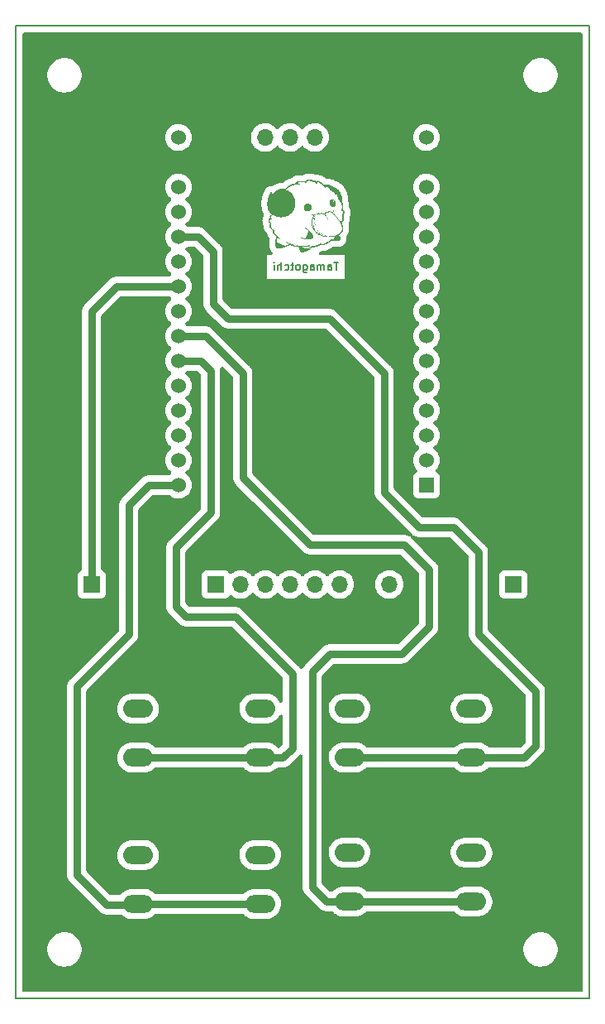
<source format=gbl>
%TF.GenerationSoftware,KiCad,Pcbnew,7.0.9*%
%TF.CreationDate,2023-11-17T12:10:22-05:00*%
%TF.ProjectId,TamagotchiPCB,54616d61-676f-4746-9368-695043422e6b,rev?*%
%TF.SameCoordinates,Original*%
%TF.FileFunction,Copper,L2,Bot*%
%TF.FilePolarity,Positive*%
%FSLAX46Y46*%
G04 Gerber Fmt 4.6, Leading zero omitted, Abs format (unit mm)*
G04 Created by KiCad (PCBNEW 7.0.9) date 2023-11-17 12:10:22*
%MOMM*%
%LPD*%
G01*
G04 APERTURE LIST*
%TA.AperFunction,NonConductor*%
%ADD10C,0.200000*%
%TD*%
%TA.AperFunction,NonConductor*%
%ADD11C,0.000000*%
%TD*%
%ADD12C,0.160000*%
%TA.AperFunction,NonConductor*%
%ADD13C,0.160000*%
%TD*%
%TA.AperFunction,ComponentPad*%
%ADD14R,1.700000X1.700000*%
%TD*%
%TA.AperFunction,ComponentPad*%
%ADD15O,1.700000X1.700000*%
%TD*%
%TA.AperFunction,ComponentPad*%
%ADD16R,1.524000X1.524000*%
%TD*%
%TA.AperFunction,ComponentPad*%
%ADD17C,1.524000*%
%TD*%
%TA.AperFunction,ComponentPad*%
%ADD18O,3.048000X1.850000*%
%TD*%
%TA.AperFunction,Conductor*%
%ADD19C,0.762000*%
%TD*%
%TA.AperFunction,Profile*%
%ADD20C,0.100000*%
%TD*%
G04 APERTURE END LIST*
D10*
X138240000Y-41910000D02*
X197040000Y-41910000D01*
X197040000Y-141430000D01*
X138240000Y-141430000D01*
X138240000Y-41910000D01*
D11*
%TA.AperFunction,NonConductor*%
G36*
X168760267Y-62304231D02*
G01*
X168760897Y-62304815D01*
X168761464Y-62305739D01*
X168761966Y-62307003D01*
X168762403Y-62308607D01*
X168763073Y-62312828D01*
X168763464Y-62318398D01*
X168763565Y-62325311D01*
X168763367Y-62333563D01*
X168762859Y-62343148D01*
X168762031Y-62354061D01*
X168761850Y-62356836D01*
X168761639Y-62359536D01*
X168761399Y-62362159D01*
X168761132Y-62364703D01*
X168760836Y-62367166D01*
X168760515Y-62369545D01*
X168760169Y-62371838D01*
X168759798Y-62374043D01*
X168759404Y-62376157D01*
X168758988Y-62378179D01*
X168758551Y-62380106D01*
X168758093Y-62381935D01*
X168757616Y-62383665D01*
X168757120Y-62385294D01*
X168756607Y-62386818D01*
X168756078Y-62388236D01*
X168755533Y-62389546D01*
X168754973Y-62390745D01*
X168754400Y-62391831D01*
X168753814Y-62392801D01*
X168753217Y-62393654D01*
X168752609Y-62394387D01*
X168751991Y-62394998D01*
X168751365Y-62395485D01*
X168750731Y-62395845D01*
X168750090Y-62396076D01*
X168749443Y-62396176D01*
X168748791Y-62396143D01*
X168748136Y-62395974D01*
X168747477Y-62395667D01*
X168746817Y-62395220D01*
X168746156Y-62394631D01*
X168744895Y-62393126D01*
X168743761Y-62391272D01*
X168742757Y-62389092D01*
X168741884Y-62386611D01*
X168741145Y-62383850D01*
X168740544Y-62380833D01*
X168740082Y-62377584D01*
X168739762Y-62374126D01*
X168739586Y-62370481D01*
X168739558Y-62366674D01*
X168739680Y-62362727D01*
X168739955Y-62358664D01*
X168740384Y-62354508D01*
X168740971Y-62350282D01*
X168741718Y-62346010D01*
X168742628Y-62341714D01*
X168745520Y-62332164D01*
X168748237Y-62324013D01*
X168750767Y-62317258D01*
X168753101Y-62311893D01*
X168755228Y-62307913D01*
X168756211Y-62306441D01*
X168757139Y-62305313D01*
X168758009Y-62304529D01*
X168758821Y-62304088D01*
X168759574Y-62303989D01*
X168760267Y-62304231D01*
G37*
%TD.AperFunction*%
%TA.AperFunction,NonConductor*%
G36*
X169499336Y-63155969D02*
G01*
X169501153Y-63156187D01*
X169503291Y-63156676D01*
X169505739Y-63157438D01*
X169508486Y-63158478D01*
X169511523Y-63159796D01*
X169514839Y-63161395D01*
X169518424Y-63163279D01*
X169522267Y-63165450D01*
X169526232Y-63167514D01*
X169530177Y-63169722D01*
X169534080Y-63172054D01*
X169537921Y-63174490D01*
X169541680Y-63177009D01*
X169545335Y-63179589D01*
X169548866Y-63182211D01*
X169552253Y-63184853D01*
X169555474Y-63187495D01*
X169558509Y-63190117D01*
X169561338Y-63192698D01*
X169563939Y-63195216D01*
X169566292Y-63197652D01*
X169568376Y-63199984D01*
X169570171Y-63202192D01*
X169571656Y-63204256D01*
X169572833Y-63206737D01*
X169573712Y-63208890D01*
X169574287Y-63210717D01*
X169574458Y-63211509D01*
X169574550Y-63212221D01*
X169574561Y-63212853D01*
X169574491Y-63213405D01*
X169574340Y-63213877D01*
X169574105Y-63214271D01*
X169573787Y-63214585D01*
X169573383Y-63214821D01*
X169572894Y-63214979D01*
X169572317Y-63215059D01*
X169571653Y-63215062D01*
X169570900Y-63214988D01*
X169569124Y-63214608D01*
X169566980Y-63213924D01*
X169564462Y-63212937D01*
X169561562Y-63211651D01*
X169558272Y-63210068D01*
X169554583Y-63208190D01*
X169550489Y-63206020D01*
X169546793Y-63204409D01*
X169542999Y-63202888D01*
X169539133Y-63201466D01*
X169535220Y-63200149D01*
X169531287Y-63198947D01*
X169527359Y-63197865D01*
X169523461Y-63196913D01*
X169519621Y-63196098D01*
X169515863Y-63195427D01*
X169512214Y-63194909D01*
X169508699Y-63194551D01*
X169505344Y-63194361D01*
X169502176Y-63194347D01*
X169499219Y-63194517D01*
X169496500Y-63194877D01*
X169494045Y-63195436D01*
X169491854Y-63195726D01*
X169489914Y-63195933D01*
X169488227Y-63196057D01*
X169486796Y-63196098D01*
X169486177Y-63196088D01*
X169485623Y-63196057D01*
X169485135Y-63196005D01*
X169484712Y-63195933D01*
X169484355Y-63195840D01*
X169484064Y-63195726D01*
X169483839Y-63195591D01*
X169483682Y-63195436D01*
X169483591Y-63195261D01*
X169483568Y-63195064D01*
X169483613Y-63194847D01*
X169483726Y-63194610D01*
X169483908Y-63194351D01*
X169484158Y-63194072D01*
X169484478Y-63193772D01*
X169484867Y-63193452D01*
X169485325Y-63193111D01*
X169485854Y-63192749D01*
X169487123Y-63191964D01*
X169488676Y-63191095D01*
X169490517Y-63190144D01*
X169491328Y-63189788D01*
X169492107Y-63189382D01*
X169492855Y-63188928D01*
X169493569Y-63188429D01*
X169494250Y-63187885D01*
X169494896Y-63187300D01*
X169495508Y-63186674D01*
X169496084Y-63186010D01*
X169496624Y-63185311D01*
X169497127Y-63184576D01*
X169497593Y-63183810D01*
X169498020Y-63183013D01*
X169498409Y-63182188D01*
X169498758Y-63181336D01*
X169499336Y-63179561D01*
X169499749Y-63177703D01*
X169499991Y-63175778D01*
X169500057Y-63173802D01*
X169499942Y-63171789D01*
X169499816Y-63170774D01*
X169499642Y-63169755D01*
X169499420Y-63168736D01*
X169499150Y-63167717D01*
X169498831Y-63166700D01*
X169498462Y-63165689D01*
X169498043Y-63164683D01*
X169497572Y-63163686D01*
X169496454Y-63161826D01*
X169496047Y-63160990D01*
X169495739Y-63160217D01*
X169495530Y-63159507D01*
X169495417Y-63158861D01*
X169495400Y-63158279D01*
X169495478Y-63157761D01*
X169495648Y-63157307D01*
X169495910Y-63156919D01*
X169496262Y-63156596D01*
X169496704Y-63156338D01*
X169497234Y-63156146D01*
X169497850Y-63156021D01*
X169498551Y-63155962D01*
X169499336Y-63155969D01*
G37*
%TD.AperFunction*%
%TA.AperFunction,NonConductor*%
G36*
X168809329Y-61529372D02*
G01*
X168810392Y-61529977D01*
X168811361Y-61530921D01*
X168812236Y-61532203D01*
X168813016Y-61533819D01*
X168814286Y-61538042D01*
X168815163Y-61543568D01*
X168815640Y-61550372D01*
X168815708Y-61558432D01*
X168815361Y-61567725D01*
X168814589Y-61578227D01*
X168813387Y-61589915D01*
X168811744Y-61602766D01*
X168809655Y-61616756D01*
X168805477Y-61639538D01*
X168803675Y-61648719D01*
X168802021Y-61656471D01*
X168800481Y-61662827D01*
X168799743Y-61665493D01*
X168799021Y-61667822D01*
X168798310Y-61669820D01*
X168797607Y-61671489D01*
X168796907Y-61672835D01*
X168796206Y-61673862D01*
X168795500Y-61674573D01*
X168794785Y-61674973D01*
X168794056Y-61675066D01*
X168793309Y-61674857D01*
X168792540Y-61674350D01*
X168791745Y-61673548D01*
X168790920Y-61672456D01*
X168790060Y-61671078D01*
X168789162Y-61669419D01*
X168788220Y-61667482D01*
X168786191Y-61662793D01*
X168783940Y-61657044D01*
X168781434Y-61650270D01*
X168780478Y-61647655D01*
X168779594Y-61645103D01*
X168778781Y-61642614D01*
X168778040Y-61640189D01*
X168777370Y-61637829D01*
X168776771Y-61635534D01*
X168776242Y-61633305D01*
X168775784Y-61631142D01*
X168775395Y-61629047D01*
X168775075Y-61627020D01*
X168774825Y-61625060D01*
X168774643Y-61623170D01*
X168774530Y-61621350D01*
X168774485Y-61619600D01*
X168774508Y-61617922D01*
X168774599Y-61616315D01*
X168774756Y-61614780D01*
X168774981Y-61613318D01*
X168775271Y-61611930D01*
X168775629Y-61610617D01*
X168776052Y-61609378D01*
X168776540Y-61608214D01*
X168777094Y-61607127D01*
X168777713Y-61606117D01*
X168778396Y-61605185D01*
X168779144Y-61604330D01*
X168779955Y-61603554D01*
X168780831Y-61602858D01*
X168781769Y-61602242D01*
X168782771Y-61601707D01*
X168783835Y-61601253D01*
X168784961Y-61600881D01*
X168785777Y-61600530D01*
X168786571Y-61600139D01*
X168787341Y-61599710D01*
X168788086Y-61599244D01*
X168788803Y-61598744D01*
X168789492Y-61598210D01*
X168790150Y-61597645D01*
X168790776Y-61597050D01*
X168791369Y-61596426D01*
X168791927Y-61595776D01*
X168792447Y-61595100D01*
X168792930Y-61594401D01*
X168793372Y-61593679D01*
X168793772Y-61592938D01*
X168794130Y-61592177D01*
X168794442Y-61591400D01*
X168794708Y-61590607D01*
X168794926Y-61589800D01*
X168795094Y-61588981D01*
X168795210Y-61588151D01*
X168795274Y-61587312D01*
X168795283Y-61586466D01*
X168795236Y-61585614D01*
X168795131Y-61584758D01*
X168794967Y-61583899D01*
X168794741Y-61583039D01*
X168794453Y-61582180D01*
X168794101Y-61581323D01*
X168793683Y-61580470D01*
X168793197Y-61579622D01*
X168792642Y-61578782D01*
X168792017Y-61577950D01*
X168791541Y-61577103D01*
X168791106Y-61576217D01*
X168790356Y-61574336D01*
X168789761Y-61572327D01*
X168789316Y-61570206D01*
X168789015Y-61567992D01*
X168788854Y-61565703D01*
X168788827Y-61563357D01*
X168788930Y-61560973D01*
X168789156Y-61558568D01*
X168789502Y-61556160D01*
X168789961Y-61553768D01*
X168790528Y-61551409D01*
X168791199Y-61549102D01*
X168791968Y-61546865D01*
X168792830Y-61544716D01*
X168793780Y-61542672D01*
X168797583Y-61537129D01*
X168801046Y-61533050D01*
X168802649Y-61531553D01*
X168804164Y-61530414D01*
X168805590Y-61529629D01*
X168806927Y-61529195D01*
X168808174Y-61529111D01*
X168809329Y-61529372D01*
G37*
%TD.AperFunction*%
%TA.AperFunction,NonConductor*%
G36*
X169828742Y-63327067D02*
G01*
X169834699Y-63327696D01*
X169841255Y-63328751D01*
X169848307Y-63330225D01*
X169855752Y-63332110D01*
X169863486Y-63334398D01*
X169871406Y-63337082D01*
X169879409Y-63340152D01*
X169887392Y-63343603D01*
X169897134Y-63348330D01*
X169900864Y-63350285D01*
X169903818Y-63351982D01*
X169905987Y-63353430D01*
X169906773Y-63354065D01*
X169907360Y-63354641D01*
X169907744Y-63355161D01*
X169907926Y-63355625D01*
X169907904Y-63356034D01*
X169907677Y-63356391D01*
X169907242Y-63356696D01*
X169906600Y-63356951D01*
X169905748Y-63357157D01*
X169904686Y-63357315D01*
X169901925Y-63357492D01*
X169898306Y-63357494D01*
X169893819Y-63357330D01*
X169888453Y-63357012D01*
X169875045Y-63355951D01*
X169870089Y-63355249D01*
X169865161Y-63354469D01*
X169860290Y-63353617D01*
X169855504Y-63352698D01*
X169850832Y-63351717D01*
X169846302Y-63350679D01*
X169841943Y-63349590D01*
X169837783Y-63348454D01*
X169833850Y-63347276D01*
X169830172Y-63346063D01*
X169826779Y-63344818D01*
X169823699Y-63343548D01*
X169820960Y-63342257D01*
X169818590Y-63340950D01*
X169816618Y-63339633D01*
X169815790Y-63338973D01*
X169815072Y-63338311D01*
X169813608Y-63336720D01*
X169812512Y-63335251D01*
X169811774Y-63333904D01*
X169811379Y-63332679D01*
X169811315Y-63331573D01*
X169811569Y-63330587D01*
X169812127Y-63329719D01*
X169812978Y-63328968D01*
X169814107Y-63328334D01*
X169815503Y-63327815D01*
X169819041Y-63327118D01*
X169823489Y-63326872D01*
X169828742Y-63327067D01*
G37*
%TD.AperFunction*%
%TA.AperFunction,NonConductor*%
G36*
X169132447Y-62953783D02*
G01*
X169136063Y-62955729D01*
X169139630Y-62957917D01*
X169143139Y-62960331D01*
X169146583Y-62962954D01*
X169149952Y-62965772D01*
X169153241Y-62968767D01*
X169156439Y-62971924D01*
X169159539Y-62975226D01*
X169165415Y-62982201D01*
X169170801Y-62989564D01*
X169175635Y-62997186D01*
X169179852Y-63004936D01*
X169183386Y-63012687D01*
X169184877Y-63016522D01*
X169186174Y-63020308D01*
X169187267Y-63024030D01*
X169188150Y-63027672D01*
X169188813Y-63031216D01*
X169189250Y-63034647D01*
X169189452Y-63037949D01*
X169189410Y-63041106D01*
X169189117Y-63044101D01*
X169188564Y-63046918D01*
X169187745Y-63049542D01*
X169186649Y-63051956D01*
X169185271Y-63054144D01*
X169183600Y-63056089D01*
X169183104Y-63056710D01*
X169182609Y-63057249D01*
X169182116Y-63057709D01*
X169181626Y-63058091D01*
X169181140Y-63058397D01*
X169180659Y-63058628D01*
X169180183Y-63058786D01*
X169179714Y-63058873D01*
X169179253Y-63058890D01*
X169178801Y-63058839D01*
X169178358Y-63058721D01*
X169177926Y-63058539D01*
X169177506Y-63058293D01*
X169177098Y-63057985D01*
X169176704Y-63057618D01*
X169176324Y-63057192D01*
X169175960Y-63056709D01*
X169175612Y-63056171D01*
X169175282Y-63055579D01*
X169174970Y-63054935D01*
X169174406Y-63053498D01*
X169173926Y-63051873D01*
X169173540Y-63050071D01*
X169173254Y-63048107D01*
X169173077Y-63045993D01*
X169173017Y-63043742D01*
X169172813Y-63040916D01*
X169172217Y-63037751D01*
X169171249Y-63034281D01*
X169169930Y-63030540D01*
X169168280Y-63026562D01*
X169166319Y-63022379D01*
X169164070Y-63018026D01*
X169161551Y-63013536D01*
X169158785Y-63008942D01*
X169155791Y-63004279D01*
X169152591Y-62999579D01*
X169149204Y-62994877D01*
X169145653Y-62990206D01*
X169141956Y-62985599D01*
X169138136Y-62981091D01*
X169134212Y-62976714D01*
X169093642Y-62932617D01*
X169132447Y-62953783D01*
G37*
%TD.AperFunction*%
%TA.AperFunction,NonConductor*%
G36*
X169218037Y-62858739D02*
G01*
X169219153Y-62858885D01*
X169220311Y-62859142D01*
X169221513Y-62859510D01*
X169222762Y-62859987D01*
X169224059Y-62860573D01*
X169225408Y-62861268D01*
X169226812Y-62862071D01*
X169228272Y-62862981D01*
X169229792Y-62863998D01*
X169233020Y-62866348D01*
X169236517Y-62869117D01*
X169240011Y-62872411D01*
X169243218Y-62876310D01*
X169246143Y-62880767D01*
X169248788Y-62885736D01*
X169251157Y-62891170D01*
X169253252Y-62897022D01*
X169255078Y-62903247D01*
X169256636Y-62909797D01*
X169257931Y-62916626D01*
X169258966Y-62923687D01*
X169260267Y-62938322D01*
X169260566Y-62953329D01*
X169259889Y-62968336D01*
X169258260Y-62982970D01*
X169255706Y-62996861D01*
X169254091Y-63003411D01*
X169252253Y-63009636D01*
X169250198Y-63015488D01*
X169247927Y-63020922D01*
X169245445Y-63025890D01*
X169242753Y-63030347D01*
X169239857Y-63034246D01*
X169236758Y-63037541D01*
X169233460Y-63040184D01*
X169229967Y-63042130D01*
X169226281Y-63043331D01*
X169222406Y-63043742D01*
X169221600Y-63043716D01*
X169220835Y-63043640D01*
X169220111Y-63043515D01*
X169219429Y-63043342D01*
X169218789Y-63043123D01*
X169218189Y-63042858D01*
X169217631Y-63042550D01*
X169217114Y-63042199D01*
X169216639Y-63041806D01*
X169216205Y-63041373D01*
X169215812Y-63040902D01*
X169215460Y-63040393D01*
X169215150Y-63039848D01*
X169214882Y-63039268D01*
X169214654Y-63038655D01*
X169214468Y-63038009D01*
X169214324Y-63037333D01*
X169214220Y-63036626D01*
X169214158Y-63035891D01*
X169214137Y-63035129D01*
X169214158Y-63034341D01*
X169214220Y-63033529D01*
X169214468Y-63031836D01*
X169214881Y-63030060D01*
X169215460Y-63028211D01*
X169216204Y-63026301D01*
X169217114Y-63024339D01*
X169217729Y-63023461D01*
X169218252Y-63022484D01*
X169218684Y-63021412D01*
X169219026Y-63020250D01*
X169219279Y-63019000D01*
X169219443Y-63017669D01*
X169219512Y-63014775D01*
X169219239Y-63011603D01*
X169218633Y-63008185D01*
X169217702Y-63004555D01*
X169216452Y-63000747D01*
X169214893Y-62996794D01*
X169213031Y-62992730D01*
X169210875Y-62988589D01*
X169208432Y-62984404D01*
X169205710Y-62980208D01*
X169202717Y-62976036D01*
X169199460Y-62971920D01*
X169195948Y-62967895D01*
X169185540Y-62955148D01*
X169178171Y-62945956D01*
X169175645Y-62942668D01*
X169173902Y-62940237D01*
X169172950Y-62938654D01*
X169172773Y-62938177D01*
X169172796Y-62937908D01*
X169173021Y-62937846D01*
X169173449Y-62937989D01*
X169174915Y-62938887D01*
X169177203Y-62940590D01*
X169180320Y-62943090D01*
X169189074Y-62950435D01*
X169201239Y-62960839D01*
X169207469Y-62966085D01*
X169212959Y-62970561D01*
X169217757Y-62974241D01*
X169221910Y-62977100D01*
X169223758Y-62978213D01*
X169225462Y-62979111D01*
X169227028Y-62979791D01*
X169228462Y-62980249D01*
X169229769Y-62980482D01*
X169230956Y-62980487D01*
X169232027Y-62980261D01*
X169232989Y-62979801D01*
X169233848Y-62979103D01*
X169234609Y-62978164D01*
X169235279Y-62976980D01*
X169235862Y-62975550D01*
X169236366Y-62973868D01*
X169236795Y-62971933D01*
X169237454Y-62967288D01*
X169237885Y-62961589D01*
X169238136Y-62954810D01*
X169238281Y-62937909D01*
X169238217Y-62930401D01*
X169238015Y-62923735D01*
X169237860Y-62920711D01*
X169237664Y-62917887D01*
X169237429Y-62915260D01*
X169237151Y-62912828D01*
X169236829Y-62910588D01*
X169236461Y-62908535D01*
X169236047Y-62906667D01*
X169235583Y-62904980D01*
X169235069Y-62903472D01*
X169234504Y-62902139D01*
X169233884Y-62900978D01*
X169233209Y-62899985D01*
X169232478Y-62899158D01*
X169231688Y-62898492D01*
X169230838Y-62897986D01*
X169229926Y-62897635D01*
X169228951Y-62897437D01*
X169227911Y-62897388D01*
X169226805Y-62897485D01*
X169225630Y-62897725D01*
X169224386Y-62898104D01*
X169223070Y-62898620D01*
X169221681Y-62899269D01*
X169220218Y-62900047D01*
X169218678Y-62900952D01*
X169217061Y-62901981D01*
X169215364Y-62903129D01*
X169213586Y-62904395D01*
X169209204Y-62908342D01*
X169205315Y-62911578D01*
X169201916Y-62914096D01*
X169199007Y-62915888D01*
X169197734Y-62916509D01*
X169196582Y-62916946D01*
X169195552Y-62917197D01*
X169194642Y-62917262D01*
X169193851Y-62917140D01*
X169193181Y-62916829D01*
X169192631Y-62916330D01*
X169192199Y-62915640D01*
X169191886Y-62914758D01*
X169191692Y-62913685D01*
X169191616Y-62912418D01*
X169191658Y-62910958D01*
X169192094Y-62907450D01*
X169192998Y-62903155D01*
X169194367Y-62898063D01*
X169196199Y-62892168D01*
X169198490Y-62885462D01*
X169201239Y-62877937D01*
X169202875Y-62873884D01*
X169204491Y-62870323D01*
X169205298Y-62868725D01*
X169206107Y-62867247D01*
X169206921Y-62865890D01*
X169207743Y-62864652D01*
X169208576Y-62863533D01*
X169209421Y-62862533D01*
X169210282Y-62861649D01*
X169211161Y-62860883D01*
X169212060Y-62860233D01*
X169212983Y-62859699D01*
X169213932Y-62859280D01*
X169214909Y-62858975D01*
X169215917Y-62858783D01*
X169216959Y-62858705D01*
X169218037Y-62858739D01*
G37*
%TD.AperFunction*%
%TA.AperFunction,NonConductor*%
G36*
X168704420Y-62112006D02*
G01*
X168704657Y-62112053D01*
X168704897Y-62112123D01*
X168705137Y-62112218D01*
X168705380Y-62112336D01*
X168705868Y-62112646D01*
X168706360Y-62113054D01*
X168706854Y-62113562D01*
X168707350Y-62114172D01*
X168708300Y-62115285D01*
X168709162Y-62116625D01*
X168709931Y-62118172D01*
X168710602Y-62119905D01*
X168711170Y-62121803D01*
X168711629Y-62123846D01*
X168711974Y-62126013D01*
X168712201Y-62128284D01*
X168712303Y-62130637D01*
X168712277Y-62133052D01*
X168712115Y-62135508D01*
X168711815Y-62137985D01*
X168711370Y-62140462D01*
X168710775Y-62142918D01*
X168710024Y-62145333D01*
X168709114Y-62147686D01*
X168708123Y-62150106D01*
X168707140Y-62152079D01*
X168706654Y-62152900D01*
X168706172Y-62153612D01*
X168705697Y-62154217D01*
X168705228Y-62154714D01*
X168704767Y-62155106D01*
X168704315Y-62155393D01*
X168703872Y-62155575D01*
X168703440Y-62155655D01*
X168703020Y-62155632D01*
X168702612Y-62155509D01*
X168702218Y-62155285D01*
X168701838Y-62154962D01*
X168701474Y-62154541D01*
X168701126Y-62154023D01*
X168700796Y-62153409D01*
X168700484Y-62152699D01*
X168699920Y-62150998D01*
X168699440Y-62148927D01*
X168699054Y-62146494D01*
X168698769Y-62143707D01*
X168698592Y-62140574D01*
X168698531Y-62137103D01*
X168698386Y-62135310D01*
X168698281Y-62133570D01*
X168698215Y-62131886D01*
X168698186Y-62130258D01*
X168698194Y-62128687D01*
X168698236Y-62127177D01*
X168698312Y-62125728D01*
X168698420Y-62124342D01*
X168698560Y-62123021D01*
X168698729Y-62121766D01*
X168698926Y-62120578D01*
X168699151Y-62119461D01*
X168699401Y-62118414D01*
X168699676Y-62117440D01*
X168699974Y-62116540D01*
X168700295Y-62115716D01*
X168700635Y-62114969D01*
X168700996Y-62114302D01*
X168701374Y-62113715D01*
X168701769Y-62113211D01*
X168702180Y-62112791D01*
X168702605Y-62112456D01*
X168703042Y-62112209D01*
X168703266Y-62112118D01*
X168703492Y-62112050D01*
X168703720Y-62112005D01*
X168703951Y-62111982D01*
X168704185Y-62111982D01*
X168704420Y-62112006D01*
G37*
%TD.AperFunction*%
%TA.AperFunction,NonConductor*%
G36*
X169092868Y-62640625D02*
G01*
X169093669Y-62641010D01*
X169094564Y-62641596D01*
X169095554Y-62642383D01*
X169096642Y-62643368D01*
X169097831Y-62644552D01*
X169100522Y-62647506D01*
X169103646Y-62651235D01*
X169107226Y-62655729D01*
X169111281Y-62660978D01*
X169113532Y-62664694D01*
X169115649Y-62668550D01*
X169117621Y-62672520D01*
X169119439Y-62676577D01*
X169121091Y-62680697D01*
X169122567Y-62684852D01*
X169123857Y-62689018D01*
X169124951Y-62693169D01*
X169125838Y-62697278D01*
X169126508Y-62701320D01*
X169126951Y-62705269D01*
X169127156Y-62709099D01*
X169127113Y-62712784D01*
X169126811Y-62716299D01*
X169126241Y-62719618D01*
X169125392Y-62722714D01*
X169124761Y-62724021D01*
X169124192Y-62725295D01*
X169123682Y-62726534D01*
X169123232Y-62727737D01*
X169122840Y-62728900D01*
X169122504Y-62730023D01*
X169122225Y-62731104D01*
X169122002Y-62732140D01*
X169121832Y-62733129D01*
X169121716Y-62734070D01*
X169121652Y-62734960D01*
X169121640Y-62735798D01*
X169121678Y-62736582D01*
X169121765Y-62737310D01*
X169121901Y-62737979D01*
X169122084Y-62738589D01*
X169122314Y-62739136D01*
X169122590Y-62739620D01*
X169122909Y-62740037D01*
X169123273Y-62740387D01*
X169123679Y-62740667D01*
X169124127Y-62740876D01*
X169124615Y-62741010D01*
X169125144Y-62741070D01*
X169125711Y-62741051D01*
X169126315Y-62740953D01*
X169126957Y-62740774D01*
X169127634Y-62740512D01*
X169128347Y-62740164D01*
X169129093Y-62739729D01*
X169129872Y-62739205D01*
X169130683Y-62738589D01*
X169131691Y-62738140D01*
X169132728Y-62737781D01*
X169133792Y-62737512D01*
X169134883Y-62737332D01*
X169135998Y-62737238D01*
X169137137Y-62737229D01*
X169138296Y-62737303D01*
X169139475Y-62737459D01*
X169140673Y-62737695D01*
X169141887Y-62738010D01*
X169143115Y-62738402D01*
X169144357Y-62738868D01*
X169145611Y-62739409D01*
X169146874Y-62740021D01*
X169148146Y-62740704D01*
X169149425Y-62741455D01*
X169151996Y-62743159D01*
X169154575Y-62745118D01*
X169157149Y-62747319D01*
X169159705Y-62749751D01*
X169162230Y-62752400D01*
X169164711Y-62755253D01*
X169167135Y-62758297D01*
X169169489Y-62761520D01*
X169171680Y-62765426D01*
X169173620Y-62769202D01*
X169175307Y-62772845D01*
X169176054Y-62774614D01*
X169176738Y-62776347D01*
X169177356Y-62778045D01*
X169177910Y-62779705D01*
X169178399Y-62781329D01*
X169178822Y-62782914D01*
X169179179Y-62784460D01*
X169179470Y-62785967D01*
X169179694Y-62787434D01*
X169179852Y-62788860D01*
X169179942Y-62790245D01*
X169179965Y-62791587D01*
X169179920Y-62792888D01*
X169179807Y-62794145D01*
X169179625Y-62795357D01*
X169179375Y-62796526D01*
X169179056Y-62797649D01*
X169178667Y-62798726D01*
X169178208Y-62799757D01*
X169177679Y-62800741D01*
X169177080Y-62801677D01*
X169176410Y-62802564D01*
X169175669Y-62803403D01*
X169174857Y-62804191D01*
X169173973Y-62804930D01*
X169173017Y-62805617D01*
X169172035Y-62806072D01*
X169171074Y-62806445D01*
X169170136Y-62806737D01*
X169169220Y-62806950D01*
X169168327Y-62807084D01*
X169167459Y-62807140D01*
X169166615Y-62807119D01*
X169165796Y-62807022D01*
X169165003Y-62806851D01*
X169164236Y-62806605D01*
X169163496Y-62806286D01*
X169162785Y-62805896D01*
X169162101Y-62805434D01*
X169161447Y-62804902D01*
X169160823Y-62804301D01*
X169160228Y-62803632D01*
X169159665Y-62802896D01*
X169159134Y-62802094D01*
X169158635Y-62801226D01*
X169158168Y-62800294D01*
X169157736Y-62799299D01*
X169157337Y-62798241D01*
X169156646Y-62795943D01*
X169156099Y-62793407D01*
X169155702Y-62790641D01*
X169155460Y-62787653D01*
X169155378Y-62784450D01*
X169155335Y-62780088D01*
X169155202Y-62776258D01*
X169154971Y-62772955D01*
X169154816Y-62771499D01*
X169154634Y-62770174D01*
X169154423Y-62768977D01*
X169154183Y-62767909D01*
X169153912Y-62766969D01*
X169153611Y-62766157D01*
X169153277Y-62765471D01*
X169152909Y-62764910D01*
X169152508Y-62764476D01*
X169152071Y-62764165D01*
X169151598Y-62763979D01*
X169151088Y-62763917D01*
X169150539Y-62763976D01*
X169149952Y-62764159D01*
X169149325Y-62764462D01*
X169148656Y-62764886D01*
X169147946Y-62765431D01*
X169147193Y-62766095D01*
X169146395Y-62766877D01*
X169145553Y-62767778D01*
X169144665Y-62768797D01*
X169143730Y-62769932D01*
X169141716Y-62772552D01*
X169139503Y-62775631D01*
X169138000Y-62777905D01*
X169136468Y-62779772D01*
X169134912Y-62781236D01*
X169133333Y-62782304D01*
X169131735Y-62782980D01*
X169130120Y-62783270D01*
X169128492Y-62783179D01*
X169126853Y-62782714D01*
X169125206Y-62781879D01*
X169123554Y-62780680D01*
X169120248Y-62777212D01*
X169116958Y-62772354D01*
X169113706Y-62766150D01*
X169110516Y-62758643D01*
X169107412Y-62749879D01*
X169104416Y-62739900D01*
X169101552Y-62728750D01*
X169098842Y-62716474D01*
X169096312Y-62703115D01*
X169093982Y-62688718D01*
X169091878Y-62673325D01*
X169090972Y-62666172D01*
X169090252Y-62659917D01*
X169089738Y-62654551D01*
X169089452Y-62650064D01*
X169089401Y-62648147D01*
X169089415Y-62646445D01*
X169089495Y-62644958D01*
X169089645Y-62643684D01*
X169089868Y-62642621D01*
X169090166Y-62641770D01*
X169090541Y-62641128D01*
X169090996Y-62640693D01*
X169091534Y-62640466D01*
X169092157Y-62640443D01*
X169092868Y-62640625D01*
G37*
%TD.AperFunction*%
%TA.AperFunction,NonConductor*%
G36*
X168811287Y-62312003D02*
G01*
X168811578Y-62312048D01*
X168811867Y-62312122D01*
X168812154Y-62312227D01*
X168812439Y-62312362D01*
X168813004Y-62312722D01*
X168813560Y-62313206D01*
X168814108Y-62313815D01*
X168814648Y-62314549D01*
X168815178Y-62315412D01*
X168815699Y-62316404D01*
X168816210Y-62317528D01*
X168816711Y-62318784D01*
X168817016Y-62319961D01*
X168817271Y-62321177D01*
X168817631Y-62323710D01*
X168817800Y-62326357D01*
X168817786Y-62329091D01*
X168817596Y-62331888D01*
X168817238Y-62334720D01*
X168816720Y-62337563D01*
X168816050Y-62340391D01*
X168815235Y-62343177D01*
X168814282Y-62345896D01*
X168813201Y-62348523D01*
X168811998Y-62351030D01*
X168810682Y-62353392D01*
X168809259Y-62355584D01*
X168807739Y-62357580D01*
X168806128Y-62359353D01*
X168803626Y-62361751D01*
X168801408Y-62363649D01*
X168799469Y-62365047D01*
X168798603Y-62365557D01*
X168797804Y-62365940D01*
X168797073Y-62366197D01*
X168796408Y-62366327D01*
X168795809Y-62366330D01*
X168795276Y-62366205D01*
X168794807Y-62365953D01*
X168794402Y-62365572D01*
X168794060Y-62365062D01*
X168793781Y-62364424D01*
X168793563Y-62363657D01*
X168793408Y-62362760D01*
X168793278Y-62360576D01*
X168793385Y-62357870D01*
X168793726Y-62354640D01*
X168794293Y-62350883D01*
X168795083Y-62346596D01*
X168796090Y-62341776D01*
X168797309Y-62336422D01*
X168798631Y-62332290D01*
X168799951Y-62328502D01*
X168800609Y-62326741D01*
X168801266Y-62325070D01*
X168801920Y-62323492D01*
X168802573Y-62322008D01*
X168803222Y-62320619D01*
X168803869Y-62319328D01*
X168804513Y-62318135D01*
X168805153Y-62317043D01*
X168805789Y-62316053D01*
X168806421Y-62315167D01*
X168807049Y-62314386D01*
X168807671Y-62313712D01*
X168808289Y-62313146D01*
X168808901Y-62312691D01*
X168809507Y-62312347D01*
X168810107Y-62312117D01*
X168810701Y-62312002D01*
X168810995Y-62311988D01*
X168811287Y-62312003D01*
G37*
%TD.AperFunction*%
%TA.AperFunction,NonConductor*%
G36*
X168801828Y-62496957D02*
G01*
X168802819Y-62497017D01*
X168803808Y-62497117D01*
X168804795Y-62497253D01*
X168805777Y-62497426D01*
X168806754Y-62497634D01*
X168807726Y-62497875D01*
X168808691Y-62498149D01*
X168810597Y-62498788D01*
X168812463Y-62499541D01*
X168814284Y-62500397D01*
X168816050Y-62501346D01*
X168817754Y-62502378D01*
X168819388Y-62503482D01*
X168820945Y-62504648D01*
X168822416Y-62505866D01*
X168823795Y-62507125D01*
X168825072Y-62508415D01*
X168826242Y-62509726D01*
X168827294Y-62511047D01*
X168827755Y-62511869D01*
X168828143Y-62512679D01*
X168828462Y-62513477D01*
X168828710Y-62514262D01*
X168828891Y-62515032D01*
X168829004Y-62515787D01*
X168829050Y-62516526D01*
X168829031Y-62517248D01*
X168828947Y-62517952D01*
X168828800Y-62518637D01*
X168828590Y-62519302D01*
X168828318Y-62519946D01*
X168827985Y-62520568D01*
X168827593Y-62521167D01*
X168827142Y-62521742D01*
X168826633Y-62522292D01*
X168826067Y-62522817D01*
X168825446Y-62523314D01*
X168824769Y-62523784D01*
X168824039Y-62524225D01*
X168823256Y-62524636D01*
X168822420Y-62525017D01*
X168821534Y-62525366D01*
X168820597Y-62525682D01*
X168819612Y-62525965D01*
X168818578Y-62526213D01*
X168817497Y-62526426D01*
X168816370Y-62526602D01*
X168815198Y-62526741D01*
X168813981Y-62526841D01*
X168811420Y-62526923D01*
X168810102Y-62526902D01*
X168808797Y-62526841D01*
X168807506Y-62526741D01*
X168806231Y-62526602D01*
X168804975Y-62526426D01*
X168803738Y-62526213D01*
X168802523Y-62525965D01*
X168801332Y-62525682D01*
X168800167Y-62525366D01*
X168799030Y-62525017D01*
X168797923Y-62524636D01*
X168796847Y-62524225D01*
X168795805Y-62523784D01*
X168794798Y-62523314D01*
X168793829Y-62522817D01*
X168792899Y-62522292D01*
X168792010Y-62521742D01*
X168791165Y-62521167D01*
X168790365Y-62520568D01*
X168789612Y-62519946D01*
X168788908Y-62519302D01*
X168788256Y-62518637D01*
X168787656Y-62517952D01*
X168787111Y-62517248D01*
X168786623Y-62516526D01*
X168786194Y-62515787D01*
X168785825Y-62515032D01*
X168785519Y-62514262D01*
X168785278Y-62513477D01*
X168785103Y-62512679D01*
X168784997Y-62511869D01*
X168784961Y-62511047D01*
X168784982Y-62510386D01*
X168785043Y-62509726D01*
X168785143Y-62509069D01*
X168785282Y-62508415D01*
X168785458Y-62507767D01*
X168785670Y-62507125D01*
X168785919Y-62506491D01*
X168786201Y-62505866D01*
X168786518Y-62505251D01*
X168786867Y-62504648D01*
X168787247Y-62504058D01*
X168787659Y-62503482D01*
X168788100Y-62502921D01*
X168788569Y-62502378D01*
X168789067Y-62501852D01*
X168789591Y-62501346D01*
X168790141Y-62500861D01*
X168790717Y-62500397D01*
X168791316Y-62499957D01*
X168791937Y-62499541D01*
X168792581Y-62499151D01*
X168793246Y-62498788D01*
X168793931Y-62498454D01*
X168794635Y-62498149D01*
X168795357Y-62497875D01*
X168796096Y-62497634D01*
X168796851Y-62497426D01*
X168797622Y-62497253D01*
X168798406Y-62497117D01*
X168799204Y-62497017D01*
X168800015Y-62496957D01*
X168800836Y-62496936D01*
X168801828Y-62496957D01*
G37*
%TD.AperFunction*%
%TA.AperFunction,NonConductor*%
G36*
X169216645Y-63084036D02*
G01*
X169217760Y-63084188D01*
X169219016Y-63084436D01*
X169220412Y-63084779D01*
X169221947Y-63085214D01*
X169225432Y-63086353D01*
X169229461Y-63087839D01*
X169232455Y-63089263D01*
X169235469Y-63090878D01*
X169238484Y-63092668D01*
X169241478Y-63094619D01*
X169244430Y-63096714D01*
X169247321Y-63098939D01*
X169250128Y-63101277D01*
X169252833Y-63103714D01*
X169255413Y-63106233D01*
X169257849Y-63108820D01*
X169260119Y-63111458D01*
X169262203Y-63114132D01*
X169264081Y-63116827D01*
X169265731Y-63119527D01*
X169267133Y-63122217D01*
X169267735Y-63123553D01*
X169268267Y-63124881D01*
X169270332Y-63130750D01*
X169271891Y-63135785D01*
X169272933Y-63139977D01*
X169273257Y-63141755D01*
X169273448Y-63143319D01*
X169273505Y-63144669D01*
X169273426Y-63145803D01*
X169273210Y-63146721D01*
X169272856Y-63147422D01*
X169272362Y-63147904D01*
X169271727Y-63148167D01*
X169270951Y-63148210D01*
X169270031Y-63148032D01*
X169268966Y-63147631D01*
X169267755Y-63147007D01*
X169266397Y-63146159D01*
X169264891Y-63145086D01*
X169261426Y-63142261D01*
X169257353Y-63138523D01*
X169252659Y-63133866D01*
X169247334Y-63128281D01*
X169241369Y-63121761D01*
X169234753Y-63114298D01*
X169229791Y-63108962D01*
X169225482Y-63104190D01*
X169221819Y-63099965D01*
X169218795Y-63096273D01*
X169217520Y-63094621D01*
X169216401Y-63093097D01*
X169215438Y-63091698D01*
X169214630Y-63090423D01*
X169213975Y-63089269D01*
X169213474Y-63088234D01*
X169213124Y-63087317D01*
X169212924Y-63086516D01*
X169212875Y-63085829D01*
X169212975Y-63085253D01*
X169213222Y-63084787D01*
X169213617Y-63084428D01*
X169214157Y-63084176D01*
X169214843Y-63084028D01*
X169215673Y-63083982D01*
X169216645Y-63084036D01*
G37*
%TD.AperFunction*%
%TA.AperFunction,NonConductor*%
G36*
X169732774Y-63274380D02*
G01*
X169733120Y-63274521D01*
X169733420Y-63274712D01*
X169733675Y-63274952D01*
X169733884Y-63275243D01*
X169734048Y-63275584D01*
X169734166Y-63275975D01*
X169734265Y-63276906D01*
X169734181Y-63278036D01*
X169733914Y-63279365D01*
X169733463Y-63280893D01*
X169732827Y-63282620D01*
X169732008Y-63284544D01*
X169731003Y-63286666D01*
X169729814Y-63288985D01*
X169728439Y-63291501D01*
X169726878Y-63294214D01*
X169725390Y-63296716D01*
X169724235Y-63298934D01*
X169723417Y-63300873D01*
X169723134Y-63301739D01*
X169722937Y-63302538D01*
X169722824Y-63303269D01*
X169722798Y-63303934D01*
X169722857Y-63304533D01*
X169723002Y-63305066D01*
X169723234Y-63305535D01*
X169723553Y-63305940D01*
X169723959Y-63306282D01*
X169724453Y-63306561D01*
X169725034Y-63306779D01*
X169725704Y-63306934D01*
X169726462Y-63307029D01*
X169727309Y-63307064D01*
X169728245Y-63307040D01*
X169729270Y-63306957D01*
X169731591Y-63306617D01*
X169734273Y-63306049D01*
X169737320Y-63305259D01*
X169740734Y-63304253D01*
X169744517Y-63303034D01*
X169748010Y-63301815D01*
X169751210Y-63300805D01*
X169752701Y-63300379D01*
X169754117Y-63300007D01*
X169755459Y-63299688D01*
X169756726Y-63299423D01*
X169757918Y-63299213D01*
X169759036Y-63299057D01*
X169760077Y-63298956D01*
X169761043Y-63298910D01*
X169761932Y-63298919D01*
X169762745Y-63298985D01*
X169763481Y-63299107D01*
X169764140Y-63299285D01*
X169764721Y-63299520D01*
X169765225Y-63299813D01*
X169765650Y-63300163D01*
X169765997Y-63300570D01*
X169766265Y-63301036D01*
X169766454Y-63301560D01*
X169766563Y-63302143D01*
X169766593Y-63302785D01*
X169766542Y-63303487D01*
X169766411Y-63304248D01*
X169766200Y-63305070D01*
X169765907Y-63305952D01*
X169765533Y-63306894D01*
X169765077Y-63307898D01*
X169764540Y-63308963D01*
X169763919Y-63310089D01*
X169763232Y-63311061D01*
X169762496Y-63311990D01*
X169761711Y-63312878D01*
X169760881Y-63313724D01*
X169760007Y-63314527D01*
X169759090Y-63315287D01*
X169757140Y-63316676D01*
X169755044Y-63317890D01*
X169752819Y-63318926D01*
X169750481Y-63319781D01*
X169748045Y-63320452D01*
X169745525Y-63320937D01*
X169742939Y-63321234D01*
X169740301Y-63321340D01*
X169737627Y-63321251D01*
X169734932Y-63320967D01*
X169732232Y-63320483D01*
X169729542Y-63319798D01*
X169726878Y-63318909D01*
X169725710Y-63318438D01*
X169724525Y-63318019D01*
X169723324Y-63317650D01*
X169722110Y-63317331D01*
X169720886Y-63317061D01*
X169719654Y-63316839D01*
X169718416Y-63316665D01*
X169717177Y-63316538D01*
X169715937Y-63316458D01*
X169714700Y-63316424D01*
X169713468Y-63316435D01*
X169712243Y-63316490D01*
X169711029Y-63316589D01*
X169709828Y-63316732D01*
X169708643Y-63316917D01*
X169707475Y-63317145D01*
X169706328Y-63317413D01*
X169705205Y-63317723D01*
X169704107Y-63318072D01*
X169703038Y-63318461D01*
X169702000Y-63318888D01*
X169700995Y-63319354D01*
X169700026Y-63319857D01*
X169699097Y-63320397D01*
X169698208Y-63320973D01*
X169697364Y-63321584D01*
X169696566Y-63322231D01*
X169695817Y-63322912D01*
X169695120Y-63323626D01*
X169694477Y-63324373D01*
X169693891Y-63325153D01*
X169693364Y-63325964D01*
X169692738Y-63326946D01*
X169692184Y-63327906D01*
X169691701Y-63328845D01*
X169691287Y-63329761D01*
X169690941Y-63330653D01*
X169690663Y-63331522D01*
X169690451Y-63332366D01*
X169690305Y-63333185D01*
X169690223Y-63333978D01*
X169690205Y-63334745D01*
X169690250Y-63335484D01*
X169690356Y-63336196D01*
X169690524Y-63336879D01*
X169690750Y-63337534D01*
X169691036Y-63338158D01*
X169691380Y-63338752D01*
X169691780Y-63339316D01*
X169692236Y-63339847D01*
X169692747Y-63340346D01*
X169693312Y-63340813D01*
X169693930Y-63341245D01*
X169694600Y-63341644D01*
X169695321Y-63342007D01*
X169696092Y-63342335D01*
X169696913Y-63342627D01*
X169697781Y-63342882D01*
X169698696Y-63343100D01*
X169699658Y-63343279D01*
X169700665Y-63343420D01*
X169701716Y-63343521D01*
X169702811Y-63343583D01*
X169703947Y-63343603D01*
X169705084Y-63343613D01*
X169706179Y-63343644D01*
X169707231Y-63343695D01*
X169708240Y-63343765D01*
X169709205Y-63343855D01*
X169710125Y-63343964D01*
X169711000Y-63344091D01*
X169711830Y-63344237D01*
X169712613Y-63344401D01*
X169713348Y-63344583D01*
X169714036Y-63344782D01*
X169714675Y-63344998D01*
X169715266Y-63345232D01*
X169715806Y-63345481D01*
X169716296Y-63345747D01*
X169716736Y-63346028D01*
X169717123Y-63346326D01*
X169717458Y-63346638D01*
X169717740Y-63346965D01*
X169717969Y-63347307D01*
X169718143Y-63347662D01*
X169718263Y-63348032D01*
X169718326Y-63348416D01*
X169718334Y-63348812D01*
X169718285Y-63349222D01*
X169718178Y-63349644D01*
X169718013Y-63350078D01*
X169717790Y-63350524D01*
X169717507Y-63350982D01*
X169717164Y-63351451D01*
X169716760Y-63351932D01*
X169716295Y-63352422D01*
X169715763Y-63352903D01*
X169715161Y-63353352D01*
X169713759Y-63354155D01*
X169712109Y-63354829D01*
X169710231Y-63355371D01*
X169708147Y-63355779D01*
X169705876Y-63356050D01*
X169703441Y-63356181D01*
X169700860Y-63356171D01*
X169698156Y-63356015D01*
X169695348Y-63355712D01*
X169692458Y-63355260D01*
X169689505Y-63354655D01*
X169686512Y-63353895D01*
X169683497Y-63352977D01*
X169680483Y-63351899D01*
X169677489Y-63350658D01*
X169672860Y-63348749D01*
X169668897Y-63346955D01*
X169665606Y-63345228D01*
X169664214Y-63344375D01*
X169662992Y-63343520D01*
X169661941Y-63342657D01*
X169661060Y-63341781D01*
X169660352Y-63340884D01*
X169659816Y-63339961D01*
X169659453Y-63339006D01*
X169659264Y-63338013D01*
X169659249Y-63336975D01*
X169659409Y-63335886D01*
X169659745Y-63334740D01*
X169660258Y-63333532D01*
X169660947Y-63332254D01*
X169661814Y-63330901D01*
X169662859Y-63329466D01*
X169664083Y-63327945D01*
X169667071Y-63324614D01*
X169670782Y-63320859D01*
X169675222Y-63316631D01*
X169680396Y-63311882D01*
X169686309Y-63306561D01*
X169694225Y-63299698D01*
X169701436Y-63293659D01*
X169707939Y-63288442D01*
X169713731Y-63284044D01*
X169716360Y-63282152D01*
X169718811Y-63280463D01*
X169721082Y-63278977D01*
X169723174Y-63277695D01*
X169725087Y-63276616D01*
X169726820Y-63275739D01*
X169728372Y-63275064D01*
X169729744Y-63274591D01*
X169730935Y-63274320D01*
X169731945Y-63274249D01*
X169732774Y-63274380D01*
G37*
%TD.AperFunction*%
%TA.AperFunction,NonConductor*%
G36*
X168896235Y-61333215D02*
G01*
X168898003Y-61334516D01*
X168899630Y-61336617D01*
X168901116Y-61339464D01*
X168903671Y-61347176D01*
X168905677Y-61357216D01*
X168907147Y-61369148D01*
X168908089Y-61382534D01*
X168908514Y-61396939D01*
X168908433Y-61411924D01*
X168907856Y-61427055D01*
X168906793Y-61441893D01*
X168905255Y-61456003D01*
X168903252Y-61468948D01*
X168900794Y-61480290D01*
X168897891Y-61489594D01*
X168896277Y-61493345D01*
X168894555Y-61496423D01*
X168892727Y-61498772D01*
X168890794Y-61500339D01*
X168889968Y-61500804D01*
X168889143Y-61501208D01*
X168888321Y-61501551D01*
X168887504Y-61501834D01*
X168886694Y-61502058D01*
X168885892Y-61502223D01*
X168885099Y-61502329D01*
X168884318Y-61502379D01*
X168883549Y-61502371D01*
X168882795Y-61502307D01*
X168882058Y-61502188D01*
X168881338Y-61502014D01*
X168880637Y-61501785D01*
X168879957Y-61501503D01*
X168879300Y-61501168D01*
X168878668Y-61500780D01*
X168878061Y-61500341D01*
X168877481Y-61499851D01*
X168876931Y-61499310D01*
X168876411Y-61498720D01*
X168875924Y-61498081D01*
X168875470Y-61497393D01*
X168875052Y-61496657D01*
X168874671Y-61495874D01*
X168874329Y-61495045D01*
X168874028Y-61494170D01*
X168873768Y-61493250D01*
X168873552Y-61492285D01*
X168873381Y-61491276D01*
X168873257Y-61490224D01*
X168873181Y-61489129D01*
X168873155Y-61487992D01*
X168872921Y-61482580D01*
X168872274Y-61475783D01*
X168871295Y-61467869D01*
X168870069Y-61459108D01*
X168864336Y-61420964D01*
X168861532Y-61408141D01*
X168860515Y-61403020D01*
X168859761Y-61398750D01*
X168859276Y-61395328D01*
X168859065Y-61392749D01*
X168859064Y-61391773D01*
X168859133Y-61391007D01*
X168859274Y-61390448D01*
X168859485Y-61390096D01*
X168859770Y-61389951D01*
X168860127Y-61390013D01*
X168860558Y-61390279D01*
X168861063Y-61390751D01*
X168861643Y-61391426D01*
X168862299Y-61392305D01*
X168863840Y-61394671D01*
X168865691Y-61397843D01*
X168867857Y-61401816D01*
X168870343Y-61406585D01*
X168873155Y-61412145D01*
X168875968Y-61417371D01*
X168878461Y-61421794D01*
X168880643Y-61425396D01*
X168882526Y-61428157D01*
X168884119Y-61430061D01*
X168884811Y-61430686D01*
X168885434Y-61431089D01*
X168885989Y-61431269D01*
X168886479Y-61431223D01*
X168886905Y-61430949D01*
X168887267Y-61430445D01*
X168887566Y-61429708D01*
X168887806Y-61428737D01*
X168888107Y-61426080D01*
X168888181Y-61422457D01*
X168888038Y-61417850D01*
X168887689Y-61412240D01*
X168887143Y-61405609D01*
X168885503Y-61389214D01*
X168884924Y-61383639D01*
X168884507Y-61378179D01*
X168884251Y-61372870D01*
X168884152Y-61367744D01*
X168884209Y-61362835D01*
X168884418Y-61358177D01*
X168884776Y-61353803D01*
X168885282Y-61349747D01*
X168885933Y-61346042D01*
X168886312Y-61344332D01*
X168886726Y-61342723D01*
X168887175Y-61341218D01*
X168887658Y-61339821D01*
X168888176Y-61338538D01*
X168888728Y-61337372D01*
X168889313Y-61336328D01*
X168889931Y-61335409D01*
X168890583Y-61334620D01*
X168891267Y-61333965D01*
X168891983Y-61333449D01*
X168892731Y-61333074D01*
X168893511Y-61332847D01*
X168894322Y-61332770D01*
X168896235Y-61333215D01*
G37*
%TD.AperFunction*%
%TA.AperFunction,NonConductor*%
G36*
X170140988Y-63415586D02*
G01*
X170142498Y-63415628D01*
X170143947Y-63415704D01*
X170145333Y-63415812D01*
X170146654Y-63415952D01*
X170147909Y-63416121D01*
X170149097Y-63416318D01*
X170150215Y-63416543D01*
X170151262Y-63416793D01*
X170152236Y-63417068D01*
X170153136Y-63417366D01*
X170153960Y-63417686D01*
X170154706Y-63418027D01*
X170155373Y-63418387D01*
X170155960Y-63418766D01*
X170156464Y-63419161D01*
X170156884Y-63419571D01*
X170157219Y-63419996D01*
X170157467Y-63420434D01*
X170157557Y-63420657D01*
X170157625Y-63420883D01*
X170157671Y-63421112D01*
X170157693Y-63421343D01*
X170157693Y-63421576D01*
X170157670Y-63421812D01*
X170157623Y-63422049D01*
X170157552Y-63422288D01*
X170157458Y-63422529D01*
X170157339Y-63422771D01*
X170157030Y-63423260D01*
X170156621Y-63423752D01*
X170156113Y-63424246D01*
X170155503Y-63424742D01*
X170154390Y-63425692D01*
X170153050Y-63426554D01*
X170151503Y-63427323D01*
X170149770Y-63427994D01*
X170147872Y-63428562D01*
X170145829Y-63429021D01*
X170143662Y-63429366D01*
X170141392Y-63429593D01*
X170139039Y-63429695D01*
X170136624Y-63429668D01*
X170134167Y-63429507D01*
X170131690Y-63429207D01*
X170129213Y-63428762D01*
X170126757Y-63428166D01*
X170124342Y-63427416D01*
X170121989Y-63426506D01*
X170119569Y-63425515D01*
X170117597Y-63424532D01*
X170116775Y-63424046D01*
X170116063Y-63423564D01*
X170115459Y-63423089D01*
X170114961Y-63422620D01*
X170114569Y-63422159D01*
X170114283Y-63421706D01*
X170114100Y-63421264D01*
X170114021Y-63420832D01*
X170114043Y-63420411D01*
X170114166Y-63420004D01*
X170114390Y-63419609D01*
X170114713Y-63419230D01*
X170115134Y-63418866D01*
X170115652Y-63418518D01*
X170116267Y-63418188D01*
X170116976Y-63417876D01*
X170118678Y-63417311D01*
X170120749Y-63416832D01*
X170123181Y-63416446D01*
X170125968Y-63416160D01*
X170129101Y-63415983D01*
X170132572Y-63415923D01*
X170134365Y-63415778D01*
X170136105Y-63415673D01*
X170137789Y-63415607D01*
X170139418Y-63415578D01*
X170140988Y-63415586D01*
G37*
%TD.AperFunction*%
%TA.AperFunction,NonConductor*%
G36*
X169801292Y-63361262D02*
G01*
X169801622Y-63361324D01*
X169801951Y-63361425D01*
X169802277Y-63361566D01*
X169802922Y-63361963D01*
X169803552Y-63362510D01*
X169804161Y-63363201D01*
X169804744Y-63364032D01*
X169805296Y-63364998D01*
X169805812Y-63366093D01*
X169806287Y-63367311D01*
X169806715Y-63368649D01*
X169807091Y-63370100D01*
X169807411Y-63371660D01*
X169807668Y-63373323D01*
X169807858Y-63375084D01*
X169807976Y-63376939D01*
X169808017Y-63378881D01*
X169807991Y-63379707D01*
X169807915Y-63380532D01*
X169807790Y-63381354D01*
X169807617Y-63382171D01*
X169807398Y-63382981D01*
X169807133Y-63383784D01*
X169806825Y-63384576D01*
X169806473Y-63385358D01*
X169806081Y-63386126D01*
X169805648Y-63386880D01*
X169805177Y-63387618D01*
X169804668Y-63388338D01*
X169804123Y-63389038D01*
X169803543Y-63389718D01*
X169802930Y-63390375D01*
X169802284Y-63391008D01*
X169801607Y-63391615D01*
X169800901Y-63392194D01*
X169800166Y-63392744D01*
X169799404Y-63393264D01*
X169798616Y-63393752D01*
X169797804Y-63394205D01*
X169796968Y-63394623D01*
X169796110Y-63395004D01*
X169795232Y-63395346D01*
X169794334Y-63395648D01*
X169793419Y-63395908D01*
X169792486Y-63396124D01*
X169791538Y-63396295D01*
X169790576Y-63396419D01*
X169789601Y-63396494D01*
X169788614Y-63396520D01*
X169787803Y-63396494D01*
X169787023Y-63396419D01*
X169786276Y-63396295D01*
X169785561Y-63396124D01*
X169784881Y-63395908D01*
X169784234Y-63395648D01*
X169783623Y-63395346D01*
X169783046Y-63395004D01*
X169782507Y-63394623D01*
X169782004Y-63394205D01*
X169781538Y-63393752D01*
X169781110Y-63393264D01*
X169780722Y-63392744D01*
X169780372Y-63392194D01*
X169780063Y-63391615D01*
X169779794Y-63391008D01*
X169779567Y-63390375D01*
X169779382Y-63389718D01*
X169779239Y-63389038D01*
X169779140Y-63388338D01*
X169779084Y-63387618D01*
X169779074Y-63386880D01*
X169779108Y-63386126D01*
X169779188Y-63385358D01*
X169779315Y-63384576D01*
X169779489Y-63383784D01*
X169779710Y-63382981D01*
X169779981Y-63382171D01*
X169780300Y-63381354D01*
X169780669Y-63380532D01*
X169781088Y-63379707D01*
X169781559Y-63378881D01*
X169782590Y-63376939D01*
X169783695Y-63375084D01*
X169784861Y-63373323D01*
X169786079Y-63371660D01*
X169787338Y-63370100D01*
X169788628Y-63368649D01*
X169789939Y-63367311D01*
X169791260Y-63366093D01*
X169792581Y-63364998D01*
X169793892Y-63364032D01*
X169795182Y-63363201D01*
X169796441Y-63362510D01*
X169797056Y-63362218D01*
X169797659Y-63361963D01*
X169798249Y-63361745D01*
X169798825Y-63361566D01*
X169799386Y-63361425D01*
X169799929Y-63361324D01*
X169800455Y-63361262D01*
X169800961Y-63361242D01*
X169801292Y-63361262D01*
G37*
%TD.AperFunction*%
%TA.AperFunction,NonConductor*%
G36*
X168704420Y-61865061D02*
G01*
X168704657Y-61865108D01*
X168704897Y-61865179D01*
X168705137Y-61865273D01*
X168705380Y-61865392D01*
X168705868Y-61865701D01*
X168706360Y-61866110D01*
X168706854Y-61866618D01*
X168707350Y-61867228D01*
X168708300Y-61868341D01*
X168709162Y-61869681D01*
X168709931Y-61871228D01*
X168710602Y-61872961D01*
X168711170Y-61874859D01*
X168711629Y-61876902D01*
X168711974Y-61879069D01*
X168712201Y-61881339D01*
X168712303Y-61883692D01*
X168712277Y-61886107D01*
X168712115Y-61888563D01*
X168711815Y-61891040D01*
X168711370Y-61893518D01*
X168710775Y-61895974D01*
X168710024Y-61898389D01*
X168709114Y-61900742D01*
X168708123Y-61903162D01*
X168707140Y-61905134D01*
X168706654Y-61905956D01*
X168706172Y-61906668D01*
X168705697Y-61907272D01*
X168705228Y-61907770D01*
X168704767Y-61908161D01*
X168704315Y-61908448D01*
X168703872Y-61908631D01*
X168703440Y-61908710D01*
X168703020Y-61908688D01*
X168702612Y-61908564D01*
X168702218Y-61908341D01*
X168701838Y-61908018D01*
X168701474Y-61907597D01*
X168701126Y-61907079D01*
X168700796Y-61906464D01*
X168700484Y-61905754D01*
X168699920Y-61904053D01*
X168699440Y-61901982D01*
X168699054Y-61899549D01*
X168698769Y-61896763D01*
X168698592Y-61893630D01*
X168698531Y-61890158D01*
X168698386Y-61888366D01*
X168698281Y-61886626D01*
X168698215Y-61884941D01*
X168698186Y-61883313D01*
X168698194Y-61881743D01*
X168698236Y-61880233D01*
X168698312Y-61878784D01*
X168698420Y-61877398D01*
X168698560Y-61876077D01*
X168698729Y-61874821D01*
X168698926Y-61873634D01*
X168699151Y-61872516D01*
X168699401Y-61871469D01*
X168699676Y-61870495D01*
X168699974Y-61869595D01*
X168700295Y-61868771D01*
X168700635Y-61868025D01*
X168700996Y-61867358D01*
X168701374Y-61866771D01*
X168701769Y-61866267D01*
X168702180Y-61865846D01*
X168702605Y-61865512D01*
X168703042Y-61865264D01*
X168703266Y-61865174D01*
X168703492Y-61865106D01*
X168703720Y-61865060D01*
X168703951Y-61865038D01*
X168704185Y-61865038D01*
X168704420Y-61865061D01*
G37*
%TD.AperFunction*%
%TA.AperFunction,NonConductor*%
G36*
X169601324Y-63225239D02*
G01*
X169601659Y-63225429D01*
X169602032Y-63225746D01*
X169602442Y-63226190D01*
X169602891Y-63226762D01*
X169603378Y-63227462D01*
X169604469Y-63229251D01*
X169605717Y-63231562D01*
X169607126Y-63234400D01*
X169608697Y-63237770D01*
X169609790Y-63240473D01*
X169611071Y-63243275D01*
X169612523Y-63246149D01*
X169614127Y-63249070D01*
X169615865Y-63252011D01*
X169617720Y-63254947D01*
X169619673Y-63257852D01*
X169621706Y-63260700D01*
X169623801Y-63263466D01*
X169625940Y-63266123D01*
X169628105Y-63268645D01*
X169630277Y-63271008D01*
X169632440Y-63273184D01*
X169634573Y-63275149D01*
X169636661Y-63276876D01*
X169638683Y-63278339D01*
X169640833Y-63280221D01*
X169642649Y-63281898D01*
X169644129Y-63283374D01*
X169645270Y-63284651D01*
X169645713Y-63285215D01*
X169646071Y-63285731D01*
X169646343Y-63286198D01*
X169646528Y-63286618D01*
X169646627Y-63286989D01*
X169646639Y-63287313D01*
X169646563Y-63287590D01*
X169646400Y-63287820D01*
X169646150Y-63288004D01*
X169645811Y-63288141D01*
X169645384Y-63288232D01*
X169644867Y-63288278D01*
X169644262Y-63288279D01*
X169643567Y-63288235D01*
X169641908Y-63288013D01*
X169639887Y-63287616D01*
X169637502Y-63287045D01*
X169634750Y-63286304D01*
X169631628Y-63285395D01*
X169630305Y-63285023D01*
X169628985Y-63284571D01*
X169626360Y-63283435D01*
X169623772Y-63282004D01*
X169621238Y-63280296D01*
X169618776Y-63278330D01*
X169616404Y-63276124D01*
X169614141Y-63273696D01*
X169612005Y-63271063D01*
X169610013Y-63268245D01*
X169608184Y-63265258D01*
X169606536Y-63262122D01*
X169605087Y-63258854D01*
X169603855Y-63255472D01*
X169602858Y-63251994D01*
X169602114Y-63248439D01*
X169601642Y-63244825D01*
X169601043Y-63240754D01*
X169600571Y-63237143D01*
X169600227Y-63233996D01*
X169600016Y-63231320D01*
X169599939Y-63229120D01*
X169599999Y-63227400D01*
X169600081Y-63226722D01*
X169600198Y-63226166D01*
X169600351Y-63225732D01*
X169600539Y-63225422D01*
X169600764Y-63225236D01*
X169601026Y-63225175D01*
X169601324Y-63225239D01*
G37*
%TD.AperFunction*%
%TA.AperFunction,NonConductor*%
G36*
X168362565Y-57638525D02*
G01*
X168402543Y-57641169D01*
X168443311Y-57645622D01*
X168484813Y-57651873D01*
X168526992Y-57659912D01*
X168569792Y-57669729D01*
X168613154Y-57681313D01*
X168657023Y-57694654D01*
X168701342Y-57709742D01*
X168746053Y-57726566D01*
X168791100Y-57745116D01*
X168836427Y-57765382D01*
X168881975Y-57787353D01*
X169058364Y-57873783D01*
X169093642Y-57831450D01*
X169099196Y-57824851D01*
X169104669Y-57818920D01*
X169110148Y-57813626D01*
X169115718Y-57808933D01*
X169121463Y-57804809D01*
X169127469Y-57801219D01*
X169133822Y-57798131D01*
X169140605Y-57795511D01*
X169147906Y-57793325D01*
X169155809Y-57791539D01*
X169164398Y-57790120D01*
X169173761Y-57789034D01*
X169183981Y-57788248D01*
X169195145Y-57787729D01*
X169207337Y-57787441D01*
X169220642Y-57787353D01*
X169230137Y-57787496D01*
X169240045Y-57787915D01*
X169250283Y-57788597D01*
X169260770Y-57789530D01*
X169271422Y-57790701D01*
X169282157Y-57792097D01*
X169303544Y-57795511D01*
X169314031Y-57797503D01*
X169324270Y-57799669D01*
X169334178Y-57801995D01*
X169343673Y-57804468D01*
X169352671Y-57807076D01*
X169361091Y-57809805D01*
X169368850Y-57812642D01*
X169375864Y-57815575D01*
X169397400Y-57825300D01*
X169420822Y-57837152D01*
X169445867Y-57850941D01*
X169472272Y-57866480D01*
X169499771Y-57883579D01*
X169528103Y-57902050D01*
X169557003Y-57921705D01*
X169586208Y-57942355D01*
X169644478Y-57985883D01*
X169673016Y-58008385D01*
X169700805Y-58031128D01*
X169727582Y-58053922D01*
X169753081Y-58076579D01*
X169777041Y-58098911D01*
X169799197Y-58120728D01*
X169810081Y-58131819D01*
X169820864Y-58142570D01*
X169831486Y-58152927D01*
X169841889Y-58162841D01*
X169852013Y-58172258D01*
X169861798Y-58181127D01*
X169871186Y-58189397D01*
X169880116Y-58197016D01*
X169888529Y-58203932D01*
X169896366Y-58210094D01*
X169903568Y-58215449D01*
X169910074Y-58219947D01*
X169915826Y-58223535D01*
X169920765Y-58226162D01*
X169922910Y-58227099D01*
X169924830Y-58227776D01*
X169926516Y-58228187D01*
X169927962Y-58228325D01*
X169930477Y-58228183D01*
X169933370Y-58227764D01*
X169936604Y-58227081D01*
X169940143Y-58226148D01*
X169943951Y-58224977D01*
X169947991Y-58223581D01*
X169952228Y-58221974D01*
X169956625Y-58220167D01*
X169961145Y-58218175D01*
X169965754Y-58216009D01*
X169970414Y-58213683D01*
X169975090Y-58211210D01*
X169979745Y-58208602D01*
X169984344Y-58205873D01*
X169988849Y-58203036D01*
X169993225Y-58200103D01*
X169999182Y-58196339D01*
X170005159Y-58192978D01*
X170011178Y-58190010D01*
X170017258Y-58187425D01*
X170023422Y-58185211D01*
X170029688Y-58183360D01*
X170036079Y-58181859D01*
X170042614Y-58180700D01*
X170049315Y-58179872D01*
X170056202Y-58179363D01*
X170063295Y-58179165D01*
X170070616Y-58179267D01*
X170078185Y-58179658D01*
X170086022Y-58180328D01*
X170094149Y-58181267D01*
X170102586Y-58182464D01*
X170119946Y-58185337D01*
X170143569Y-58188582D01*
X170205553Y-58195693D01*
X170280436Y-58202804D01*
X170360114Y-58208922D01*
X170548850Y-58224797D01*
X170818725Y-58358853D01*
X170874357Y-58386979D01*
X170930402Y-58416510D01*
X170985289Y-58446538D01*
X171037447Y-58476152D01*
X171085307Y-58504443D01*
X171127295Y-58530501D01*
X171161843Y-58553418D01*
X171175835Y-58563414D01*
X171187378Y-58572284D01*
X171228423Y-58606091D01*
X171268190Y-58641988D01*
X171306638Y-58679917D01*
X171343730Y-58719816D01*
X171379427Y-58761628D01*
X171413690Y-58805293D01*
X171446480Y-58850750D01*
X171477758Y-58897942D01*
X171507486Y-58946807D01*
X171535625Y-58997288D01*
X171562137Y-59049324D01*
X171586981Y-59102856D01*
X171610121Y-59157824D01*
X171631516Y-59214170D01*
X171651128Y-59271834D01*
X171668919Y-59330756D01*
X171681615Y-59376276D01*
X171692098Y-59420080D01*
X171700639Y-59463926D01*
X171707505Y-59509570D01*
X171712965Y-59558769D01*
X171717289Y-59613281D01*
X171720744Y-59674862D01*
X171723600Y-59745270D01*
X171726511Y-59812752D01*
X171730022Y-59871718D01*
X171734235Y-59923243D01*
X171736638Y-59946551D01*
X171739255Y-59968402D01*
X171742099Y-59988929D01*
X171745184Y-60008268D01*
X171748522Y-60026553D01*
X171752126Y-60043918D01*
X171756009Y-60060498D01*
X171760184Y-60076426D01*
X171764664Y-60091838D01*
X171769462Y-60106867D01*
X171776694Y-60131191D01*
X171783169Y-60159494D01*
X171788875Y-60191249D01*
X171793797Y-60225929D01*
X171797924Y-60263007D01*
X171801242Y-60301956D01*
X171805400Y-60383356D01*
X171806169Y-60465915D01*
X171805249Y-60506310D01*
X171803443Y-60545414D01*
X171800739Y-60582698D01*
X171797122Y-60617637D01*
X171792580Y-60649702D01*
X171787100Y-60678367D01*
X171784024Y-60691202D01*
X171781423Y-60702665D01*
X171779318Y-60712873D01*
X171778458Y-60717542D01*
X171777730Y-60721940D01*
X171777136Y-60726083D01*
X171776679Y-60729985D01*
X171776362Y-60733660D01*
X171776186Y-60737123D01*
X171776156Y-60740388D01*
X171776273Y-60743470D01*
X171776539Y-60746384D01*
X171776958Y-60749143D01*
X171777532Y-60751763D01*
X171778264Y-60754258D01*
X171779156Y-60756642D01*
X171780210Y-60758930D01*
X171781430Y-60761138D01*
X171782818Y-60763278D01*
X171784377Y-60765366D01*
X171786108Y-60767416D01*
X171788016Y-60769443D01*
X171790101Y-60771461D01*
X171792368Y-60773485D01*
X171794818Y-60775529D01*
X171797453Y-60777608D01*
X171800278Y-60779737D01*
X171806503Y-60784200D01*
X171815608Y-60790673D01*
X171826760Y-60799276D01*
X171839524Y-60809656D01*
X171853466Y-60821462D01*
X171868153Y-60834344D01*
X171883149Y-60847948D01*
X171898022Y-60861925D01*
X171912337Y-60875922D01*
X171922662Y-60886366D01*
X171931853Y-60895973D01*
X171939974Y-60904897D01*
X171947090Y-60913295D01*
X171953266Y-60921320D01*
X171958566Y-60929128D01*
X171963054Y-60936875D01*
X171966796Y-60944714D01*
X171969856Y-60952801D01*
X171972298Y-60961292D01*
X171974187Y-60970340D01*
X171975588Y-60980102D01*
X171976565Y-60990732D01*
X171977183Y-61002385D01*
X171977507Y-61015216D01*
X171977600Y-61029381D01*
X171977506Y-61043525D01*
X171977176Y-61056294D01*
X171976542Y-61067844D01*
X171975533Y-61078329D01*
X171974866Y-61083221D01*
X171974080Y-61087904D01*
X171973164Y-61092400D01*
X171972112Y-61096726D01*
X171970914Y-61100902D01*
X171969560Y-61104947D01*
X171968044Y-61108882D01*
X171966355Y-61112725D01*
X171964486Y-61116495D01*
X171962427Y-61120212D01*
X171960169Y-61123896D01*
X171957705Y-61127566D01*
X171955024Y-61131241D01*
X171952120Y-61134940D01*
X171948982Y-61138684D01*
X171945602Y-61142490D01*
X171938082Y-61150371D01*
X171929490Y-61158737D01*
X171919755Y-61167744D01*
X171908809Y-61177547D01*
X171897307Y-61188155D01*
X171887239Y-61197588D01*
X171878551Y-61205991D01*
X171871188Y-61213514D01*
X171867987Y-61216991D01*
X171865097Y-61220303D01*
X171862511Y-61223469D01*
X171860222Y-61226506D01*
X171858225Y-61229433D01*
X171856511Y-61232269D01*
X171855074Y-61235032D01*
X171853908Y-61237740D01*
X171853005Y-61240412D01*
X171852359Y-61243067D01*
X171851962Y-61245722D01*
X171851810Y-61248396D01*
X171851893Y-61251107D01*
X171852206Y-61253875D01*
X171852742Y-61256717D01*
X171853494Y-61259651D01*
X171854456Y-61262696D01*
X171855619Y-61265871D01*
X171856979Y-61269194D01*
X171858528Y-61272684D01*
X171862164Y-61280235D01*
X171866476Y-61288672D01*
X171870240Y-61295926D01*
X171873603Y-61303872D01*
X171876579Y-61312624D01*
X171879181Y-61322296D01*
X171881421Y-61333002D01*
X171883311Y-61344855D01*
X171884866Y-61357969D01*
X171886098Y-61372457D01*
X171887645Y-61406012D01*
X171888055Y-61446430D01*
X171887432Y-61494620D01*
X171885878Y-61551492D01*
X171884331Y-61593985D01*
X171882271Y-61633055D01*
X171879595Y-61669039D01*
X171876204Y-61702277D01*
X171871996Y-61733107D01*
X171866871Y-61761867D01*
X171860728Y-61788896D01*
X171853467Y-61814532D01*
X171844985Y-61839114D01*
X171835183Y-61862980D01*
X171823961Y-61886469D01*
X171811216Y-61909920D01*
X171796849Y-61933670D01*
X171780758Y-61958058D01*
X171762843Y-61983423D01*
X171743003Y-62010103D01*
X171683031Y-62089478D01*
X171744767Y-62262339D01*
X171764208Y-62316465D01*
X171779245Y-62361971D01*
X171785288Y-62382519D01*
X171790438Y-62402145D01*
X171794768Y-62421258D01*
X171798345Y-62440272D01*
X171801240Y-62459595D01*
X171803523Y-62479639D01*
X171805263Y-62500814D01*
X171806530Y-62523533D01*
X171807925Y-62575240D01*
X171808266Y-62638047D01*
X171808604Y-62701437D01*
X171808445Y-62728120D01*
X171807991Y-62751929D01*
X171807186Y-62773216D01*
X171805972Y-62792333D01*
X171804294Y-62809630D01*
X171802093Y-62825461D01*
X171799314Y-62840175D01*
X171795899Y-62854124D01*
X171791792Y-62867660D01*
X171786935Y-62881133D01*
X171781272Y-62894897D01*
X171774746Y-62909300D01*
X171767301Y-62924697D01*
X171758878Y-62941436D01*
X171747147Y-62964244D01*
X171734480Y-62986977D01*
X171720935Y-63009560D01*
X171706568Y-63031918D01*
X171691436Y-63053977D01*
X171675596Y-63075661D01*
X171659106Y-63096895D01*
X171642020Y-63117605D01*
X171624398Y-63137715D01*
X171606295Y-63157151D01*
X171587768Y-63175838D01*
X171568874Y-63193700D01*
X171549670Y-63210663D01*
X171530213Y-63226652D01*
X171510560Y-63241592D01*
X171490767Y-63255408D01*
X171414920Y-63308325D01*
X171467836Y-63385936D01*
X171473223Y-63394665D01*
X171478771Y-63404250D01*
X171490160Y-63425624D01*
X171501633Y-63449312D01*
X171512815Y-63474572D01*
X171523337Y-63500658D01*
X171532825Y-63526827D01*
X171537065Y-63539710D01*
X171540907Y-63552335D01*
X171544305Y-63564608D01*
X171547211Y-63576437D01*
X171553164Y-63602362D01*
X171557791Y-63627238D01*
X171561090Y-63651091D01*
X171563059Y-63673947D01*
X171563543Y-63685008D01*
X171563694Y-63695831D01*
X171563511Y-63706416D01*
X171562993Y-63716769D01*
X171562141Y-63726892D01*
X171560954Y-63736788D01*
X171559432Y-63746460D01*
X171557574Y-63755912D01*
X171555380Y-63765147D01*
X171552850Y-63774169D01*
X171549984Y-63782979D01*
X171546780Y-63791583D01*
X171543240Y-63799982D01*
X171539362Y-63808180D01*
X171535146Y-63816181D01*
X171530592Y-63823987D01*
X171525699Y-63831602D01*
X171520468Y-63839029D01*
X171514898Y-63846272D01*
X171508988Y-63853332D01*
X171502738Y-63860215D01*
X171496148Y-63866923D01*
X171489218Y-63873458D01*
X171481947Y-63879825D01*
X171473019Y-63887317D01*
X171464598Y-63893950D01*
X171456445Y-63899777D01*
X171448323Y-63904850D01*
X171439995Y-63909220D01*
X171431222Y-63912939D01*
X171421767Y-63916059D01*
X171411392Y-63918631D01*
X171399860Y-63920706D01*
X171386932Y-63922338D01*
X171372371Y-63923576D01*
X171355940Y-63924474D01*
X171316514Y-63925452D01*
X171266753Y-63925686D01*
X171231148Y-63924622D01*
X171192587Y-63922792D01*
X171152248Y-63920260D01*
X171111310Y-63917087D01*
X171070951Y-63913336D01*
X171032349Y-63909067D01*
X170996682Y-63904344D01*
X170965128Y-63899228D01*
X170943167Y-63895508D01*
X170923467Y-63892290D01*
X170905849Y-63889577D01*
X170890135Y-63887377D01*
X170876148Y-63885693D01*
X170863708Y-63884531D01*
X170858012Y-63884148D01*
X170852637Y-63883896D01*
X170847560Y-63883778D01*
X170842758Y-63883794D01*
X170838209Y-63883944D01*
X170833892Y-63884229D01*
X170829782Y-63884650D01*
X170825860Y-63885207D01*
X170822101Y-63885900D01*
X170818484Y-63886732D01*
X170814987Y-63887702D01*
X170811587Y-63888810D01*
X170808261Y-63890058D01*
X170804989Y-63891447D01*
X170801747Y-63892976D01*
X170798513Y-63894646D01*
X170791979Y-63898414D01*
X170785211Y-63902756D01*
X170780088Y-63905648D01*
X170774655Y-63908365D01*
X170768933Y-63910895D01*
X170762942Y-63913229D01*
X170756703Y-63915356D01*
X170750236Y-63917267D01*
X170743563Y-63918950D01*
X170736704Y-63920395D01*
X170729680Y-63921592D01*
X170722511Y-63922531D01*
X170715217Y-63923201D01*
X170707821Y-63923592D01*
X170700342Y-63923693D01*
X170692800Y-63923495D01*
X170685218Y-63922987D01*
X170677614Y-63922158D01*
X170667675Y-63921048D01*
X170658287Y-63920384D01*
X170649345Y-63920201D01*
X170640738Y-63920532D01*
X170632359Y-63921411D01*
X170624098Y-63922872D01*
X170615848Y-63924947D01*
X170607500Y-63927671D01*
X170598945Y-63931077D01*
X170590074Y-63935198D01*
X170580780Y-63940069D01*
X170570954Y-63945723D01*
X170560487Y-63952193D01*
X170549270Y-63959514D01*
X170537196Y-63967718D01*
X170524155Y-63976839D01*
X170469086Y-64015579D01*
X170409696Y-64055580D01*
X170347949Y-64095622D01*
X170285810Y-64134487D01*
X170225242Y-64170953D01*
X170168208Y-64203802D01*
X170116673Y-64231814D01*
X170072600Y-64253770D01*
X170019814Y-64278354D01*
X169978728Y-64297316D01*
X169946654Y-64311813D01*
X169920906Y-64323002D01*
X169898795Y-64332042D01*
X169877635Y-64340090D01*
X169854739Y-64348303D01*
X169827420Y-64357839D01*
X169809117Y-64363730D01*
X169790058Y-64368839D01*
X169770435Y-64373168D01*
X169750442Y-64376718D01*
X169730274Y-64379494D01*
X169710124Y-64381497D01*
X169690186Y-64382730D01*
X169670654Y-64383195D01*
X169651721Y-64382896D01*
X169633581Y-64381834D01*
X169616429Y-64380013D01*
X169600457Y-64377435D01*
X169585859Y-64374102D01*
X169572830Y-64370017D01*
X169561564Y-64365183D01*
X169556652Y-64362486D01*
X169552253Y-64359603D01*
X169547017Y-64356261D01*
X169541783Y-64353536D01*
X169536389Y-64351468D01*
X169530673Y-64350094D01*
X169524470Y-64349455D01*
X169517619Y-64349588D01*
X169509957Y-64350532D01*
X169501321Y-64352327D01*
X169491547Y-64355010D01*
X169480474Y-64358621D01*
X169467939Y-64363198D01*
X169453778Y-64368781D01*
X169419930Y-64383116D01*
X169377628Y-64401937D01*
X169306132Y-64433821D01*
X169233623Y-64463204D01*
X169160742Y-64489900D01*
X169088130Y-64513723D01*
X169016427Y-64534487D01*
X168946274Y-64552005D01*
X168878313Y-64566092D01*
X168845354Y-64571790D01*
X168813183Y-64576561D01*
X168769655Y-64582966D01*
X168750951Y-64586239D01*
X168733836Y-64589763D01*
X168717972Y-64593690D01*
X168703020Y-64598172D01*
X168688641Y-64603363D01*
X168674498Y-64609413D01*
X168660251Y-64616477D01*
X168645562Y-64624706D01*
X168630093Y-64634253D01*
X168613506Y-64645270D01*
X168595461Y-64657910D01*
X168575620Y-64672324D01*
X168529197Y-64707089D01*
X168496362Y-64730699D01*
X168460319Y-64755079D01*
X168380342Y-64805261D01*
X168292716Y-64855855D01*
X168200893Y-64905086D01*
X168108327Y-64951174D01*
X168018469Y-64992343D01*
X167934770Y-65026815D01*
X167896310Y-65040983D01*
X167860683Y-65052811D01*
X167834434Y-65060314D01*
X167808032Y-65066943D01*
X167781614Y-65072694D01*
X167755318Y-65077561D01*
X167729281Y-65081539D01*
X167703639Y-65084623D01*
X167678529Y-65086808D01*
X167654088Y-65088089D01*
X167630453Y-65088460D01*
X167607762Y-65087917D01*
X167586150Y-65086454D01*
X167565756Y-65084065D01*
X167546715Y-65080747D01*
X167529165Y-65076493D01*
X167513243Y-65071299D01*
X167499086Y-65065158D01*
X167485242Y-65056982D01*
X167471512Y-65047041D01*
X167457926Y-65035389D01*
X167444516Y-65022081D01*
X167431313Y-65007171D01*
X167418347Y-64990713D01*
X167405650Y-64972762D01*
X167393253Y-64953372D01*
X167381186Y-64932597D01*
X167369482Y-64910491D01*
X167358170Y-64887109D01*
X167347282Y-64862504D01*
X167336848Y-64836732D01*
X167326900Y-64809846D01*
X167317469Y-64781900D01*
X167308586Y-64752950D01*
X167293317Y-64694632D01*
X167286448Y-64667374D01*
X167280364Y-64642266D01*
X167275272Y-64619970D01*
X167271379Y-64601146D01*
X167268892Y-64586456D01*
X167268240Y-64580868D01*
X167268017Y-64576561D01*
X167267986Y-64574903D01*
X167267895Y-64573236D01*
X167267541Y-64569888D01*
X167266970Y-64566535D01*
X167266198Y-64563194D01*
X167265239Y-64559885D01*
X167264110Y-64556624D01*
X167263781Y-64555807D01*
X167633065Y-64555807D01*
X167633144Y-64556434D01*
X167633320Y-64557083D01*
X167633594Y-64557754D01*
X167633962Y-64558449D01*
X167634423Y-64559167D01*
X167635615Y-64560676D01*
X167637157Y-64562284D01*
X167639032Y-64563996D01*
X167641226Y-64565814D01*
X167643725Y-64567742D01*
X167665433Y-64581694D01*
X167694771Y-64596260D01*
X167730646Y-64611189D01*
X167771965Y-64626226D01*
X167817636Y-64641118D01*
X167866564Y-64655613D01*
X167917658Y-64669456D01*
X167969824Y-64682395D01*
X168021969Y-64694176D01*
X168073001Y-64704547D01*
X168121826Y-64713253D01*
X168167352Y-64720043D01*
X168208485Y-64724662D01*
X168244133Y-64726857D01*
X168273202Y-64726376D01*
X168294600Y-64722964D01*
X168304891Y-64719169D01*
X168318226Y-64713276D01*
X168334094Y-64705585D01*
X168351982Y-64696395D01*
X168391772Y-64674719D01*
X168433506Y-64650644D01*
X168473091Y-64626570D01*
X168506432Y-64604894D01*
X168519483Y-64595704D01*
X168529439Y-64588013D01*
X168535787Y-64582120D01*
X168537449Y-64579942D01*
X168538017Y-64578325D01*
X168537858Y-64577829D01*
X168537387Y-64577334D01*
X168535540Y-64576351D01*
X168532540Y-64575384D01*
X168528453Y-64574439D01*
X168517274Y-64572651D01*
X168502518Y-64571049D01*
X168484704Y-64569695D01*
X168464347Y-64568651D01*
X168441964Y-64567980D01*
X168418072Y-64567742D01*
X168404541Y-64567288D01*
X168391104Y-64566595D01*
X168377811Y-64565668D01*
X168364715Y-64564517D01*
X168351866Y-64563149D01*
X168339317Y-64561572D01*
X168327120Y-64559793D01*
X168315326Y-64557820D01*
X168303986Y-64555661D01*
X168293153Y-64553324D01*
X168282878Y-64550817D01*
X168273213Y-64548146D01*
X168264209Y-64545321D01*
X168255919Y-64542348D01*
X168248393Y-64539236D01*
X168241683Y-64535992D01*
X168230975Y-64530699D01*
X168220589Y-64526063D01*
X168210395Y-64522078D01*
X168200260Y-64518739D01*
X168190052Y-64516040D01*
X168179641Y-64513978D01*
X168168893Y-64512545D01*
X168157678Y-64511738D01*
X168145864Y-64511551D01*
X168133318Y-64511979D01*
X168119909Y-64513017D01*
X168105506Y-64514660D01*
X168089975Y-64516902D01*
X168073187Y-64519738D01*
X168035308Y-64527172D01*
X168017535Y-64529808D01*
X167993995Y-64532382D01*
X167965700Y-64534831D01*
X167933664Y-64537095D01*
X167862420Y-64540815D01*
X167825237Y-64542149D01*
X167788364Y-64543048D01*
X167761431Y-64543383D01*
X167737439Y-64543747D01*
X167716268Y-64544168D01*
X167697799Y-64544674D01*
X167689541Y-64544968D01*
X167681915Y-64545294D01*
X167674904Y-64545655D01*
X167668495Y-64546055D01*
X167662673Y-64546498D01*
X167657422Y-64546988D01*
X167652728Y-64547527D01*
X167648576Y-64548119D01*
X167644951Y-64548768D01*
X167641838Y-64549478D01*
X167639223Y-64550251D01*
X167638097Y-64550663D01*
X167637090Y-64551092D01*
X167636200Y-64551539D01*
X167635425Y-64552004D01*
X167634763Y-64552488D01*
X167634212Y-64552991D01*
X167633771Y-64553513D01*
X167633438Y-64554055D01*
X167633210Y-64554618D01*
X167633087Y-64555202D01*
X167633065Y-64555807D01*
X167263781Y-64555807D01*
X167262826Y-64553431D01*
X167261402Y-64550323D01*
X167259855Y-64547319D01*
X167258198Y-64544436D01*
X167256449Y-64541692D01*
X167254622Y-64539106D01*
X167252734Y-64536696D01*
X167250798Y-64534479D01*
X167248832Y-64532475D01*
X167246850Y-64530700D01*
X167243358Y-64529379D01*
X167237600Y-64528068D01*
X167219813Y-64525519D01*
X167194543Y-64523135D01*
X167162845Y-64520999D01*
X167125772Y-64519194D01*
X167084379Y-64517802D01*
X167039721Y-64516906D01*
X166992850Y-64516589D01*
X166918481Y-64516420D01*
X166887922Y-64516112D01*
X166861247Y-64515569D01*
X166838055Y-64514726D01*
X166827640Y-64514173D01*
X166817946Y-64513519D01*
X166808922Y-64512759D01*
X166800519Y-64511883D01*
X166792685Y-64510884D01*
X166785373Y-64509754D01*
X166778530Y-64508484D01*
X166772108Y-64507066D01*
X166766055Y-64505493D01*
X166760323Y-64503756D01*
X166754861Y-64501847D01*
X166749619Y-64499758D01*
X166744547Y-64497482D01*
X166739594Y-64495009D01*
X166734711Y-64492332D01*
X166729848Y-64489443D01*
X166724955Y-64486334D01*
X166719981Y-64482996D01*
X166709592Y-64475603D01*
X166698280Y-64467200D01*
X166691902Y-64462305D01*
X166685368Y-64457557D01*
X166678731Y-64452980D01*
X166672043Y-64448597D01*
X166665354Y-64444430D01*
X166658717Y-64440504D01*
X166652184Y-64436842D01*
X166645805Y-64433466D01*
X166639633Y-64430400D01*
X166633720Y-64427668D01*
X166628116Y-64425292D01*
X166622874Y-64423296D01*
X166618046Y-64421703D01*
X166613683Y-64420536D01*
X166609836Y-64419819D01*
X166606558Y-64419575D01*
X166602954Y-64419351D01*
X166598149Y-64418693D01*
X166585254Y-64416158D01*
X166568514Y-64412134D01*
X166548571Y-64406787D01*
X166526064Y-64400282D01*
X166501635Y-64392786D01*
X166475924Y-64384463D01*
X166449572Y-64375478D01*
X166320808Y-64331381D01*
X166172642Y-64408992D01*
X166087242Y-64452467D01*
X165999012Y-64493452D01*
X165908886Y-64531728D01*
X165817797Y-64567080D01*
X165726676Y-64599290D01*
X165636457Y-64628141D01*
X165548073Y-64653416D01*
X165462456Y-64674898D01*
X165380539Y-64692370D01*
X165303255Y-64705615D01*
X165231536Y-64714415D01*
X165166316Y-64718555D01*
X165108526Y-64717816D01*
X165082710Y-64715549D01*
X165059101Y-64711981D01*
X165037816Y-64707086D01*
X165018972Y-64700835D01*
X165002685Y-64693201D01*
X164989072Y-64684159D01*
X164973730Y-64671145D01*
X164959438Y-64656529D01*
X164946168Y-64640239D01*
X164933896Y-64622202D01*
X164922595Y-64602346D01*
X164912240Y-64580599D01*
X164902804Y-64556888D01*
X164894263Y-64531141D01*
X164886590Y-64503286D01*
X164879759Y-64473250D01*
X164873745Y-64440961D01*
X164868521Y-64406346D01*
X164864063Y-64369334D01*
X164860343Y-64329851D01*
X164857336Y-64287826D01*
X164855017Y-64243187D01*
X164853050Y-64157366D01*
X164853832Y-64076526D01*
X164855286Y-64037671D01*
X164857466Y-63999697D01*
X164860385Y-63962483D01*
X164864057Y-63925907D01*
X164868493Y-63889847D01*
X164873706Y-63854183D01*
X164879711Y-63818793D01*
X164886519Y-63783555D01*
X164894143Y-63748349D01*
X164902597Y-63713051D01*
X164911893Y-63677542D01*
X164922044Y-63641700D01*
X164957322Y-63523520D01*
X164900878Y-63437089D01*
X164894727Y-63428148D01*
X164888220Y-63419219D01*
X164881414Y-63410358D01*
X164874364Y-63401618D01*
X164867129Y-63393054D01*
X164859764Y-63384720D01*
X164852327Y-63376670D01*
X164844874Y-63368959D01*
X164837463Y-63361640D01*
X164830150Y-63354768D01*
X164822992Y-63348398D01*
X164816046Y-63342583D01*
X164809368Y-63337378D01*
X164803016Y-63332837D01*
X164797047Y-63329014D01*
X164791517Y-63325964D01*
X164785697Y-63322996D01*
X164779517Y-63319415D01*
X164773033Y-63315271D01*
X164766299Y-63310613D01*
X164759368Y-63305490D01*
X164752294Y-63299950D01*
X164745133Y-63294044D01*
X164737939Y-63287820D01*
X164730765Y-63281327D01*
X164723666Y-63274615D01*
X164716696Y-63267732D01*
X164709909Y-63260728D01*
X164703361Y-63253651D01*
X164697104Y-63246551D01*
X164691193Y-63239477D01*
X164685683Y-63232478D01*
X164668634Y-63210526D01*
X164661596Y-63200527D01*
X164655449Y-63190806D01*
X164650119Y-63181086D01*
X164645531Y-63171087D01*
X164641609Y-63160529D01*
X164638279Y-63149134D01*
X164635465Y-63136624D01*
X164633094Y-63122717D01*
X164631089Y-63107137D01*
X164629377Y-63089603D01*
X164626528Y-63047559D01*
X164623947Y-62994353D01*
X164618656Y-62823256D01*
X164533989Y-62782687D01*
X164514586Y-62772337D01*
X164494853Y-62760576D01*
X164474954Y-62747565D01*
X164455055Y-62733463D01*
X164435321Y-62718431D01*
X164415919Y-62702629D01*
X164397012Y-62686218D01*
X164378767Y-62669356D01*
X164361348Y-62652206D01*
X164344922Y-62634926D01*
X164329653Y-62617677D01*
X164315708Y-62600620D01*
X164303250Y-62583914D01*
X164292446Y-62567719D01*
X164283462Y-62552196D01*
X164276461Y-62537506D01*
X164270033Y-62521196D01*
X164264641Y-62504677D01*
X164260288Y-62487947D01*
X164256976Y-62471002D01*
X164254707Y-62453839D01*
X164253486Y-62436458D01*
X164253313Y-62418854D01*
X164254192Y-62401025D01*
X164256125Y-62382969D01*
X164259115Y-62364682D01*
X164263164Y-62346164D01*
X164268276Y-62327410D01*
X164274451Y-62308419D01*
X164281694Y-62289187D01*
X164290007Y-62269712D01*
X164299392Y-62249992D01*
X164345253Y-62156506D01*
X164294100Y-62110645D01*
X164273542Y-62091690D01*
X164254816Y-62073775D01*
X164237852Y-62056780D01*
X164222580Y-62040585D01*
X164208931Y-62025073D01*
X164196835Y-62010123D01*
X164186222Y-61995619D01*
X164177022Y-61981440D01*
X164169166Y-61967467D01*
X164162583Y-61953583D01*
X164157205Y-61939667D01*
X164152961Y-61925602D01*
X164149782Y-61911267D01*
X164147597Y-61896546D01*
X164146338Y-61881317D01*
X164145933Y-61865464D01*
X164146062Y-61856411D01*
X164146447Y-61847445D01*
X164146469Y-61847133D01*
X164284722Y-61847133D01*
X164284974Y-61855868D01*
X164285886Y-61864811D01*
X164287458Y-61873962D01*
X164289690Y-61883323D01*
X164292584Y-61892897D01*
X164296140Y-61902684D01*
X164300359Y-61912686D01*
X164305241Y-61922904D01*
X164316999Y-61943998D01*
X164331417Y-61965978D01*
X164348502Y-61988858D01*
X164368259Y-62012649D01*
X164390693Y-62037365D01*
X164415808Y-62063020D01*
X164429495Y-62076769D01*
X164441461Y-62089667D01*
X164451721Y-62101858D01*
X164456216Y-62107733D01*
X164460291Y-62113483D01*
X164463948Y-62119128D01*
X164467188Y-62124685D01*
X164470013Y-62130171D01*
X164472425Y-62135604D01*
X164474427Y-62141003D01*
X164476019Y-62146384D01*
X164477205Y-62151766D01*
X164477985Y-62157167D01*
X164478363Y-62162604D01*
X164478339Y-62168094D01*
X164477917Y-62173657D01*
X164477097Y-62179309D01*
X164475881Y-62185068D01*
X164474272Y-62190952D01*
X164472272Y-62196978D01*
X164469883Y-62203166D01*
X164467105Y-62209531D01*
X164463942Y-62216093D01*
X164456467Y-62229876D01*
X164447473Y-62244655D01*
X164436975Y-62260575D01*
X164431248Y-62269429D01*
X164425964Y-62278159D01*
X164421116Y-62286806D01*
X164416690Y-62295412D01*
X164412678Y-62304018D01*
X164409070Y-62312665D01*
X164405854Y-62321395D01*
X164403020Y-62330249D01*
X164400559Y-62339268D01*
X164398459Y-62348494D01*
X164396710Y-62357968D01*
X164395303Y-62367731D01*
X164394227Y-62377825D01*
X164393470Y-62388291D01*
X164393024Y-62399171D01*
X164392878Y-62410505D01*
X164393282Y-62429006D01*
X164394624Y-62446314D01*
X164397098Y-62462681D01*
X164400898Y-62478360D01*
X164406217Y-62493606D01*
X164413249Y-62508670D01*
X164422187Y-62523807D01*
X164433227Y-62539270D01*
X164446561Y-62555311D01*
X164462383Y-62572184D01*
X164480887Y-62590143D01*
X164502266Y-62609439D01*
X164526716Y-62630328D01*
X164554429Y-62653061D01*
X164620419Y-62705075D01*
X164752711Y-62805617D01*
X164752711Y-62955547D01*
X164753378Y-62986422D01*
X164754740Y-63014941D01*
X164755692Y-63028342D01*
X164756831Y-63041186D01*
X164758160Y-63053481D01*
X164759684Y-63065239D01*
X164761407Y-63076470D01*
X164763333Y-63087185D01*
X164765466Y-63097392D01*
X164767811Y-63107104D01*
X164770372Y-63116330D01*
X164773152Y-63125081D01*
X164776157Y-63133366D01*
X164779390Y-63141197D01*
X164782856Y-63148583D01*
X164786558Y-63155535D01*
X164790501Y-63162064D01*
X164794690Y-63168179D01*
X164799127Y-63173891D01*
X164803819Y-63179210D01*
X164808768Y-63184147D01*
X164813979Y-63188712D01*
X164819456Y-63192915D01*
X164825203Y-63196766D01*
X164831225Y-63200277D01*
X164837526Y-63203457D01*
X164844110Y-63206316D01*
X164850980Y-63208865D01*
X164858142Y-63211115D01*
X164865600Y-63213075D01*
X164877373Y-63216145D01*
X164888262Y-63219442D01*
X164898334Y-63223028D01*
X164907658Y-63226966D01*
X164916299Y-63231317D01*
X164924325Y-63236144D01*
X164931804Y-63241508D01*
X164935358Y-63244410D01*
X164938801Y-63247471D01*
X164945386Y-63254096D01*
X164951624Y-63261444D01*
X164957583Y-63269578D01*
X164963331Y-63278559D01*
X164968933Y-63288450D01*
X164974458Y-63299313D01*
X164979973Y-63311209D01*
X164985544Y-63324200D01*
X164993120Y-63339898D01*
X165003152Y-63357094D01*
X165015453Y-63375592D01*
X165029835Y-63395197D01*
X165046107Y-63415710D01*
X165064082Y-63436937D01*
X165083572Y-63458681D01*
X165104386Y-63480745D01*
X165126338Y-63502933D01*
X165149238Y-63525049D01*
X165172898Y-63546896D01*
X165197128Y-63568278D01*
X165221741Y-63588999D01*
X165246548Y-63608862D01*
X165271360Y-63627670D01*
X165295989Y-63645228D01*
X165316072Y-63659134D01*
X165334033Y-63671807D01*
X165349943Y-63683338D01*
X165363871Y-63693818D01*
X165370114Y-63698691D01*
X165375887Y-63703336D01*
X165381200Y-63707763D01*
X165386061Y-63711984D01*
X165390479Y-63716009D01*
X165394462Y-63719851D01*
X165398020Y-63723520D01*
X165401161Y-63727028D01*
X165403893Y-63730387D01*
X165406226Y-63733606D01*
X165408169Y-63736699D01*
X165409729Y-63739675D01*
X165410916Y-63742547D01*
X165411738Y-63745326D01*
X165412204Y-63748022D01*
X165412323Y-63750648D01*
X165412103Y-63753214D01*
X165411554Y-63755733D01*
X165410684Y-63758214D01*
X165409501Y-63760670D01*
X165408015Y-63763112D01*
X165406234Y-63765550D01*
X165404167Y-63767997D01*
X165401822Y-63770464D01*
X165399602Y-63772227D01*
X165396916Y-63773551D01*
X165393776Y-63774442D01*
X165390192Y-63774905D01*
X165381730Y-63774569D01*
X165371616Y-63772586D01*
X165359930Y-63769002D01*
X165346756Y-63763860D01*
X165332176Y-63757203D01*
X165316274Y-63749077D01*
X165299131Y-63739524D01*
X165280831Y-63728589D01*
X165261455Y-63716315D01*
X165241088Y-63702747D01*
X165219811Y-63687929D01*
X165197707Y-63671903D01*
X165174859Y-63654715D01*
X165151350Y-63636409D01*
X165143462Y-63630233D01*
X165135702Y-63624292D01*
X165128119Y-63618615D01*
X165120758Y-63613230D01*
X165113665Y-63608165D01*
X165106888Y-63603449D01*
X165100472Y-63599111D01*
X165094465Y-63595178D01*
X165088912Y-63591679D01*
X165083861Y-63588642D01*
X165079357Y-63586097D01*
X165075448Y-63584071D01*
X165072179Y-63582592D01*
X165069598Y-63581690D01*
X165068580Y-63581464D01*
X165067750Y-63581393D01*
X165067116Y-63581479D01*
X165066683Y-63581728D01*
X165063526Y-63587495D01*
X165059449Y-63599009D01*
X165049155Y-63636298D01*
X165037042Y-63687644D01*
X165024350Y-63747092D01*
X165012320Y-63808691D01*
X165002191Y-63866486D01*
X164995204Y-63914524D01*
X164993277Y-63933025D01*
X164992600Y-63946853D01*
X164992703Y-63957524D01*
X164993096Y-63967145D01*
X164993902Y-63975867D01*
X164995246Y-63983840D01*
X164997251Y-63991213D01*
X164998540Y-63994722D01*
X165000041Y-63998137D01*
X165001770Y-64001477D01*
X165003741Y-64004761D01*
X165005971Y-64008007D01*
X165008475Y-64011235D01*
X165011268Y-64014463D01*
X165014366Y-64017709D01*
X165021539Y-64024333D01*
X165030117Y-64031257D01*
X165040225Y-64038630D01*
X165051987Y-64046603D01*
X165065526Y-64055325D01*
X165098433Y-64075617D01*
X165153050Y-64107537D01*
X165211171Y-64139568D01*
X165271958Y-64171367D01*
X165334574Y-64202589D01*
X165398182Y-64232892D01*
X165461946Y-64261931D01*
X165525027Y-64289363D01*
X165586590Y-64314844D01*
X165645795Y-64338031D01*
X165701807Y-64358580D01*
X165753789Y-64376147D01*
X165800902Y-64390388D01*
X165842310Y-64400961D01*
X165877177Y-64407521D01*
X165904663Y-64409724D01*
X165915378Y-64409085D01*
X165923933Y-64407228D01*
X165947388Y-64398023D01*
X165989859Y-64379888D01*
X166045228Y-64355138D01*
X166107378Y-64326089D01*
X166262600Y-64255534D01*
X166151475Y-64193798D01*
X166131426Y-64182363D01*
X166111715Y-64170612D01*
X166092475Y-64158645D01*
X166073836Y-64146558D01*
X166055932Y-64134451D01*
X166038893Y-64122422D01*
X166022851Y-64110568D01*
X166007938Y-64098988D01*
X165994287Y-64087781D01*
X165982028Y-64077043D01*
X165971293Y-64066874D01*
X165962215Y-64057372D01*
X165958338Y-64052901D01*
X165954925Y-64048634D01*
X165951991Y-64044583D01*
X165949554Y-64040759D01*
X165947630Y-64037176D01*
X165946236Y-64033846D01*
X165945387Y-64030780D01*
X165945100Y-64027992D01*
X165945718Y-64023224D01*
X165947649Y-64019531D01*
X165951007Y-64016954D01*
X165955904Y-64015535D01*
X165962455Y-64015314D01*
X165970773Y-64016334D01*
X165980972Y-64018635D01*
X165993166Y-64022259D01*
X166007468Y-64027248D01*
X166023993Y-64033642D01*
X166064162Y-64050812D01*
X166114585Y-64074101D01*
X166176169Y-64103840D01*
X166261432Y-64144767D01*
X166338695Y-64180238D01*
X166374359Y-64195927D01*
X166408062Y-64210251D01*
X166439817Y-64223212D01*
X166469636Y-64234808D01*
X166497534Y-64245040D01*
X166523521Y-64253907D01*
X166547612Y-64261411D01*
X166569820Y-64267550D01*
X166590157Y-64272325D01*
X166608636Y-64275736D01*
X166625270Y-64277782D01*
X166640072Y-64278464D01*
X166645407Y-64278617D01*
X166650814Y-64279064D01*
X166656273Y-64279791D01*
X166661763Y-64280783D01*
X166667263Y-64282024D01*
X166672752Y-64283499D01*
X166678211Y-64285193D01*
X166683618Y-64287091D01*
X166688953Y-64289177D01*
X166694195Y-64291437D01*
X166699323Y-64293855D01*
X166704316Y-64296417D01*
X166709155Y-64299106D01*
X166713818Y-64301908D01*
X166718285Y-64304807D01*
X166722534Y-64307789D01*
X166726546Y-64310838D01*
X166730299Y-64313939D01*
X166733774Y-64317076D01*
X166736948Y-64320236D01*
X166739803Y-64323402D01*
X166742316Y-64326559D01*
X166744467Y-64329692D01*
X166746236Y-64332786D01*
X166747602Y-64335826D01*
X166748545Y-64338797D01*
X166749042Y-64341682D01*
X166749075Y-64344468D01*
X166748622Y-64347140D01*
X166747663Y-64349680D01*
X166746176Y-64352076D01*
X166744142Y-64354311D01*
X166743728Y-64355003D01*
X166743476Y-64355755D01*
X166743384Y-64356563D01*
X166743449Y-64357426D01*
X166743668Y-64358340D01*
X166744037Y-64359303D01*
X166745217Y-64361367D01*
X166746964Y-64363596D01*
X166749258Y-64365970D01*
X166752073Y-64368467D01*
X166755386Y-64371068D01*
X166759176Y-64373752D01*
X166763417Y-64376498D01*
X166768087Y-64379285D01*
X166773163Y-64382093D01*
X166778622Y-64384901D01*
X166784439Y-64387688D01*
X166790592Y-64390433D01*
X166797058Y-64393117D01*
X166812901Y-64398738D01*
X166831030Y-64403690D01*
X166851005Y-64407965D01*
X166872382Y-64411555D01*
X166894720Y-64414453D01*
X166917578Y-64416650D01*
X166940513Y-64418140D01*
X166963084Y-64418914D01*
X166984849Y-64418964D01*
X167005366Y-64418283D01*
X167024193Y-64416863D01*
X167040888Y-64414697D01*
X167055010Y-64411776D01*
X167060968Y-64410030D01*
X167066117Y-64408092D01*
X167070401Y-64405963D01*
X167073766Y-64403639D01*
X167076156Y-64401121D01*
X167077517Y-64398408D01*
X167078974Y-64395639D01*
X167081406Y-64393289D01*
X167084877Y-64391362D01*
X167089450Y-64389865D01*
X167095192Y-64388801D01*
X167102166Y-64388177D01*
X167110438Y-64387997D01*
X167120070Y-64388266D01*
X167143680Y-64390175D01*
X167173511Y-64393944D01*
X167210080Y-64399614D01*
X167253905Y-64407228D01*
X167321064Y-64418597D01*
X167387603Y-64428229D01*
X167453521Y-64436125D01*
X167518820Y-64442285D01*
X167583498Y-64446709D01*
X167647556Y-64449396D01*
X167710994Y-64450347D01*
X167773812Y-64449561D01*
X167836010Y-64447039D01*
X167897587Y-64442781D01*
X167958545Y-64436787D01*
X168018882Y-64429056D01*
X168078600Y-64419589D01*
X168137697Y-64408386D01*
X168196174Y-64395446D01*
X168254031Y-64380770D01*
X168327149Y-64361629D01*
X168356536Y-64354027D01*
X168381582Y-64347697D01*
X168402618Y-64342607D01*
X168411735Y-64340517D01*
X168419974Y-64338726D01*
X168427376Y-64337229D01*
X168433982Y-64336023D01*
X168439833Y-64335104D01*
X168444972Y-64334468D01*
X168449438Y-64334110D01*
X168453274Y-64334028D01*
X168454969Y-64334089D01*
X168456521Y-64334218D01*
X168457937Y-64334413D01*
X168459220Y-64334674D01*
X168460378Y-64335002D01*
X168461413Y-64335394D01*
X168462333Y-64335852D01*
X168463141Y-64336374D01*
X168463843Y-64336960D01*
X168464445Y-64337610D01*
X168464951Y-64338323D01*
X168465366Y-64339098D01*
X168465697Y-64339935D01*
X168465947Y-64340833D01*
X168466122Y-64341793D01*
X168466228Y-64342813D01*
X168466250Y-64345033D01*
X168466056Y-64347490D01*
X168465685Y-64350179D01*
X168465181Y-64353097D01*
X168463933Y-64359603D01*
X168463666Y-64361457D01*
X168463197Y-64363380D01*
X168461677Y-64367413D01*
X168459418Y-64371668D01*
X168456465Y-64376112D01*
X168452860Y-64380711D01*
X168448648Y-64385431D01*
X168443872Y-64390239D01*
X168438578Y-64395101D01*
X168432808Y-64399984D01*
X168426606Y-64404854D01*
X168420017Y-64409678D01*
X168413084Y-64414421D01*
X168405851Y-64419051D01*
X168398363Y-64423534D01*
X168390663Y-64427835D01*
X168382794Y-64431923D01*
X168370654Y-64437884D01*
X168360005Y-64443233D01*
X168350808Y-64448018D01*
X168343024Y-64452290D01*
X168339650Y-64454248D01*
X168336615Y-64456096D01*
X168333914Y-64457840D01*
X168331542Y-64459487D01*
X168329494Y-64461041D01*
X168327766Y-64462510D01*
X168326352Y-64463900D01*
X168325248Y-64465216D01*
X168324448Y-64466465D01*
X168323949Y-64467653D01*
X168323745Y-64468786D01*
X168323753Y-64469334D01*
X168323832Y-64469870D01*
X168324204Y-64470912D01*
X168324856Y-64471917D01*
X168325785Y-64472892D01*
X168326984Y-64473842D01*
X168328450Y-64474775D01*
X168330176Y-64475695D01*
X168332160Y-64476610D01*
X168334394Y-64477525D01*
X168339600Y-64479381D01*
X168345753Y-64481311D01*
X168359660Y-64484398D01*
X168377965Y-64486410D01*
X168400269Y-64487389D01*
X168426175Y-64487375D01*
X168487202Y-64484536D01*
X168557861Y-64478225D01*
X168634969Y-64468771D01*
X168715343Y-64456507D01*
X168795799Y-64441762D01*
X168873155Y-64424867D01*
X168948610Y-64405368D01*
X169022700Y-64383967D01*
X169095220Y-64360747D01*
X169165961Y-64335790D01*
X169234718Y-64309180D01*
X169301285Y-64281000D01*
X169365453Y-64251330D01*
X169427017Y-64220256D01*
X169531087Y-64165575D01*
X169580475Y-64223784D01*
X169588374Y-64233447D01*
X169595627Y-64241970D01*
X169602373Y-64249414D01*
X169608752Y-64255837D01*
X169614905Y-64261299D01*
X169617939Y-64263688D01*
X169620969Y-64265859D01*
X169624012Y-64267819D01*
X169627085Y-64269576D01*
X169630206Y-64271138D01*
X169633392Y-64272511D01*
X169636661Y-64273703D01*
X169640030Y-64274722D01*
X169643516Y-64275575D01*
X169647138Y-64276270D01*
X169654856Y-64277212D01*
X169663323Y-64277610D01*
X169672679Y-64277521D01*
X169683063Y-64277007D01*
X169694616Y-64276125D01*
X169707475Y-64274936D01*
X169716477Y-64273619D01*
X169726240Y-64271670D01*
X169736702Y-64269123D01*
X169747796Y-64266007D01*
X169759459Y-64262353D01*
X169771626Y-64258193D01*
X169797213Y-64248478D01*
X169824040Y-64237109D01*
X169851590Y-64224335D01*
X169879347Y-64210403D01*
X169906795Y-64195561D01*
X170176669Y-64038575D01*
X170210035Y-64019527D01*
X170247142Y-63997317D01*
X170286771Y-63972750D01*
X170327703Y-63946632D01*
X170368717Y-63919771D01*
X170408593Y-63892971D01*
X170446114Y-63867040D01*
X170480058Y-63842783D01*
X170511867Y-63820283D01*
X170542042Y-63799375D01*
X170569944Y-63780493D01*
X170594932Y-63764070D01*
X170616364Y-63750541D01*
X170625546Y-63744997D01*
X170633599Y-63740340D01*
X170640444Y-63736623D01*
X170645998Y-63733901D01*
X170650184Y-63732228D01*
X170651738Y-63731802D01*
X170652920Y-63731659D01*
X170653782Y-63731710D01*
X170654713Y-63731862D01*
X170656768Y-63732458D01*
X170659055Y-63733426D01*
X170661546Y-63734745D01*
X170664213Y-63736396D01*
X170667027Y-63738356D01*
X170669960Y-63740605D01*
X170672984Y-63743124D01*
X170676069Y-63745890D01*
X170679188Y-63748884D01*
X170682313Y-63752085D01*
X170685414Y-63755471D01*
X170688463Y-63759023D01*
X170691432Y-63762720D01*
X170694293Y-63766540D01*
X170697017Y-63770464D01*
X170723475Y-63807505D01*
X170785211Y-63761645D01*
X170799141Y-63750446D01*
X170812479Y-63738694D01*
X170825213Y-63726414D01*
X170837329Y-63713634D01*
X170848814Y-63700378D01*
X170859656Y-63686673D01*
X170869842Y-63672543D01*
X170879359Y-63658016D01*
X170888193Y-63643117D01*
X170896333Y-63627872D01*
X170903764Y-63612306D01*
X170910475Y-63596446D01*
X170916452Y-63580316D01*
X170921682Y-63563944D01*
X170926152Y-63547355D01*
X170929850Y-63530575D01*
X170933826Y-63507889D01*
X170935237Y-63498752D01*
X170936189Y-63490970D01*
X170936475Y-63487562D01*
X170936624Y-63484460D01*
X170936630Y-63481656D01*
X170936485Y-63479137D01*
X170936183Y-63476893D01*
X170935716Y-63474913D01*
X170935077Y-63473188D01*
X170934260Y-63471705D01*
X170933256Y-63470456D01*
X170932059Y-63469428D01*
X170930662Y-63468611D01*
X170929058Y-63467995D01*
X170927239Y-63467569D01*
X170925198Y-63467322D01*
X170922929Y-63467244D01*
X170920424Y-63467323D01*
X170917677Y-63467550D01*
X170914679Y-63467914D01*
X170907905Y-63469008D01*
X170900046Y-63470521D01*
X170891045Y-63472367D01*
X170799918Y-63491005D01*
X170716668Y-63506046D01*
X170638750Y-63517697D01*
X170563623Y-63526166D01*
X170488743Y-63531657D01*
X170411570Y-63534379D01*
X170329559Y-63534537D01*
X170240169Y-63532339D01*
X170143948Y-63527267D01*
X170050996Y-63519296D01*
X169961190Y-63508380D01*
X169874411Y-63494471D01*
X169790535Y-63477524D01*
X169709442Y-63457491D01*
X169631011Y-63434327D01*
X169555119Y-63407985D01*
X169481646Y-63378418D01*
X169410470Y-63345581D01*
X169341469Y-63309425D01*
X169274523Y-63269906D01*
X169209509Y-63226975D01*
X169146307Y-63180588D01*
X169084794Y-63130697D01*
X169024850Y-63077256D01*
X168995817Y-63049499D01*
X168968202Y-63021728D01*
X168941937Y-62993842D01*
X168916950Y-62965745D01*
X168893172Y-62937337D01*
X168870534Y-62908522D01*
X168848966Y-62879200D01*
X168828397Y-62849273D01*
X168808759Y-62818644D01*
X168789981Y-62787213D01*
X168771994Y-62754884D01*
X168754727Y-62721557D01*
X168738112Y-62687134D01*
X168722078Y-62651518D01*
X168706556Y-62614610D01*
X168691475Y-62576312D01*
X168663632Y-62500147D01*
X168651578Y-62464582D01*
X168640708Y-62430350D01*
X168630975Y-62397192D01*
X168622332Y-62364851D01*
X168614733Y-62333069D01*
X168608131Y-62301586D01*
X168602481Y-62270144D01*
X168597734Y-62238485D01*
X168593845Y-62206351D01*
X168590768Y-62173483D01*
X168588456Y-62139623D01*
X168586861Y-62104512D01*
X168585642Y-62029506D01*
X168585818Y-62005996D01*
X168666505Y-62005996D01*
X168667104Y-62063126D01*
X168668358Y-62088406D01*
X168670308Y-62110645D01*
X168673622Y-62136173D01*
X168677557Y-62162900D01*
X168686955Y-62218462D01*
X168697841Y-62274355D01*
X168709555Y-62327603D01*
X168721433Y-62375228D01*
X168727228Y-62396002D01*
X168732816Y-62414254D01*
X168738115Y-62429612D01*
X168743041Y-62441704D01*
X168747513Y-62450158D01*
X168749552Y-62452905D01*
X168751447Y-62454602D01*
X168752289Y-62455042D01*
X168753160Y-62455370D01*
X168754059Y-62455588D01*
X168754982Y-62455698D01*
X168755929Y-62455702D01*
X168756897Y-62455603D01*
X168757884Y-62455401D01*
X168758889Y-62455099D01*
X168759909Y-62454699D01*
X168760943Y-62454202D01*
X168763043Y-62452928D01*
X168765175Y-62451293D01*
X168767322Y-62449311D01*
X168769469Y-62446999D01*
X168771601Y-62444371D01*
X168773702Y-62441443D01*
X168775756Y-62438232D01*
X168777748Y-62434751D01*
X168779663Y-62431018D01*
X168781484Y-62427046D01*
X168783197Y-62422853D01*
X168785430Y-62417851D01*
X168787500Y-62413427D01*
X168789410Y-62409582D01*
X168791162Y-62406316D01*
X168792760Y-62403629D01*
X168793501Y-62402503D01*
X168794204Y-62401521D01*
X168794870Y-62400684D01*
X168795499Y-62399991D01*
X168796091Y-62399444D01*
X168796647Y-62399041D01*
X168797166Y-62398782D01*
X168797650Y-62398668D01*
X168798098Y-62398699D01*
X168798511Y-62398875D01*
X168798889Y-62399196D01*
X168799232Y-62399661D01*
X168799541Y-62400271D01*
X168799816Y-62401025D01*
X168800058Y-62401924D01*
X168800266Y-62402968D01*
X168800442Y-62404157D01*
X168800585Y-62405490D01*
X168800774Y-62408591D01*
X168800836Y-62412270D01*
X168801045Y-62415447D01*
X168801019Y-62418998D01*
X168800770Y-62422885D01*
X168800312Y-62427070D01*
X168799658Y-62431513D01*
X168798821Y-62436175D01*
X168797813Y-62441018D01*
X168796647Y-62446004D01*
X168793894Y-62456246D01*
X168790666Y-62466592D01*
X168787066Y-62476731D01*
X168783197Y-62486353D01*
X168780408Y-62492726D01*
X168777999Y-62498645D01*
X168775977Y-62504150D01*
X168774350Y-62509284D01*
X168773688Y-62511724D01*
X168773127Y-62514086D01*
X168772669Y-62516376D01*
X168772314Y-62518599D01*
X168772064Y-62520760D01*
X168771920Y-62522864D01*
X168771882Y-62524917D01*
X168771952Y-62526923D01*
X168772131Y-62528887D01*
X168772419Y-62530816D01*
X168772817Y-62532713D01*
X168773327Y-62534584D01*
X168773949Y-62536435D01*
X168774685Y-62538271D01*
X168775535Y-62540096D01*
X168776500Y-62541916D01*
X168777581Y-62543735D01*
X168778780Y-62545560D01*
X168780097Y-62547396D01*
X168781533Y-62549247D01*
X168783090Y-62551118D01*
X168784767Y-62553016D01*
X168788489Y-62556908D01*
X168791503Y-62559470D01*
X168794577Y-62561856D01*
X168797686Y-62564055D01*
X168800809Y-62566059D01*
X168803921Y-62567855D01*
X168807000Y-62569435D01*
X168810021Y-62570787D01*
X168812963Y-62571901D01*
X168815801Y-62572768D01*
X168817174Y-62573105D01*
X168818513Y-62573376D01*
X168819814Y-62573580D01*
X168821075Y-62573715D01*
X168822292Y-62573781D01*
X168823464Y-62573776D01*
X168824586Y-62573698D01*
X168825656Y-62573546D01*
X168826671Y-62573320D01*
X168827629Y-62573018D01*
X168828525Y-62572638D01*
X168829359Y-62572179D01*
X168830125Y-62571640D01*
X168830822Y-62571020D01*
X168832333Y-62569860D01*
X168833561Y-62569022D01*
X168834516Y-62568493D01*
X168834893Y-62568341D01*
X168835204Y-62568264D01*
X168835451Y-62568258D01*
X168835635Y-62568324D01*
X168835755Y-62568459D01*
X168835814Y-62568663D01*
X168835812Y-62568934D01*
X168835751Y-62569271D01*
X168835452Y-62570138D01*
X168834927Y-62571252D01*
X168834181Y-62572604D01*
X168833224Y-62574184D01*
X168832063Y-62575981D01*
X168830705Y-62577984D01*
X168829158Y-62580184D01*
X168825531Y-62585131D01*
X168823118Y-62587941D01*
X168820840Y-62590742D01*
X168818698Y-62593527D01*
X168816694Y-62596286D01*
X168814828Y-62599012D01*
X168813101Y-62601696D01*
X168811515Y-62604329D01*
X168810069Y-62606904D01*
X168808766Y-62609411D01*
X168807606Y-62611843D01*
X168806589Y-62614191D01*
X168805718Y-62616447D01*
X168804993Y-62618602D01*
X168804415Y-62620647D01*
X168803984Y-62622575D01*
X168803703Y-62624377D01*
X168803571Y-62626045D01*
X168803590Y-62627570D01*
X168803761Y-62628944D01*
X168804085Y-62630158D01*
X168804563Y-62631205D01*
X168805195Y-62632075D01*
X168805569Y-62632441D01*
X168805983Y-62632760D01*
X168806435Y-62633031D01*
X168806927Y-62633252D01*
X168808029Y-62633542D01*
X168809290Y-62633623D01*
X168810710Y-62633485D01*
X168812291Y-62633121D01*
X168814033Y-62632521D01*
X168815938Y-62631678D01*
X168818006Y-62630583D01*
X168820239Y-62629228D01*
X168821050Y-62628763D01*
X168821830Y-62628359D01*
X168822577Y-62628017D01*
X168823291Y-62627736D01*
X168823972Y-62627516D01*
X168824618Y-62627356D01*
X168825230Y-62627256D01*
X168825806Y-62627216D01*
X168826346Y-62627235D01*
X168826849Y-62627314D01*
X168827315Y-62627451D01*
X168827742Y-62627647D01*
X168828131Y-62627900D01*
X168828480Y-62628212D01*
X168828790Y-62628581D01*
X168829058Y-62629007D01*
X168829286Y-62629491D01*
X168829471Y-62630030D01*
X168829614Y-62630626D01*
X168829713Y-62631278D01*
X168829768Y-62631985D01*
X168829779Y-62632747D01*
X168829745Y-62633565D01*
X168829665Y-62634437D01*
X168829364Y-62636343D01*
X168828872Y-62638464D01*
X168828184Y-62640797D01*
X168827294Y-62643339D01*
X168826834Y-62644687D01*
X168826445Y-62646083D01*
X168826126Y-62647524D01*
X168825875Y-62649006D01*
X168825574Y-62652079D01*
X168825531Y-62655273D01*
X168825736Y-62658560D01*
X168826178Y-62661911D01*
X168826848Y-62665299D01*
X168827736Y-62668695D01*
X168828829Y-62672070D01*
X168830120Y-62675395D01*
X168831596Y-62678644D01*
X168833248Y-62681786D01*
X168835065Y-62684794D01*
X168837037Y-62687639D01*
X168839154Y-62690293D01*
X168841406Y-62692728D01*
X168843719Y-62695473D01*
X168846019Y-62698398D01*
X168848293Y-62701479D01*
X168850528Y-62704689D01*
X168852712Y-62708003D01*
X168854831Y-62711393D01*
X168856873Y-62714836D01*
X168858824Y-62718304D01*
X168860672Y-62721773D01*
X168862404Y-62725215D01*
X168864006Y-62728606D01*
X168865466Y-62731920D01*
X168866772Y-62735130D01*
X168867909Y-62738210D01*
X168868865Y-62741136D01*
X168869628Y-62743881D01*
X168870981Y-62749783D01*
X168872387Y-62755254D01*
X168873839Y-62760298D01*
X168875330Y-62764917D01*
X168876849Y-62769115D01*
X168878391Y-62772895D01*
X168879946Y-62776260D01*
X168881507Y-62779214D01*
X168883065Y-62781759D01*
X168884612Y-62783900D01*
X168886141Y-62785639D01*
X168887642Y-62786979D01*
X168889109Y-62787924D01*
X168890533Y-62788477D01*
X168891906Y-62788641D01*
X168893220Y-62788419D01*
X168894467Y-62787815D01*
X168895638Y-62786832D01*
X168896726Y-62785473D01*
X168897723Y-62783741D01*
X168898620Y-62781639D01*
X168899409Y-62779172D01*
X168900083Y-62776341D01*
X168900634Y-62773150D01*
X168901052Y-62769603D01*
X168901331Y-62765703D01*
X168901462Y-62761452D01*
X168901436Y-62756855D01*
X168901247Y-62751914D01*
X168900886Y-62746633D01*
X168900344Y-62741014D01*
X168899614Y-62735061D01*
X168898724Y-62727105D01*
X168898036Y-62719779D01*
X168897766Y-62716356D01*
X168897544Y-62713094D01*
X168897370Y-62709995D01*
X168897244Y-62707060D01*
X168897164Y-62704290D01*
X168897129Y-62701687D01*
X168897140Y-62699252D01*
X168897196Y-62696986D01*
X168897295Y-62694891D01*
X168897438Y-62692967D01*
X168897623Y-62691217D01*
X168897850Y-62689641D01*
X168898119Y-62688241D01*
X168898428Y-62687018D01*
X168898777Y-62685973D01*
X168899166Y-62685108D01*
X168899594Y-62684423D01*
X168899822Y-62684149D01*
X168900059Y-62683921D01*
X168900306Y-62683738D01*
X168900562Y-62683602D01*
X168900828Y-62683512D01*
X168901102Y-62683468D01*
X168901386Y-62683470D01*
X168901678Y-62683520D01*
X168901980Y-62683616D01*
X168902290Y-62683759D01*
X168902936Y-62684187D01*
X168903617Y-62684804D01*
X168904331Y-62685613D01*
X168905079Y-62686615D01*
X168905858Y-62687810D01*
X168906670Y-62689200D01*
X168908383Y-62691452D01*
X168910204Y-62693568D01*
X168912119Y-62695541D01*
X168914111Y-62697358D01*
X168916165Y-62699010D01*
X168918266Y-62700486D01*
X168920397Y-62701776D01*
X168922544Y-62702870D01*
X168923619Y-62703340D01*
X168924692Y-62703757D01*
X168925760Y-62704120D01*
X168926823Y-62704427D01*
X168927878Y-62704678D01*
X168928924Y-62704870D01*
X168929958Y-62705003D01*
X168930978Y-62705075D01*
X168931983Y-62705085D01*
X168932970Y-62705032D01*
X168933938Y-62704914D01*
X168934885Y-62704731D01*
X168935808Y-62704480D01*
X168936707Y-62704161D01*
X168937578Y-62703772D01*
X168938420Y-62703312D01*
X168939246Y-62702867D01*
X168940071Y-62702524D01*
X168940893Y-62702281D01*
X168941710Y-62702137D01*
X168942520Y-62702089D01*
X168943322Y-62702137D01*
X168944115Y-62702278D01*
X168944896Y-62702512D01*
X168945665Y-62702836D01*
X168946419Y-62703249D01*
X168947156Y-62703749D01*
X168947876Y-62704334D01*
X168948577Y-62705004D01*
X168949257Y-62705756D01*
X168950546Y-62707500D01*
X168951733Y-62709555D01*
X168952803Y-62711907D01*
X168953744Y-62714543D01*
X168954543Y-62717450D01*
X168955186Y-62720615D01*
X168955662Y-62724026D01*
X168955957Y-62727670D01*
X168956058Y-62731533D01*
X168956637Y-62736846D01*
X168957047Y-62741542D01*
X168957287Y-62745622D01*
X168957354Y-62749090D01*
X168957321Y-62750595D01*
X168957245Y-62751948D01*
X168957123Y-62753149D01*
X168956957Y-62754199D01*
X168956746Y-62755098D01*
X168956489Y-62755845D01*
X168956187Y-62756443D01*
X168955838Y-62756890D01*
X168955442Y-62757187D01*
X168955000Y-62757334D01*
X168954511Y-62757333D01*
X168953974Y-62757182D01*
X168953389Y-62756883D01*
X168952757Y-62756436D01*
X168952075Y-62755841D01*
X168951345Y-62755098D01*
X168950566Y-62754208D01*
X168949738Y-62753171D01*
X168948860Y-62751987D01*
X168947931Y-62750657D01*
X168945923Y-62747560D01*
X168943711Y-62743881D01*
X168937806Y-62734851D01*
X168935347Y-62731575D01*
X168933183Y-62729191D01*
X168932203Y-62728348D01*
X168931287Y-62727747D01*
X168930432Y-62727393D01*
X168929634Y-62727293D01*
X168928891Y-62727452D01*
X168928199Y-62727877D01*
X168927554Y-62728574D01*
X168926954Y-62729549D01*
X168925875Y-62732358D01*
X168924935Y-62736353D01*
X168924109Y-62741583D01*
X168923371Y-62748097D01*
X168922055Y-62765175D01*
X168920781Y-62787978D01*
X168921132Y-62792626D01*
X168922476Y-62798251D01*
X168924750Y-62804774D01*
X168927892Y-62812118D01*
X168936532Y-62828956D01*
X168947901Y-62848143D01*
X168961502Y-62869056D01*
X168976839Y-62891073D01*
X168993417Y-62913569D01*
X169010739Y-62935924D01*
X169028309Y-62957514D01*
X169045631Y-62977717D01*
X169062209Y-62995909D01*
X169077546Y-63011468D01*
X169091148Y-63023772D01*
X169097142Y-63028508D01*
X169102517Y-63032197D01*
X169107209Y-63034761D01*
X169111157Y-63036122D01*
X169114299Y-63036202D01*
X169116572Y-63034922D01*
X169117193Y-63034401D01*
X169117732Y-63033830D01*
X169118191Y-63033213D01*
X169118571Y-63032552D01*
X169118873Y-63031850D01*
X169119099Y-63031109D01*
X169119251Y-63030332D01*
X169119329Y-63029521D01*
X169119334Y-63028679D01*
X169119268Y-63027808D01*
X169119133Y-63026912D01*
X169118929Y-63025993D01*
X169118658Y-63025053D01*
X169118321Y-63024095D01*
X169117919Y-63023121D01*
X169117454Y-63022134D01*
X169116928Y-63021137D01*
X169116340Y-63020133D01*
X169115693Y-63019123D01*
X169114988Y-63018110D01*
X169113408Y-63016088D01*
X169111611Y-63014087D01*
X169109608Y-63012126D01*
X169107408Y-63010228D01*
X169106238Y-63009309D01*
X169105023Y-63008412D01*
X169103763Y-63007542D01*
X169102461Y-63006700D01*
X169094937Y-63001398D01*
X169091981Y-62999224D01*
X169089563Y-62997357D01*
X169087682Y-62995790D01*
X169086338Y-62994515D01*
X169085868Y-62993984D01*
X169085532Y-62993524D01*
X169085330Y-62993133D01*
X169085263Y-62992810D01*
X169085330Y-62992554D01*
X169085532Y-62992364D01*
X169085868Y-62992239D01*
X169086338Y-62992179D01*
X169086943Y-62992182D01*
X169087682Y-62992248D01*
X169089563Y-62992561D01*
X169091981Y-62993113D01*
X169094937Y-62993895D01*
X169098430Y-62994898D01*
X169102461Y-62996117D01*
X169103784Y-62996494D01*
X169105104Y-62996961D01*
X169107732Y-62998156D01*
X169110329Y-62999683D01*
X169112879Y-63001519D01*
X169115367Y-63003644D01*
X169117778Y-63006039D01*
X169120096Y-63008681D01*
X169122305Y-63011551D01*
X169124390Y-63014627D01*
X169126336Y-63017890D01*
X169128126Y-63021318D01*
X169129747Y-63024890D01*
X169131181Y-63028587D01*
X169132413Y-63032387D01*
X169133429Y-63036269D01*
X169134212Y-63040214D01*
X169135007Y-63043992D01*
X169136381Y-63048035D01*
X169138301Y-63052317D01*
X169140737Y-63056812D01*
X169147025Y-63066344D01*
X169154992Y-63076429D01*
X169164386Y-63086865D01*
X169174953Y-63097451D01*
X169186440Y-63107985D01*
X169198593Y-63118266D01*
X169211160Y-63128092D01*
X169223887Y-63137262D01*
X169236521Y-63145575D01*
X169248809Y-63152827D01*
X169260497Y-63158819D01*
X169271333Y-63163349D01*
X169276352Y-63165002D01*
X169281063Y-63166214D01*
X169285434Y-63166960D01*
X169289434Y-63167214D01*
X169290451Y-63167178D01*
X169291517Y-63167072D01*
X169293785Y-63166656D01*
X169296212Y-63165982D01*
X169298777Y-63165064D01*
X169301455Y-63163920D01*
X169304223Y-63162563D01*
X169307059Y-63161010D01*
X169309939Y-63159277D01*
X169312839Y-63157378D01*
X169315737Y-63155329D01*
X169318609Y-63153145D01*
X169321432Y-63150843D01*
X169324182Y-63148438D01*
X169326837Y-63145944D01*
X169329373Y-63143378D01*
X169331767Y-63140756D01*
X169334181Y-63137864D01*
X169336779Y-63135147D01*
X169339538Y-63132617D01*
X169342433Y-63130283D01*
X169345442Y-63128155D01*
X169348541Y-63126245D01*
X169351707Y-63124562D01*
X169354918Y-63123117D01*
X169358149Y-63121920D01*
X169361377Y-63120981D01*
X169364580Y-63120311D01*
X169367733Y-63119920D01*
X169369285Y-63119832D01*
X169370815Y-63119818D01*
X169372321Y-63119879D01*
X169373800Y-63120016D01*
X169375250Y-63120231D01*
X169376667Y-63120524D01*
X169378049Y-63120898D01*
X169379392Y-63121353D01*
X169384354Y-63123106D01*
X169388659Y-63124378D01*
X169392314Y-63125143D01*
X169393898Y-63125328D01*
X169395322Y-63125377D01*
X169396586Y-63125286D01*
X169397690Y-63125052D01*
X169398635Y-63124672D01*
X169399422Y-63124144D01*
X169400051Y-63123462D01*
X169400523Y-63122625D01*
X169400839Y-63121629D01*
X169401000Y-63120471D01*
X169401005Y-63119148D01*
X169400856Y-63117656D01*
X169400553Y-63115992D01*
X169400097Y-63114153D01*
X169398728Y-63109937D01*
X169396755Y-63104982D01*
X169394182Y-63099262D01*
X169391015Y-63092752D01*
X169387259Y-63085425D01*
X169382919Y-63077256D01*
X169382072Y-63075463D01*
X169381186Y-63073723D01*
X169380263Y-63072037D01*
X169379305Y-63070407D01*
X169378316Y-63068834D01*
X169377296Y-63067318D01*
X169376248Y-63065863D01*
X169375175Y-63064468D01*
X169374078Y-63063135D01*
X169372961Y-63061865D01*
X169371825Y-63060660D01*
X169370672Y-63059520D01*
X169369505Y-63058448D01*
X169368326Y-63057445D01*
X169367138Y-63056511D01*
X169365942Y-63055648D01*
X169364741Y-63054858D01*
X169363537Y-63054141D01*
X169362332Y-63053499D01*
X169361129Y-63052933D01*
X169359930Y-63052445D01*
X169358737Y-63052036D01*
X169357552Y-63051707D01*
X169356378Y-63051459D01*
X169355217Y-63051294D01*
X169354072Y-63051213D01*
X169352943Y-63051217D01*
X169351834Y-63051307D01*
X169350748Y-63051486D01*
X169349685Y-63051753D01*
X169348649Y-63052111D01*
X169347642Y-63052561D01*
X169346830Y-63053238D01*
X169346051Y-63053944D01*
X169344589Y-63055438D01*
X169343262Y-63057030D01*
X169342074Y-63058707D01*
X169341031Y-63060457D01*
X169340138Y-63062266D01*
X169339400Y-63064122D01*
X169338822Y-63066011D01*
X169338410Y-63067921D01*
X169338267Y-63068880D01*
X169338168Y-63069839D01*
X169338112Y-63070796D01*
X169338101Y-63071751D01*
X169338136Y-63072701D01*
X169338216Y-63073646D01*
X169338343Y-63074582D01*
X169338516Y-63075509D01*
X169338738Y-63076425D01*
X169339008Y-63077328D01*
X169339327Y-63078218D01*
X169339696Y-63079091D01*
X169340116Y-63079947D01*
X169340586Y-63080784D01*
X169341217Y-63081605D01*
X169341786Y-63082416D01*
X169342294Y-63083213D01*
X169342743Y-63083998D01*
X169343132Y-63084769D01*
X169343462Y-63085524D01*
X169343734Y-63086263D01*
X169343949Y-63086985D01*
X169344106Y-63087689D01*
X169344208Y-63088374D01*
X169344254Y-63089039D01*
X169344245Y-63089682D01*
X169344182Y-63090304D01*
X169344065Y-63090903D01*
X169343895Y-63091478D01*
X169343673Y-63092028D01*
X169343399Y-63092553D01*
X169343074Y-63093050D01*
X169342699Y-63093520D01*
X169342274Y-63093961D01*
X169341800Y-63094373D01*
X169341278Y-63094753D01*
X169340708Y-63095102D01*
X169340090Y-63095418D01*
X169339426Y-63095701D01*
X169338716Y-63095949D01*
X169337961Y-63096162D01*
X169337162Y-63096338D01*
X169336318Y-63096477D01*
X169335432Y-63096577D01*
X169334502Y-63096638D01*
X169333531Y-63096659D01*
X169330622Y-63096557D01*
X169327850Y-63096260D01*
X169325217Y-63095778D01*
X169322727Y-63095122D01*
X169320381Y-63094304D01*
X169318183Y-63093333D01*
X169316134Y-63092222D01*
X169314238Y-63090981D01*
X169312497Y-63089621D01*
X169310914Y-63088154D01*
X169309491Y-63086589D01*
X169308230Y-63084938D01*
X169307135Y-63083213D01*
X169306208Y-63081424D01*
X169305451Y-63079581D01*
X169304868Y-63077697D01*
X169304460Y-63075781D01*
X169304230Y-63073846D01*
X169304182Y-63071902D01*
X169304316Y-63069959D01*
X169304637Y-63068029D01*
X169305147Y-63066124D01*
X169305847Y-63064253D01*
X169306742Y-63062428D01*
X169307832Y-63060660D01*
X169309122Y-63058960D01*
X169310613Y-63057338D01*
X169312309Y-63055807D01*
X169314211Y-63054376D01*
X169316322Y-63053056D01*
X169318646Y-63051860D01*
X169321183Y-63050797D01*
X169322651Y-63050281D01*
X169324076Y-63049725D01*
X169325456Y-63049132D01*
X169326792Y-63048503D01*
X169328081Y-63047841D01*
X169329322Y-63047146D01*
X169330515Y-63046423D01*
X169331657Y-63045671D01*
X169332747Y-63044894D01*
X169333784Y-63044092D01*
X169334767Y-63043269D01*
X169335694Y-63042426D01*
X169336565Y-63041564D01*
X169337377Y-63040687D01*
X169338130Y-63039795D01*
X169338822Y-63038891D01*
X169339453Y-63037977D01*
X169340020Y-63037054D01*
X169340522Y-63036125D01*
X169340958Y-63035191D01*
X169341328Y-63034255D01*
X169341628Y-63033318D01*
X169341859Y-63032382D01*
X169342019Y-63031450D01*
X169342107Y-63030522D01*
X169342121Y-63029602D01*
X169342060Y-63028691D01*
X169341923Y-63027791D01*
X169341708Y-63026904D01*
X169341415Y-63026031D01*
X169341041Y-63025176D01*
X169340586Y-63024339D01*
X169339493Y-63023059D01*
X169338209Y-63021869D01*
X169336749Y-63020777D01*
X169335129Y-63019792D01*
X169333364Y-63018919D01*
X169331470Y-63018169D01*
X169329463Y-63017547D01*
X169327357Y-63017063D01*
X169325169Y-63016723D01*
X169322913Y-63016536D01*
X169320605Y-63016509D01*
X169318262Y-63016650D01*
X169315898Y-63016966D01*
X169313528Y-63017466D01*
X169311169Y-63018157D01*
X169308836Y-63019048D01*
X169307684Y-63019327D01*
X169306544Y-63019503D01*
X169305416Y-63019576D01*
X169304302Y-63019547D01*
X169303205Y-63019416D01*
X169302123Y-63019183D01*
X169301060Y-63018849D01*
X169300017Y-63018413D01*
X169298994Y-63017877D01*
X169297993Y-63017241D01*
X169297015Y-63016504D01*
X169296062Y-63015668D01*
X169294234Y-63013697D01*
X169292520Y-63011330D01*
X169290930Y-63008571D01*
X169289475Y-63005422D01*
X169288164Y-63001885D01*
X169287008Y-62997963D01*
X169286018Y-62993659D01*
X169285203Y-62988975D01*
X169284574Y-62983914D01*
X169284142Y-62978478D01*
X169283856Y-62970413D01*
X169283677Y-62963399D01*
X169283626Y-62957413D01*
X169283728Y-62952433D01*
X169283844Y-62950313D01*
X169284006Y-62948435D01*
X169284218Y-62946796D01*
X169284483Y-62945395D01*
X169284803Y-62944227D01*
X169285182Y-62943290D01*
X169285622Y-62942582D01*
X169286126Y-62942098D01*
X169286698Y-62941837D01*
X169287339Y-62941794D01*
X169288054Y-62941969D01*
X169288844Y-62942356D01*
X169289714Y-62942955D01*
X169290665Y-62943761D01*
X169291700Y-62944771D01*
X169292823Y-62945984D01*
X169295344Y-62949003D01*
X169298249Y-62952795D01*
X169301563Y-62957336D01*
X169305308Y-62962603D01*
X169319144Y-62979608D01*
X169337940Y-63002070D01*
X169348476Y-63014366D01*
X169359383Y-63026847D01*
X169370373Y-63039122D01*
X169381156Y-63050797D01*
X169386277Y-63056668D01*
X169391057Y-63062371D01*
X169395496Y-63067907D01*
X169399594Y-63073273D01*
X169403351Y-63078469D01*
X169406767Y-63083493D01*
X169409841Y-63088344D01*
X169412575Y-63093020D01*
X169414968Y-63097521D01*
X169417019Y-63101845D01*
X169418730Y-63105991D01*
X169420099Y-63109957D01*
X169421127Y-63113742D01*
X169421815Y-63117345D01*
X169422161Y-63120764D01*
X169422166Y-63123999D01*
X169421830Y-63127047D01*
X169421153Y-63129909D01*
X169420135Y-63132582D01*
X169418776Y-63135064D01*
X169417076Y-63137356D01*
X169415035Y-63139455D01*
X169412652Y-63141360D01*
X169409929Y-63143071D01*
X169406865Y-63144585D01*
X169403459Y-63145901D01*
X169399713Y-63147018D01*
X169395625Y-63147935D01*
X169391196Y-63148651D01*
X169386427Y-63149163D01*
X169381316Y-63149472D01*
X169375864Y-63149575D01*
X169371549Y-63149676D01*
X169367224Y-63149971D01*
X169362919Y-63150447D01*
X169358666Y-63151091D01*
X169354496Y-63151890D01*
X169350439Y-63152831D01*
X169346527Y-63153901D01*
X169342791Y-63155087D01*
X169339262Y-63156377D01*
X169335970Y-63157757D01*
X169332947Y-63159215D01*
X169330223Y-63160737D01*
X169327831Y-63162311D01*
X169326768Y-63163114D01*
X169325800Y-63163924D01*
X169324930Y-63164741D01*
X169324162Y-63165563D01*
X169323500Y-63166388D01*
X169322947Y-63167214D01*
X169321572Y-63169694D01*
X169320418Y-63172166D01*
X169319479Y-63174624D01*
X169318751Y-63177060D01*
X169318227Y-63179469D01*
X169317901Y-63181841D01*
X169317768Y-63184171D01*
X169317821Y-63186452D01*
X169318055Y-63188675D01*
X169318464Y-63190835D01*
X169319043Y-63192923D01*
X169319785Y-63194933D01*
X169320684Y-63196859D01*
X169321736Y-63198691D01*
X169322933Y-63200424D01*
X169324270Y-63202051D01*
X169325742Y-63203564D01*
X169327342Y-63204956D01*
X169329066Y-63206220D01*
X169330906Y-63207350D01*
X169332857Y-63208337D01*
X169334913Y-63209175D01*
X169337069Y-63209856D01*
X169339318Y-63210374D01*
X169341656Y-63210722D01*
X169344075Y-63210892D01*
X169346571Y-63210877D01*
X169349137Y-63210671D01*
X169351768Y-63210265D01*
X169354457Y-63209653D01*
X169357200Y-63208829D01*
X169359989Y-63207784D01*
X169364021Y-63206169D01*
X169365836Y-63205387D01*
X169367520Y-63204621D01*
X169369072Y-63203867D01*
X169370492Y-63203125D01*
X169371782Y-63202391D01*
X169372942Y-63201665D01*
X169373973Y-63200944D01*
X169374876Y-63200226D01*
X169375651Y-63199509D01*
X169376298Y-63198792D01*
X169376819Y-63198072D01*
X169377213Y-63197347D01*
X169377483Y-63196617D01*
X169377628Y-63195877D01*
X169377648Y-63195128D01*
X169377546Y-63194366D01*
X169377321Y-63193590D01*
X169376973Y-63192797D01*
X169376504Y-63191987D01*
X169375915Y-63191157D01*
X169375205Y-63190304D01*
X169374376Y-63189428D01*
X169373427Y-63188526D01*
X169372361Y-63187596D01*
X169371177Y-63186637D01*
X169369876Y-63185645D01*
X169366927Y-63183560D01*
X169363517Y-63181325D01*
X169360106Y-63178823D01*
X169357150Y-63176602D01*
X169354649Y-63174655D01*
X169352603Y-63172974D01*
X169351011Y-63171552D01*
X169349874Y-63170380D01*
X169349476Y-63169886D01*
X169349192Y-63169451D01*
X169349022Y-63169076D01*
X169348965Y-63168758D01*
X169349022Y-63168496D01*
X169349192Y-63168291D01*
X169349476Y-63168141D01*
X169349874Y-63168044D01*
X169350386Y-63168001D01*
X169351011Y-63168010D01*
X169352603Y-63168179D01*
X169354649Y-63168544D01*
X169357150Y-63169099D01*
X169360106Y-63169834D01*
X169363517Y-63170742D01*
X169364824Y-63171088D01*
X169366099Y-63171464D01*
X169367342Y-63171869D01*
X169368550Y-63172303D01*
X169369724Y-63172763D01*
X169370861Y-63173250D01*
X169371962Y-63173761D01*
X169373025Y-63174297D01*
X169374050Y-63174856D01*
X169375034Y-63175438D01*
X169375978Y-63176041D01*
X169376880Y-63176664D01*
X169377740Y-63177307D01*
X169378556Y-63177967D01*
X169379327Y-63178646D01*
X169380053Y-63179341D01*
X169380733Y-63180051D01*
X169381365Y-63180776D01*
X169381948Y-63181515D01*
X169382482Y-63182266D01*
X169382966Y-63183028D01*
X169383398Y-63183802D01*
X169383778Y-63184585D01*
X169384105Y-63185377D01*
X169384377Y-63186176D01*
X169384594Y-63186982D01*
X169384755Y-63187794D01*
X169384859Y-63188611D01*
X169384905Y-63189432D01*
X169384892Y-63190256D01*
X169384818Y-63191082D01*
X169384684Y-63191908D01*
X169384549Y-63192750D01*
X169384475Y-63193621D01*
X169384462Y-63194520D01*
X169384508Y-63195443D01*
X169384611Y-63196390D01*
X169384772Y-63197358D01*
X169384990Y-63198345D01*
X169385262Y-63199350D01*
X169385589Y-63200370D01*
X169385969Y-63201404D01*
X169386885Y-63203505D01*
X169388002Y-63205636D01*
X169389313Y-63207784D01*
X169390811Y-63209931D01*
X169392486Y-63212062D01*
X169394333Y-63214163D01*
X169396342Y-63216217D01*
X169398506Y-63218209D01*
X169400817Y-63220124D01*
X169403268Y-63221946D01*
X169405850Y-63223659D01*
X169408930Y-63225850D01*
X169411552Y-63227796D01*
X169413714Y-63229499D01*
X169415414Y-63230962D01*
X169416648Y-63232187D01*
X169417091Y-63232712D01*
X169417415Y-63233177D01*
X169417623Y-63233585D01*
X169417712Y-63233935D01*
X169417683Y-63234227D01*
X169417536Y-63234462D01*
X169417270Y-63234641D01*
X169416884Y-63234763D01*
X169416380Y-63234828D01*
X169415755Y-63234838D01*
X169414145Y-63234691D01*
X169412051Y-63234325D01*
X169409472Y-63233741D01*
X169406405Y-63232943D01*
X169402847Y-63231933D01*
X169398795Y-63230714D01*
X169389425Y-63227876D01*
X169381797Y-63225950D01*
X169375874Y-63224897D01*
X169371620Y-63224678D01*
X169370108Y-63224870D01*
X169368999Y-63225256D01*
X169368290Y-63225831D01*
X169367975Y-63226590D01*
X169368050Y-63227529D01*
X169368511Y-63228643D01*
X169369354Y-63229927D01*
X169370572Y-63231376D01*
X169374122Y-63234749D01*
X169379123Y-63238724D01*
X169385540Y-63243262D01*
X169393337Y-63248325D01*
X169402478Y-63253874D01*
X169412926Y-63259870D01*
X169424645Y-63266274D01*
X169437600Y-63273047D01*
X169444787Y-63276560D01*
X169451773Y-63279814D01*
X169458521Y-63282799D01*
X169464995Y-63285505D01*
X169471160Y-63287922D01*
X169476977Y-63290039D01*
X169482413Y-63291846D01*
X169487430Y-63293332D01*
X169491992Y-63294488D01*
X169496063Y-63295303D01*
X169497904Y-63295579D01*
X169499608Y-63295766D01*
X169501171Y-63295863D01*
X169502588Y-63295868D01*
X169503856Y-63295780D01*
X169504970Y-63295597D01*
X169505924Y-63295320D01*
X169506716Y-63294945D01*
X169507339Y-63294472D01*
X169507790Y-63293899D01*
X169508063Y-63293226D01*
X169508156Y-63292450D01*
X169508115Y-63291614D01*
X169507993Y-63290758D01*
X169507792Y-63289886D01*
X169507515Y-63288998D01*
X169506737Y-63287187D01*
X169505675Y-63285340D01*
X169504345Y-63283471D01*
X169502761Y-63281598D01*
X169500939Y-63279735D01*
X169498895Y-63277898D01*
X169496645Y-63276102D01*
X169494203Y-63274363D01*
X169491586Y-63272697D01*
X169488808Y-63271118D01*
X169485886Y-63269643D01*
X169482834Y-63268286D01*
X169479669Y-63267064D01*
X169476406Y-63265992D01*
X169474763Y-63265450D01*
X169473142Y-63264818D01*
X169471545Y-63264100D01*
X169469974Y-63263298D01*
X169466914Y-63261457D01*
X169463976Y-63259322D01*
X169461172Y-63256918D01*
X169458515Y-63254272D01*
X169456019Y-63251408D01*
X169453696Y-63248353D01*
X169451558Y-63245133D01*
X169449620Y-63241773D01*
X169447894Y-63238299D01*
X169446392Y-63234738D01*
X169445128Y-63231115D01*
X169444115Y-63227455D01*
X169443365Y-63223785D01*
X169442892Y-63220131D01*
X169442670Y-63215214D01*
X169442689Y-63211056D01*
X169442981Y-63207674D01*
X169443240Y-63206279D01*
X169443581Y-63205083D01*
X169444007Y-63204088D01*
X169444522Y-63203297D01*
X169445131Y-63202712D01*
X169445837Y-63202333D01*
X169446646Y-63202164D01*
X169447561Y-63202207D01*
X169448587Y-63202462D01*
X169449727Y-63202933D01*
X169450986Y-63203620D01*
X169452368Y-63204527D01*
X169455518Y-63207005D01*
X169459211Y-63210382D01*
X169463480Y-63214674D01*
X169468358Y-63219896D01*
X169473880Y-63226063D01*
X169486989Y-63241298D01*
X169497187Y-63253886D01*
X169506729Y-63265272D01*
X169515786Y-63275578D01*
X169524527Y-63284926D01*
X169533123Y-63293437D01*
X169541745Y-63301232D01*
X169550564Y-63308433D01*
X169559749Y-63315160D01*
X169569472Y-63321537D01*
X169579903Y-63327683D01*
X169591213Y-63333721D01*
X169603571Y-63339772D01*
X169617149Y-63345957D01*
X169632117Y-63352398D01*
X169666905Y-63366533D01*
X169698559Y-63378867D01*
X169713895Y-63384377D01*
X169728972Y-63389464D01*
X169743843Y-63394137D01*
X169758559Y-63398407D01*
X169773171Y-63402285D01*
X169787732Y-63405780D01*
X169802293Y-63408903D01*
X169816905Y-63411664D01*
X169831621Y-63414074D01*
X169846492Y-63416143D01*
X169861569Y-63417881D01*
X169876905Y-63419299D01*
X169892551Y-63420406D01*
X169908559Y-63421214D01*
X169914074Y-63421295D01*
X169919359Y-63421531D01*
X169924391Y-63421912D01*
X169929146Y-63422427D01*
X169933602Y-63423066D01*
X169937735Y-63423818D01*
X169939673Y-63424234D01*
X169941522Y-63424675D01*
X169943278Y-63425138D01*
X169944939Y-63425624D01*
X169946501Y-63426130D01*
X169947963Y-63426656D01*
X169949321Y-63427199D01*
X169950571Y-63427760D01*
X169951712Y-63428336D01*
X169952740Y-63428926D01*
X169953653Y-63429529D01*
X169954447Y-63430144D01*
X169955120Y-63430769D01*
X169955668Y-63431403D01*
X169956089Y-63432045D01*
X169956380Y-63432693D01*
X169956537Y-63433347D01*
X169956559Y-63434004D01*
X169956442Y-63434664D01*
X169956183Y-63435326D01*
X169956252Y-63436828D01*
X169958364Y-63438355D01*
X169968252Y-63441451D01*
X169984914Y-63444558D01*
X170007419Y-63447618D01*
X170066223Y-63453371D01*
X170137203Y-63458256D01*
X170212895Y-63461818D01*
X170285838Y-63463603D01*
X170348569Y-63463155D01*
X170373774Y-63461952D01*
X170393628Y-63460020D01*
X170433095Y-63455500D01*
X170485791Y-63450318D01*
X170544440Y-63445137D01*
X170601767Y-63440617D01*
X170669422Y-63435990D01*
X170727279Y-63431053D01*
X170777942Y-63425331D01*
X170801390Y-63422027D01*
X170824017Y-63418348D01*
X170846147Y-63414235D01*
X170868107Y-63409628D01*
X170890222Y-63404469D01*
X170912818Y-63398697D01*
X170960752Y-63385078D01*
X171014516Y-63368297D01*
X171074201Y-63348551D01*
X171130923Y-63327652D01*
X171184735Y-63305565D01*
X171235692Y-63282253D01*
X171283848Y-63257680D01*
X171329257Y-63231810D01*
X171371974Y-63204606D01*
X171412053Y-63176034D01*
X171449548Y-63146055D01*
X171484514Y-63114635D01*
X171517004Y-63081737D01*
X171547073Y-63047325D01*
X171574776Y-63011362D01*
X171600166Y-62973813D01*
X171623298Y-62934642D01*
X171644225Y-62893811D01*
X171658577Y-62862733D01*
X171664666Y-62848423D01*
X171670077Y-62834694D01*
X171674848Y-62821368D01*
X171679014Y-62808266D01*
X171682611Y-62795212D01*
X171685677Y-62782025D01*
X171688246Y-62768528D01*
X171690355Y-62754544D01*
X171692041Y-62739892D01*
X171693338Y-62724396D01*
X171694285Y-62707876D01*
X171694916Y-62690155D01*
X171695378Y-62650395D01*
X171695115Y-62617702D01*
X171694269Y-62586874D01*
X171692750Y-62557586D01*
X171690472Y-62529513D01*
X171687347Y-62502329D01*
X171683286Y-62475708D01*
X171678202Y-62449324D01*
X171672007Y-62422853D01*
X171664613Y-62395968D01*
X171655932Y-62368345D01*
X171645876Y-62339656D01*
X171634359Y-62309578D01*
X171621290Y-62277784D01*
X171606584Y-62243949D01*
X171571905Y-62168853D01*
X171541526Y-62106424D01*
X171509777Y-62045291D01*
X171476446Y-61985182D01*
X171441323Y-61925822D01*
X171404194Y-61866938D01*
X171364848Y-61808255D01*
X171323074Y-61749500D01*
X171278659Y-61690398D01*
X171231392Y-61630677D01*
X171181060Y-61570061D01*
X171127451Y-61508277D01*
X171070355Y-61445052D01*
X171009559Y-61380111D01*
X170944850Y-61313181D01*
X170802850Y-61172256D01*
X170645864Y-61020561D01*
X170531211Y-61009978D01*
X170507412Y-61007766D01*
X170484027Y-61005182D01*
X170461634Y-61002351D01*
X170440812Y-60999395D01*
X170422139Y-60996439D01*
X170406196Y-60993607D01*
X170393559Y-60991023D01*
X170384809Y-60988812D01*
X170380693Y-60987035D01*
X170376936Y-60985676D01*
X170375189Y-60985156D01*
X170373526Y-60984742D01*
X170371947Y-60984435D01*
X170370449Y-60984236D01*
X170369032Y-60984146D01*
X170367693Y-60984165D01*
X170366431Y-60984293D01*
X170365244Y-60984533D01*
X170364130Y-60984883D01*
X170363089Y-60985345D01*
X170362118Y-60985919D01*
X170361216Y-60986607D01*
X170360381Y-60987408D01*
X170359612Y-60988323D01*
X170358907Y-60989353D01*
X170358264Y-60990499D01*
X170357681Y-60991762D01*
X170357158Y-60993141D01*
X170356693Y-60994638D01*
X170356283Y-60996253D01*
X170355927Y-60997987D01*
X170355624Y-60999840D01*
X170355170Y-61003908D01*
X170354907Y-61008461D01*
X170354822Y-61013506D01*
X170354627Y-61018544D01*
X170354050Y-61023403D01*
X170353100Y-61028081D01*
X170351787Y-61032574D01*
X170350121Y-61036880D01*
X170348113Y-61040996D01*
X170345772Y-61044919D01*
X170343109Y-61048646D01*
X170340133Y-61052173D01*
X170336854Y-61055499D01*
X170333282Y-61058620D01*
X170329428Y-61061534D01*
X170325302Y-61064237D01*
X170320913Y-61066726D01*
X170316271Y-61068999D01*
X170311387Y-61071053D01*
X170300930Y-61074490D01*
X170289624Y-61077016D01*
X170277548Y-61078606D01*
X170264781Y-61079238D01*
X170251405Y-61078888D01*
X170237500Y-61077533D01*
X170223144Y-61075149D01*
X170208420Y-61071714D01*
X170196189Y-61068393D01*
X170185234Y-61065737D01*
X170175468Y-61063788D01*
X170171004Y-61063093D01*
X170166803Y-61062591D01*
X170162856Y-61062289D01*
X170159151Y-61062191D01*
X170155677Y-61062302D01*
X170152423Y-61062629D01*
X170149379Y-61063177D01*
X170146533Y-61063952D01*
X170143874Y-61064958D01*
X170141392Y-61066202D01*
X170139075Y-61067689D01*
X170136912Y-61069424D01*
X170134893Y-61071412D01*
X170133006Y-61073661D01*
X170131241Y-61076174D01*
X170129586Y-61078957D01*
X170128031Y-61082016D01*
X170126564Y-61085357D01*
X170125175Y-61088984D01*
X170123852Y-61092904D01*
X170121362Y-61101642D01*
X170119006Y-61111615D01*
X170116697Y-61122867D01*
X170114634Y-61130777D01*
X170112425Y-61138521D01*
X170111274Y-61142280D01*
X170110093Y-61145935D01*
X170108887Y-61149466D01*
X170107657Y-61152853D01*
X170106407Y-61156074D01*
X170105139Y-61159109D01*
X170103855Y-61161938D01*
X170102559Y-61164539D01*
X170101252Y-61166892D01*
X170099937Y-61168976D01*
X170098617Y-61170771D01*
X170097295Y-61172256D01*
X170096054Y-61173084D01*
X170095495Y-61173376D01*
X170094976Y-61173589D01*
X170094497Y-61173723D01*
X170094058Y-61173779D01*
X170093659Y-61173758D01*
X170093298Y-61173661D01*
X170092976Y-61173490D01*
X170092693Y-61173244D01*
X170092448Y-61172925D01*
X170092241Y-61172535D01*
X170092071Y-61172073D01*
X170091938Y-61171541D01*
X170091782Y-61170271D01*
X170091772Y-61168733D01*
X170091903Y-61166933D01*
X170092174Y-61164880D01*
X170092582Y-61162582D01*
X170093124Y-61160046D01*
X170093798Y-61157280D01*
X170094601Y-61154292D01*
X170095531Y-61151089D01*
X170097037Y-61146706D01*
X170098239Y-61142814D01*
X170099120Y-61139408D01*
X170099435Y-61137885D01*
X170099665Y-61136482D01*
X170099807Y-61135198D01*
X170099859Y-61134032D01*
X170099819Y-61132983D01*
X170099686Y-61132051D01*
X170099457Y-61131236D01*
X170099130Y-61130537D01*
X170098704Y-61129952D01*
X170098177Y-61129481D01*
X170097546Y-61129125D01*
X170096810Y-61128881D01*
X170095966Y-61128750D01*
X170095014Y-61128730D01*
X170093950Y-61128822D01*
X170092774Y-61129024D01*
X170091482Y-61129336D01*
X170090074Y-61129757D01*
X170086898Y-61130924D01*
X170083232Y-61132520D01*
X170079059Y-61134540D01*
X170074364Y-61136978D01*
X170070999Y-61139062D01*
X170067532Y-61141332D01*
X170063989Y-61143768D01*
X170060391Y-61146349D01*
X170056762Y-61149053D01*
X170053125Y-61151861D01*
X170049504Y-61154751D01*
X170045921Y-61157704D01*
X170042401Y-61160697D01*
X170038966Y-61163712D01*
X170035639Y-61166726D01*
X170032444Y-61169720D01*
X170029404Y-61172673D01*
X170026543Y-61175563D01*
X170023883Y-61178371D01*
X170021447Y-61181075D01*
X170018762Y-61183947D01*
X170016008Y-61186605D01*
X170013196Y-61189040D01*
X170010340Y-61191245D01*
X170007454Y-61193213D01*
X170004549Y-61194935D01*
X170001639Y-61196404D01*
X169998737Y-61197612D01*
X169997293Y-61198115D01*
X169995856Y-61198551D01*
X169994427Y-61198917D01*
X169993008Y-61199214D01*
X169991601Y-61199439D01*
X169990207Y-61199592D01*
X169988828Y-61199672D01*
X169987465Y-61199679D01*
X169986120Y-61199610D01*
X169984795Y-61199466D01*
X169983492Y-61199244D01*
X169982211Y-61198945D01*
X169980955Y-61198567D01*
X169979725Y-61198109D01*
X169978523Y-61197570D01*
X169977350Y-61196950D01*
X169975550Y-61196122D01*
X169974115Y-61195617D01*
X169973532Y-61195483D01*
X169973036Y-61195427D01*
X169972628Y-61195448D01*
X169972306Y-61195545D01*
X169972070Y-61195716D01*
X169971918Y-61195962D01*
X169971849Y-61196280D01*
X169971862Y-61196671D01*
X169971957Y-61197133D01*
X169972132Y-61197665D01*
X169972720Y-61198935D01*
X169973618Y-61200473D01*
X169974818Y-61202273D01*
X169976313Y-61204326D01*
X169978094Y-61206624D01*
X169980155Y-61209160D01*
X169982487Y-61211926D01*
X169987934Y-61218117D01*
X169992968Y-61223699D01*
X169997535Y-61228542D01*
X170001704Y-61232651D01*
X170003661Y-61234432D01*
X170005545Y-61236031D01*
X170007364Y-61237450D01*
X170009127Y-61238688D01*
X170010844Y-61239747D01*
X170012521Y-61240627D01*
X170014169Y-61241329D01*
X170015796Y-61241853D01*
X170017411Y-61242200D01*
X170019022Y-61242370D01*
X170020638Y-61242365D01*
X170022269Y-61242185D01*
X170023922Y-61241831D01*
X170025606Y-61241302D01*
X170027330Y-61240601D01*
X170029103Y-61239727D01*
X170030933Y-61238681D01*
X170032830Y-61237465D01*
X170034802Y-61236077D01*
X170036857Y-61234520D01*
X170041253Y-61230898D01*
X170046089Y-61226605D01*
X170051434Y-61221645D01*
X170059044Y-61214843D01*
X170062606Y-61211796D01*
X170066010Y-61208984D01*
X170069258Y-61206406D01*
X170072351Y-61204060D01*
X170075293Y-61201947D01*
X170078085Y-61200065D01*
X170080730Y-61198412D01*
X170083230Y-61196989D01*
X170085587Y-61195793D01*
X170087803Y-61194825D01*
X170089882Y-61194082D01*
X170091824Y-61193565D01*
X170093633Y-61193272D01*
X170095310Y-61193202D01*
X170096858Y-61193354D01*
X170098279Y-61193728D01*
X170099576Y-61194321D01*
X170100750Y-61195135D01*
X170101804Y-61196166D01*
X170102740Y-61197415D01*
X170103560Y-61198880D01*
X170104267Y-61200561D01*
X170104863Y-61202456D01*
X170105350Y-61204564D01*
X170105731Y-61206885D01*
X170106007Y-61209418D01*
X170106181Y-61212161D01*
X170106255Y-61215114D01*
X170106232Y-61218275D01*
X170106114Y-61221645D01*
X170106098Y-61223417D01*
X170106053Y-61225097D01*
X170105979Y-61226683D01*
X170105876Y-61228177D01*
X170105746Y-61229577D01*
X170105591Y-61230884D01*
X170105410Y-61232099D01*
X170105204Y-61233220D01*
X170104976Y-61234249D01*
X170104725Y-61235184D01*
X170104453Y-61236026D01*
X170104160Y-61236776D01*
X170103849Y-61237432D01*
X170103518Y-61237995D01*
X170103171Y-61238465D01*
X170102807Y-61238843D01*
X170102427Y-61239127D01*
X170102033Y-61239318D01*
X170101625Y-61239416D01*
X170101205Y-61239421D01*
X170100773Y-61239334D01*
X170100330Y-61239153D01*
X170099878Y-61238879D01*
X170099417Y-61238512D01*
X170098948Y-61238052D01*
X170098472Y-61237499D01*
X170097991Y-61236853D01*
X170097505Y-61236114D01*
X170097015Y-61235282D01*
X170096522Y-61234357D01*
X170096027Y-61233339D01*
X170095531Y-61232228D01*
X170094496Y-61229128D01*
X170093944Y-61227734D01*
X170093367Y-61226444D01*
X170092765Y-61225259D01*
X170092136Y-61224178D01*
X170091478Y-61223203D01*
X170090790Y-61222334D01*
X170090072Y-61221570D01*
X170089321Y-61220913D01*
X170088537Y-61220363D01*
X170087717Y-61219919D01*
X170086862Y-61219582D01*
X170085969Y-61219353D01*
X170085037Y-61219232D01*
X170084065Y-61219219D01*
X170083052Y-61219315D01*
X170081997Y-61219520D01*
X170080897Y-61219833D01*
X170079752Y-61220256D01*
X170078561Y-61220789D01*
X170077322Y-61221432D01*
X170076033Y-61222186D01*
X170074695Y-61223050D01*
X170073304Y-61224026D01*
X170071861Y-61225113D01*
X170068810Y-61227622D01*
X170065532Y-61230581D01*
X170062017Y-61233992D01*
X170059283Y-61236781D01*
X170056706Y-61239523D01*
X170054287Y-61242212D01*
X170052026Y-61244840D01*
X170049925Y-61247403D01*
X170047987Y-61249894D01*
X170046210Y-61252306D01*
X170044598Y-61254635D01*
X170043152Y-61256873D01*
X170041872Y-61259014D01*
X170040759Y-61261052D01*
X170039817Y-61262982D01*
X170039044Y-61264797D01*
X170038444Y-61266491D01*
X170038016Y-61268057D01*
X170037763Y-61269490D01*
X170037686Y-61270783D01*
X170037786Y-61271931D01*
X170038064Y-61272927D01*
X170038521Y-61273765D01*
X170038818Y-61274123D01*
X170039160Y-61274439D01*
X170039547Y-61274713D01*
X170039980Y-61274943D01*
X170040984Y-61275271D01*
X170042173Y-61275416D01*
X170043548Y-61275372D01*
X170045110Y-61275134D01*
X170046861Y-61274694D01*
X170048802Y-61274048D01*
X170050933Y-61273188D01*
X170053258Y-61272110D01*
X170055776Y-61270805D01*
X170058489Y-61269270D01*
X170060681Y-61268051D01*
X170062627Y-61267044D01*
X170064330Y-61266254D01*
X170065793Y-61265687D01*
X170066435Y-61265488D01*
X170067018Y-61265347D01*
X170067542Y-61265263D01*
X170068008Y-61265239D01*
X170068415Y-61265274D01*
X170068765Y-61265369D01*
X170069058Y-61265525D01*
X170069293Y-61265742D01*
X170069471Y-61266021D01*
X170069593Y-61266363D01*
X170069659Y-61266768D01*
X170069668Y-61267237D01*
X170069622Y-61267771D01*
X170069521Y-61268370D01*
X170069365Y-61269034D01*
X170069155Y-61269766D01*
X170068571Y-61271431D01*
X170067773Y-61273369D01*
X170066764Y-61275587D01*
X170065544Y-61278089D01*
X170064877Y-61279483D01*
X170064524Y-61281342D01*
X170064742Y-61286419D01*
X170066153Y-61293243D01*
X170068714Y-61301736D01*
X170072381Y-61311821D01*
X170077110Y-61323420D01*
X170089578Y-61350849D01*
X170105766Y-61383406D01*
X170125324Y-61420468D01*
X170147900Y-61461416D01*
X170173142Y-61505631D01*
X170219179Y-61584548D01*
X170260317Y-61657739D01*
X170278861Y-61691793D01*
X170295956Y-61723943D01*
X170311527Y-61754031D01*
X170325498Y-61781900D01*
X170337795Y-61807391D01*
X170348342Y-61830348D01*
X170357066Y-61850613D01*
X170363890Y-61868027D01*
X170368740Y-61882434D01*
X170371541Y-61893676D01*
X170372150Y-61898061D01*
X170372219Y-61901595D01*
X170371738Y-61904259D01*
X170370697Y-61906034D01*
X170370104Y-61906190D01*
X170369320Y-61906002D01*
X170367200Y-61904625D01*
X170364384Y-61901960D01*
X170360913Y-61898069D01*
X170352187Y-61886841D01*
X170341372Y-61871417D01*
X170328822Y-61852273D01*
X170314887Y-61829883D01*
X170299918Y-61804724D01*
X170284267Y-61777270D01*
X170236004Y-61693778D01*
X170181934Y-61605098D01*
X170125176Y-61515797D01*
X170068852Y-61430445D01*
X170016083Y-61353609D01*
X169969991Y-61289858D01*
X169950425Y-61264316D01*
X169933697Y-61243759D01*
X169920200Y-61228757D01*
X169910322Y-61219881D01*
X169906093Y-61216948D01*
X169901376Y-61214110D01*
X169896219Y-61211381D01*
X169890672Y-61208774D01*
X169884784Y-61206301D01*
X169878603Y-61203975D01*
X169872180Y-61201809D01*
X169865564Y-61199816D01*
X169858802Y-61198010D01*
X169851945Y-61196402D01*
X169845042Y-61195007D01*
X169838141Y-61193836D01*
X169831291Y-61192903D01*
X169824543Y-61192220D01*
X169817944Y-61191801D01*
X169811545Y-61191658D01*
X169805110Y-61191475D01*
X169797768Y-61190938D01*
X169780704Y-61188875D01*
X169761036Y-61185612D01*
X169739445Y-61181296D01*
X169716615Y-61176069D01*
X169693226Y-61170078D01*
X169669961Y-61163467D01*
X169647503Y-61156381D01*
X169541669Y-61119339D01*
X169488753Y-61165200D01*
X169477098Y-61174254D01*
X169465302Y-61182233D01*
X169453387Y-61189137D01*
X169441376Y-61194966D01*
X169429293Y-61199720D01*
X169423231Y-61201694D01*
X169417160Y-61203399D01*
X169411083Y-61204836D01*
X169405002Y-61206004D01*
X169398921Y-61206903D01*
X169392841Y-61207533D01*
X169386767Y-61207895D01*
X169380701Y-61207988D01*
X169374646Y-61207813D01*
X169368605Y-61207368D01*
X169362581Y-61206655D01*
X169356576Y-61205673D01*
X169350594Y-61204423D01*
X169344638Y-61202903D01*
X169338710Y-61201115D01*
X169332813Y-61199059D01*
X169326950Y-61196733D01*
X169321125Y-61194139D01*
X169315339Y-61191276D01*
X169309597Y-61188145D01*
X169298253Y-61181075D01*
X169291634Y-61176428D01*
X169285571Y-61172425D01*
X169279917Y-61169088D01*
X169274523Y-61166441D01*
X169269243Y-61164507D01*
X169266600Y-61163814D01*
X169263929Y-61163309D01*
X169261214Y-61162994D01*
X169258435Y-61162871D01*
X169255574Y-61162944D01*
X169252612Y-61163216D01*
X169249532Y-61163689D01*
X169246314Y-61164367D01*
X169239394Y-61166347D01*
X169231703Y-61169181D01*
X169223095Y-61172890D01*
X169213422Y-61177498D01*
X169202538Y-61183029D01*
X169176545Y-61196950D01*
X169155811Y-61207870D01*
X169134115Y-61218740D01*
X169111696Y-61229471D01*
X169088791Y-61239972D01*
X169042475Y-61259923D01*
X168997069Y-61277868D01*
X168954474Y-61293085D01*
X168934825Y-61299445D01*
X168916591Y-61304850D01*
X168900012Y-61309212D01*
X168885324Y-61312440D01*
X168872764Y-61314443D01*
X168862572Y-61315131D01*
X168857463Y-61315299D01*
X168852705Y-61315820D01*
X168848279Y-61316712D01*
X168846183Y-61317304D01*
X168844162Y-61317997D01*
X168842213Y-61318793D01*
X168840334Y-61319695D01*
X168838523Y-61320706D01*
X168836776Y-61321828D01*
X168835091Y-61323063D01*
X168833465Y-61324415D01*
X168831896Y-61325886D01*
X168830382Y-61327478D01*
X168828919Y-61329194D01*
X168827505Y-61331037D01*
X168824814Y-61335112D01*
X168822289Y-61339725D01*
X168819908Y-61344896D01*
X168817652Y-61350646D01*
X168815499Y-61356996D01*
X168813428Y-61363965D01*
X168811420Y-61371575D01*
X168808867Y-61383667D01*
X168806541Y-61395884D01*
X168804505Y-61407852D01*
X168802821Y-61419200D01*
X168801549Y-61429556D01*
X168800754Y-61438548D01*
X168800553Y-61442416D01*
X168800495Y-61445803D01*
X168800587Y-61448664D01*
X168800836Y-61450950D01*
X168800976Y-61452102D01*
X168801065Y-61453243D01*
X168801104Y-61454369D01*
X168801094Y-61455481D01*
X168801037Y-61456575D01*
X168800933Y-61457651D01*
X168800783Y-61458708D01*
X168800588Y-61459742D01*
X168800349Y-61460753D01*
X168800067Y-61461740D01*
X168799744Y-61462700D01*
X168799379Y-61463632D01*
X168798974Y-61464534D01*
X168798530Y-61465404D01*
X168798048Y-61466242D01*
X168797529Y-61467046D01*
X168796974Y-61467813D01*
X168796383Y-61468542D01*
X168795758Y-61469232D01*
X168795100Y-61469881D01*
X168794410Y-61470487D01*
X168793688Y-61471049D01*
X168792936Y-61471565D01*
X168792155Y-61472034D01*
X168791345Y-61472454D01*
X168790507Y-61472823D01*
X168789644Y-61473139D01*
X168788754Y-61473402D01*
X168787840Y-61473609D01*
X168786903Y-61473759D01*
X168785943Y-61473850D01*
X168784961Y-61473881D01*
X168784135Y-61473906D01*
X168783310Y-61473982D01*
X168782488Y-61474108D01*
X168781671Y-61474280D01*
X168780861Y-61474500D01*
X168780058Y-61474764D01*
X168779266Y-61475073D01*
X168778484Y-61475424D01*
X168777716Y-61475817D01*
X168776962Y-61476249D01*
X168776224Y-61476721D01*
X168775504Y-61477229D01*
X168774804Y-61477774D01*
X168774124Y-61478354D01*
X168773467Y-61478968D01*
X168772834Y-61479613D01*
X168772227Y-61480290D01*
X168771648Y-61480997D01*
X168771097Y-61481732D01*
X168770578Y-61482494D01*
X168770090Y-61483281D01*
X168769637Y-61484094D01*
X168769219Y-61484929D01*
X168768838Y-61485787D01*
X168768496Y-61486665D01*
X168768194Y-61487563D01*
X168767934Y-61488479D01*
X168767718Y-61489411D01*
X168767547Y-61490359D01*
X168767423Y-61491322D01*
X168767348Y-61492297D01*
X168767322Y-61493283D01*
X168767353Y-61494095D01*
X168767444Y-61494874D01*
X168767594Y-61495621D01*
X168767801Y-61496336D01*
X168768064Y-61497016D01*
X168768380Y-61497663D01*
X168768749Y-61498275D01*
X168769169Y-61498851D01*
X168769637Y-61499391D01*
X168770154Y-61499894D01*
X168770716Y-61500359D01*
X168771322Y-61500787D01*
X168771971Y-61501176D01*
X168772661Y-61501525D01*
X168773390Y-61501834D01*
X168774157Y-61502103D01*
X168774961Y-61502330D01*
X168775798Y-61502515D01*
X168776669Y-61502658D01*
X168777571Y-61502758D01*
X168779463Y-61502824D01*
X168781461Y-61502709D01*
X168783552Y-61502409D01*
X168785723Y-61501917D01*
X168787961Y-61501229D01*
X168790253Y-61500339D01*
X168792072Y-61499180D01*
X168793564Y-61498341D01*
X168794729Y-61497812D01*
X168795191Y-61497661D01*
X168795572Y-61497583D01*
X168795873Y-61497578D01*
X168796094Y-61497643D01*
X168796236Y-61497779D01*
X168796299Y-61497983D01*
X168796283Y-61498254D01*
X168796188Y-61498591D01*
X168795765Y-61499457D01*
X168795032Y-61500572D01*
X168793991Y-61501924D01*
X168792645Y-61503504D01*
X168790997Y-61505300D01*
X168789049Y-61507304D01*
X168786805Y-61509503D01*
X168784265Y-61511889D01*
X168781434Y-61514450D01*
X168778231Y-61517114D01*
X168775243Y-61519801D01*
X168772477Y-61522492D01*
X168769941Y-61525171D01*
X168767642Y-61527819D01*
X168765590Y-61530418D01*
X168763790Y-61532950D01*
X168762988Y-61534185D01*
X168762251Y-61535396D01*
X168761582Y-61536582D01*
X168760981Y-61537739D01*
X168760450Y-61538867D01*
X168759988Y-61539961D01*
X168759597Y-61541021D01*
X168759279Y-61542043D01*
X168759033Y-61543026D01*
X168758861Y-61543968D01*
X168758765Y-61544865D01*
X168758744Y-61545717D01*
X168758800Y-61546519D01*
X168758934Y-61547272D01*
X168759146Y-61547971D01*
X168759439Y-61548615D01*
X168759812Y-61549201D01*
X168760267Y-61549728D01*
X168760882Y-61550260D01*
X168761406Y-61550861D01*
X168761840Y-61551530D01*
X168762186Y-61552264D01*
X168762445Y-61553059D01*
X168762619Y-61553914D01*
X168762710Y-61554825D01*
X168762720Y-61555791D01*
X168762649Y-61556809D01*
X168762500Y-61557876D01*
X168761972Y-61560146D01*
X168761150Y-61562582D01*
X168760046Y-61565162D01*
X168758674Y-61567866D01*
X168757046Y-61570674D01*
X168755174Y-61573565D01*
X168753073Y-61576517D01*
X168750755Y-61579511D01*
X168748233Y-61582525D01*
X168745520Y-61585540D01*
X168742628Y-61588533D01*
X168739695Y-61591588D01*
X168736857Y-61594779D01*
X168734129Y-61598079D01*
X168731521Y-61601459D01*
X168729048Y-61604891D01*
X168726722Y-61608346D01*
X168724556Y-61611796D01*
X168722564Y-61615212D01*
X168720757Y-61618567D01*
X168719150Y-61621830D01*
X168717754Y-61624975D01*
X168716583Y-61627973D01*
X168715650Y-61630795D01*
X168714967Y-61633413D01*
X168714548Y-61635798D01*
X168714406Y-61637923D01*
X168714426Y-61639039D01*
X168714488Y-61640072D01*
X168714589Y-61641023D01*
X168714730Y-61641891D01*
X168714909Y-61642677D01*
X168715127Y-61643380D01*
X168715382Y-61644000D01*
X168715673Y-61644537D01*
X168716002Y-61644992D01*
X168716365Y-61645364D01*
X168716764Y-61645653D01*
X168717196Y-61645860D01*
X168717662Y-61645984D01*
X168718162Y-61646025D01*
X168718693Y-61645984D01*
X168719256Y-61645860D01*
X168719850Y-61645653D01*
X168720475Y-61645364D01*
X168721129Y-61644992D01*
X168721813Y-61644537D01*
X168722524Y-61644000D01*
X168723264Y-61643380D01*
X168724030Y-61642677D01*
X168724824Y-61641891D01*
X168725642Y-61641023D01*
X168726487Y-61640072D01*
X168728248Y-61637923D01*
X168730102Y-61635442D01*
X168732045Y-61632631D01*
X168733026Y-61631184D01*
X168733987Y-61629820D01*
X168734925Y-61628538D01*
X168735841Y-61627339D01*
X168736734Y-61626223D01*
X168737602Y-61625189D01*
X168738447Y-61624239D01*
X168739265Y-61623370D01*
X168740059Y-61622585D01*
X168740825Y-61621882D01*
X168741565Y-61621262D01*
X168742276Y-61620725D01*
X168742960Y-61620270D01*
X168743614Y-61619898D01*
X168744239Y-61619608D01*
X168744833Y-61619402D01*
X168745396Y-61619278D01*
X168745927Y-61619236D01*
X168746427Y-61619278D01*
X168746893Y-61619402D01*
X168747326Y-61619608D01*
X168747724Y-61619898D01*
X168748088Y-61620270D01*
X168748416Y-61620725D01*
X168748707Y-61621262D01*
X168748962Y-61621882D01*
X168749180Y-61622585D01*
X168749359Y-61623370D01*
X168749500Y-61624239D01*
X168749601Y-61625189D01*
X168749663Y-61626223D01*
X168749683Y-61627339D01*
X168749744Y-61629484D01*
X168749921Y-61631928D01*
X168750593Y-61637592D01*
X168751637Y-61644082D01*
X168752991Y-61651152D01*
X168754593Y-61658552D01*
X168756381Y-61666034D01*
X168758293Y-61673352D01*
X168760267Y-61680256D01*
X168760742Y-61681878D01*
X168761176Y-61683437D01*
X168761569Y-61684932D01*
X168761920Y-61686361D01*
X168762230Y-61687722D01*
X168762499Y-61689015D01*
X168762726Y-61690238D01*
X168762912Y-61691390D01*
X168763057Y-61692470D01*
X168763161Y-61693476D01*
X168763223Y-61694408D01*
X168763243Y-61695263D01*
X168763223Y-61696040D01*
X168763161Y-61696739D01*
X168763057Y-61697357D01*
X168762913Y-61697895D01*
X168762727Y-61698349D01*
X168762499Y-61698720D01*
X168762370Y-61698873D01*
X168762230Y-61699005D01*
X168762081Y-61699115D01*
X168761920Y-61699204D01*
X168761750Y-61699270D01*
X168761569Y-61699315D01*
X168761378Y-61699337D01*
X168761176Y-61699336D01*
X168760742Y-61699268D01*
X168760267Y-61699107D01*
X168759750Y-61698854D01*
X168759192Y-61698506D01*
X168758593Y-61698063D01*
X168757952Y-61697522D01*
X168757270Y-61696884D01*
X168756546Y-61696146D01*
X168755782Y-61695308D01*
X168754975Y-61694367D01*
X168752000Y-61690873D01*
X168749032Y-61687666D01*
X168746079Y-61684742D01*
X168743148Y-61682099D01*
X168740247Y-61679734D01*
X168737383Y-61677643D01*
X168734564Y-61675825D01*
X168731797Y-61674275D01*
X168729089Y-61672992D01*
X168726448Y-61671972D01*
X168723881Y-61671212D01*
X168721396Y-61670709D01*
X168719000Y-61670462D01*
X168716701Y-61670465D01*
X168714505Y-61670718D01*
X168712421Y-61671216D01*
X168710456Y-61671957D01*
X168708618Y-61672938D01*
X168706912Y-61674156D01*
X168705349Y-61675608D01*
X168703933Y-61677292D01*
X168702674Y-61679204D01*
X168701578Y-61681341D01*
X168700653Y-61683701D01*
X168699906Y-61686280D01*
X168699345Y-61689076D01*
X168698977Y-61692086D01*
X168698810Y-61695307D01*
X168698851Y-61698736D01*
X168699107Y-61702370D01*
X168699586Y-61706206D01*
X168700295Y-61710242D01*
X168701205Y-61714766D01*
X168701952Y-61719068D01*
X168702539Y-61723133D01*
X168702968Y-61726944D01*
X168703124Y-61728750D01*
X168703242Y-61730486D01*
X168703322Y-61732152D01*
X168703364Y-61733744D01*
X168703369Y-61735262D01*
X168703336Y-61736703D01*
X168703267Y-61738065D01*
X168703161Y-61739346D01*
X168703019Y-61740545D01*
X168702841Y-61741659D01*
X168702627Y-61742686D01*
X168702379Y-61743625D01*
X168702095Y-61744473D01*
X168701777Y-61745229D01*
X168701425Y-61745891D01*
X168701039Y-61746457D01*
X168700619Y-61746924D01*
X168700166Y-61747291D01*
X168699680Y-61747557D01*
X168699161Y-61747718D01*
X168698610Y-61747773D01*
X168698027Y-61747720D01*
X168697412Y-61747558D01*
X168696767Y-61747284D01*
X168694949Y-61746929D01*
X168693136Y-61748128D01*
X168689553Y-61754866D01*
X168686062Y-61766860D01*
X168682711Y-61783471D01*
X168676613Y-61827992D01*
X168671631Y-61883323D01*
X168668138Y-61944360D01*
X168666505Y-62005996D01*
X168585818Y-62005996D01*
X168585941Y-61989569D01*
X168586875Y-61951605D01*
X168588502Y-61915358D01*
X168590878Y-61880567D01*
X168594061Y-61846976D01*
X168598106Y-61814325D01*
X168603071Y-61782356D01*
X168609013Y-61750811D01*
X168615989Y-61719432D01*
X168624055Y-61687959D01*
X168633268Y-61656135D01*
X168643685Y-61623701D01*
X168655363Y-61590399D01*
X168668359Y-61555971D01*
X168682729Y-61520157D01*
X168698531Y-61482700D01*
X168724906Y-61419724D01*
X168746817Y-61366504D01*
X168755323Y-61345155D01*
X168761782Y-61328167D01*
X168765885Y-61316181D01*
X168766956Y-61312265D01*
X168767322Y-61309839D01*
X168767240Y-61309183D01*
X168766996Y-61308538D01*
X168766595Y-61307904D01*
X168766040Y-61307283D01*
X168764485Y-61306080D01*
X168762361Y-61304933D01*
X168759700Y-61303849D01*
X168756532Y-61302832D01*
X168752889Y-61301887D01*
X168748801Y-61301020D01*
X168744300Y-61300235D01*
X168739417Y-61299538D01*
X168734182Y-61298935D01*
X168728627Y-61298429D01*
X168716679Y-61297733D01*
X168703822Y-61297492D01*
X168697423Y-61297391D01*
X168690827Y-61297096D01*
X168684087Y-61296620D01*
X168677254Y-61295976D01*
X168670379Y-61295177D01*
X168663515Y-61294236D01*
X168656712Y-61293166D01*
X168650024Y-61291980D01*
X168643500Y-61290690D01*
X168637194Y-61289310D01*
X168631157Y-61287852D01*
X168625439Y-61286330D01*
X168620094Y-61284756D01*
X168615173Y-61283143D01*
X168610727Y-61281505D01*
X168606808Y-61279853D01*
X168603574Y-61277872D01*
X168600487Y-61275581D01*
X168597551Y-61273001D01*
X168594768Y-61270152D01*
X168592141Y-61267054D01*
X168589674Y-61263730D01*
X168587368Y-61260199D01*
X168585228Y-61256481D01*
X168583256Y-61252599D01*
X168581455Y-61248571D01*
X168579827Y-61244420D01*
X168578376Y-61240165D01*
X168577105Y-61235828D01*
X168576016Y-61231429D01*
X168574397Y-61222526D01*
X168573873Y-61218065D01*
X168573543Y-61213624D01*
X168573410Y-61209225D01*
X168573477Y-61204888D01*
X168573747Y-61200633D01*
X168574223Y-61196481D01*
X168574907Y-61192454D01*
X168575803Y-61188572D01*
X168576913Y-61184854D01*
X168578241Y-61181323D01*
X168579788Y-61177999D01*
X168581559Y-61174901D01*
X168583557Y-61172052D01*
X168585783Y-61169472D01*
X168588241Y-61167181D01*
X168590934Y-61165200D01*
X168591915Y-61164750D01*
X168592876Y-61164393D01*
X168593814Y-61164126D01*
X168594730Y-61163950D01*
X168595623Y-61163862D01*
X168596491Y-61163863D01*
X168597335Y-61163951D01*
X168598154Y-61164125D01*
X168598947Y-61164385D01*
X168599714Y-61164729D01*
X168600454Y-61165156D01*
X168601165Y-61165665D01*
X168601849Y-61166256D01*
X168602503Y-61166928D01*
X168603127Y-61167678D01*
X168603722Y-61168507D01*
X168604285Y-61169414D01*
X168604816Y-61170398D01*
X168605782Y-61172590D01*
X168606613Y-61175077D01*
X168607304Y-61177851D01*
X168607851Y-61180903D01*
X168608248Y-61184227D01*
X168608490Y-61187815D01*
X168608572Y-61191658D01*
X168609065Y-61201066D01*
X168610608Y-61209456D01*
X168613305Y-61216843D01*
X168615116Y-61220165D01*
X168617254Y-61223243D01*
X168619730Y-61226078D01*
X168622557Y-61228672D01*
X168625748Y-61231027D01*
X168629315Y-61233144D01*
X168637629Y-61236676D01*
X168647598Y-61239283D01*
X168659325Y-61240981D01*
X168672910Y-61241785D01*
X168688453Y-61241710D01*
X168706055Y-61240772D01*
X168725817Y-61238986D01*
X168747841Y-61236369D01*
X168772225Y-61232935D01*
X168799073Y-61228700D01*
X168824092Y-61224615D01*
X168852465Y-61219088D01*
X168916977Y-61204391D01*
X168988022Y-61185974D01*
X169061010Y-61165200D01*
X169131352Y-61143434D01*
X169194459Y-61122040D01*
X169245743Y-61102382D01*
X169265517Y-61093631D01*
X169280614Y-61085825D01*
X169284544Y-61084028D01*
X169286481Y-61083270D01*
X169288403Y-61082608D01*
X169290311Y-61082041D01*
X169292206Y-61081570D01*
X169294091Y-61081196D01*
X169295966Y-61080919D01*
X169297833Y-61080741D01*
X169299694Y-61080662D01*
X169301550Y-61080682D01*
X169303404Y-61080802D01*
X169305256Y-61081023D01*
X169307108Y-61081346D01*
X169308963Y-61081770D01*
X169310821Y-61082297D01*
X169312684Y-61082928D01*
X169314554Y-61083663D01*
X169316432Y-61084502D01*
X169318321Y-61085446D01*
X169320221Y-61086497D01*
X169322134Y-61087654D01*
X169326007Y-61090290D01*
X169329952Y-61093360D01*
X169333982Y-61096870D01*
X169338111Y-61100824D01*
X169342350Y-61105228D01*
X169345864Y-61109036D01*
X169349458Y-61112526D01*
X169353130Y-61115698D01*
X169356878Y-61118553D01*
X169360700Y-61121094D01*
X169364593Y-61123320D01*
X169368555Y-61125233D01*
X169372584Y-61126836D01*
X169376678Y-61128128D01*
X169380834Y-61129111D01*
X169385050Y-61129787D01*
X169389324Y-61130157D01*
X169393653Y-61130221D01*
X169398036Y-61129983D01*
X169402470Y-61129442D01*
X169406953Y-61128600D01*
X169411482Y-61127458D01*
X169416055Y-61126017D01*
X169420670Y-61124280D01*
X169425325Y-61122247D01*
X169430018Y-61119919D01*
X169434745Y-61117298D01*
X169439506Y-61114385D01*
X169444297Y-61111181D01*
X169449117Y-61107688D01*
X169453963Y-61103907D01*
X169463724Y-61095485D01*
X169473563Y-61085927D01*
X169483461Y-61075242D01*
X169518739Y-61031145D01*
X169621044Y-61078770D01*
X169651182Y-61091865D01*
X169664778Y-61097354D01*
X169677599Y-61102169D01*
X169689800Y-61106333D01*
X169701536Y-61109869D01*
X169712962Y-61112800D01*
X169724232Y-61115150D01*
X169735503Y-61116942D01*
X169746928Y-61118199D01*
X169758664Y-61118944D01*
X169770865Y-61119201D01*
X169783686Y-61118993D01*
X169797282Y-61118343D01*
X169811808Y-61117275D01*
X169827420Y-61115811D01*
X169838280Y-61114711D01*
X169849024Y-61113400D01*
X169859639Y-61111884D01*
X169870111Y-61110168D01*
X169890579Y-61106161D01*
X169910322Y-61101424D01*
X169919891Y-61098798D01*
X169929240Y-61096006D01*
X169938356Y-61093056D01*
X169947226Y-61089952D01*
X169955839Y-61086702D01*
X169964180Y-61083309D01*
X169972236Y-61079781D01*
X169979996Y-61076124D01*
X169987446Y-61072342D01*
X169994572Y-61068442D01*
X170001363Y-61064430D01*
X170007805Y-61060311D01*
X170013885Y-61056091D01*
X170019590Y-61051776D01*
X170024908Y-61047373D01*
X170029826Y-61042886D01*
X170034330Y-61038321D01*
X170038407Y-61033685D01*
X170042046Y-61028982D01*
X170045232Y-61024220D01*
X170047953Y-61019404D01*
X170050196Y-61014538D01*
X170051949Y-61009631D01*
X170053197Y-61004686D01*
X170055643Y-60992778D01*
X170058375Y-60982179D01*
X170059861Y-60977367D01*
X170061433Y-60972878D01*
X170063096Y-60968710D01*
X170064855Y-60964861D01*
X170066715Y-60961330D01*
X170068681Y-60958115D01*
X170070757Y-60955215D01*
X170072948Y-60952627D01*
X170075259Y-60950351D01*
X170077696Y-60948385D01*
X170080262Y-60946727D01*
X170082963Y-60945375D01*
X170085803Y-60944329D01*
X170088788Y-60943585D01*
X170091922Y-60943144D01*
X170095210Y-60943002D01*
X170098657Y-60943158D01*
X170102268Y-60943612D01*
X170106047Y-60944361D01*
X170110000Y-60945403D01*
X170114131Y-60946737D01*
X170118445Y-60948362D01*
X170122948Y-60950275D01*
X170127643Y-60952476D01*
X170137630Y-60957732D01*
X170148448Y-60964117D01*
X170154537Y-60967400D01*
X170160867Y-60970621D01*
X170167388Y-60973759D01*
X170174051Y-60976795D01*
X170180808Y-60979706D01*
X170187608Y-60982472D01*
X170194403Y-60985073D01*
X170201144Y-60987488D01*
X170207781Y-60989697D01*
X170214266Y-60991678D01*
X170220549Y-60993410D01*
X170226582Y-60994875D01*
X170232315Y-60996049D01*
X170237699Y-60996914D01*
X170242686Y-60997448D01*
X170247225Y-60997631D01*
X170254069Y-60997601D01*
X170260055Y-60997472D01*
X170265193Y-60997189D01*
X170269494Y-60996694D01*
X170271334Y-60996349D01*
X170272969Y-60995930D01*
X170274399Y-60995429D01*
X170275627Y-60994840D01*
X170276653Y-60994156D01*
X170277478Y-60993368D01*
X170278105Y-60992471D01*
X170278534Y-60991457D01*
X170278767Y-60990319D01*
X170278805Y-60989050D01*
X170278649Y-60987642D01*
X170278300Y-60986090D01*
X170277760Y-60984384D01*
X170277031Y-60982520D01*
X170276112Y-60980488D01*
X170275007Y-60978283D01*
X170272238Y-60973323D01*
X170268736Y-60967583D01*
X170264511Y-60961005D01*
X170259573Y-60953534D01*
X170256639Y-60949238D01*
X170253802Y-60944969D01*
X170251073Y-60940751D01*
X170248466Y-60936611D01*
X170245992Y-60932574D01*
X170243666Y-60928667D01*
X170241501Y-60924914D01*
X170239508Y-60921343D01*
X170237702Y-60917978D01*
X170236094Y-60914845D01*
X170234698Y-60911971D01*
X170233527Y-60909381D01*
X170232594Y-60907101D01*
X170231911Y-60905158D01*
X170231492Y-60903575D01*
X170231386Y-60902928D01*
X170231350Y-60902381D01*
X170231534Y-60900443D01*
X170232080Y-60898599D01*
X170232978Y-60896851D01*
X170234216Y-60895198D01*
X170235785Y-60893642D01*
X170237675Y-60892184D01*
X170242374Y-60889565D01*
X170248231Y-60887349D01*
X170255162Y-60885545D01*
X170263086Y-60884158D01*
X170271919Y-60883198D01*
X170281579Y-60882673D01*
X170291984Y-60882589D01*
X170303049Y-60882954D01*
X170314694Y-60883777D01*
X170326834Y-60885065D01*
X170339388Y-60886826D01*
X170352273Y-60889067D01*
X170365406Y-60891797D01*
X170396075Y-60898492D01*
X170426459Y-60904672D01*
X170456400Y-60910319D01*
X170485736Y-60915417D01*
X170514307Y-60919946D01*
X170541953Y-60923888D01*
X170568514Y-60927226D01*
X170593829Y-60929941D01*
X170617739Y-60932016D01*
X170640083Y-60933431D01*
X170660701Y-60934170D01*
X170679433Y-60934213D01*
X170696118Y-60933544D01*
X170710597Y-60932143D01*
X170722709Y-60929993D01*
X170732294Y-60927075D01*
X170738278Y-60924693D01*
X170743993Y-60922179D01*
X170749436Y-60919534D01*
X170754608Y-60916761D01*
X170759508Y-60913861D01*
X170764134Y-60910836D01*
X170768485Y-60907688D01*
X170772561Y-60904420D01*
X170776360Y-60901033D01*
X170779882Y-60897529D01*
X170783126Y-60893910D01*
X170786090Y-60890178D01*
X170788774Y-60886335D01*
X170791176Y-60882383D01*
X170793296Y-60878323D01*
X170795133Y-60874159D01*
X170796686Y-60869890D01*
X170797953Y-60865521D01*
X170798935Y-60861052D01*
X170799629Y-60856485D01*
X170800035Y-60851823D01*
X170800152Y-60847067D01*
X170799979Y-60842220D01*
X170799515Y-60837282D01*
X170798759Y-60832257D01*
X170797711Y-60827146D01*
X170796368Y-60821951D01*
X170794730Y-60816674D01*
X170792796Y-60811317D01*
X170790566Y-60805881D01*
X170788038Y-60800370D01*
X170785211Y-60794784D01*
X170782649Y-60789828D01*
X170780260Y-60784903D01*
X170778053Y-60780040D01*
X170776033Y-60775271D01*
X170774210Y-60770625D01*
X170772592Y-60766134D01*
X170771185Y-60761830D01*
X170769998Y-60757742D01*
X170769038Y-60753902D01*
X170768313Y-60750342D01*
X170767831Y-60747091D01*
X170767600Y-60744182D01*
X170767581Y-60742865D01*
X170767627Y-60741645D01*
X170767740Y-60740525D01*
X170767920Y-60739510D01*
X170768169Y-60738604D01*
X170768487Y-60737810D01*
X170768876Y-60737133D01*
X170769336Y-60736575D01*
X170770910Y-60735131D01*
X170772649Y-60734098D01*
X170774542Y-60733462D01*
X170776578Y-60733209D01*
X170778745Y-60733328D01*
X170781033Y-60733804D01*
X170783431Y-60734624D01*
X170785928Y-60735776D01*
X170791174Y-60739019D01*
X170796683Y-60743428D01*
X170802368Y-60748895D01*
X170808142Y-60755317D01*
X170813915Y-60762585D01*
X170819600Y-60770596D01*
X170825110Y-60779241D01*
X170830356Y-60788417D01*
X170835250Y-60798016D01*
X170839706Y-60807934D01*
X170843634Y-60818063D01*
X170846947Y-60828297D01*
X170848337Y-60834049D01*
X170849531Y-60839728D01*
X170850527Y-60845335D01*
X170851326Y-60850870D01*
X170851928Y-60856332D01*
X170852331Y-60861722D01*
X170852536Y-60867039D01*
X170852542Y-60872284D01*
X170852350Y-60877457D01*
X170851958Y-60882558D01*
X170851367Y-60887586D01*
X170850575Y-60892541D01*
X170849584Y-60897425D01*
X170848391Y-60902236D01*
X170846998Y-60906975D01*
X170845404Y-60911641D01*
X170843608Y-60916235D01*
X170841611Y-60920757D01*
X170839411Y-60925206D01*
X170837008Y-60929583D01*
X170834403Y-60933888D01*
X170831595Y-60938120D01*
X170828583Y-60942280D01*
X170825367Y-60946368D01*
X170821948Y-60950383D01*
X170818323Y-60954326D01*
X170814494Y-60958196D01*
X170810460Y-60961995D01*
X170806221Y-60965721D01*
X170801776Y-60969374D01*
X170797124Y-60972955D01*
X170792267Y-60976464D01*
X170786889Y-60980753D01*
X170782814Y-60985225D01*
X170780268Y-60990188D01*
X170779639Y-60992950D01*
X170779479Y-60995950D01*
X170780674Y-61002817D01*
X170784081Y-61011098D01*
X170789928Y-61021099D01*
X170798441Y-61033129D01*
X170809847Y-61047495D01*
X170824375Y-61064503D01*
X170863704Y-61107681D01*
X170918247Y-61165121D01*
X170989822Y-61239283D01*
X171075526Y-61329228D01*
X171158522Y-61420744D01*
X171237590Y-61512259D01*
X171311511Y-61602204D01*
X171379066Y-61689006D01*
X171439035Y-61771096D01*
X171465794Y-61809883D01*
X171490198Y-61846902D01*
X171512097Y-61881957D01*
X171531336Y-61914853D01*
X171536312Y-61923692D01*
X171541293Y-61932316D01*
X171546242Y-61940677D01*
X171551125Y-61948725D01*
X171555904Y-61956412D01*
X171560544Y-61963687D01*
X171565008Y-61970503D01*
X171569260Y-61976810D01*
X171573264Y-61982558D01*
X171576984Y-61987700D01*
X171580383Y-61992185D01*
X171583426Y-61995964D01*
X171586076Y-61998990D01*
X171588297Y-62001211D01*
X171589236Y-62002005D01*
X171590054Y-62002580D01*
X171590746Y-62002930D01*
X171591308Y-62003048D01*
X171593375Y-62002786D01*
X171595600Y-62002009D01*
X171600504Y-61998958D01*
X171605971Y-61993990D01*
X171611952Y-61987200D01*
X171618398Y-61978684D01*
X171625260Y-61968538D01*
X171632489Y-61956857D01*
X171640036Y-61943737D01*
X171655887Y-61913561D01*
X171672420Y-61878776D01*
X171689242Y-61840146D01*
X171705962Y-61798436D01*
X171717909Y-61765015D01*
X171722968Y-61749234D01*
X171727459Y-61733806D01*
X171731412Y-61718534D01*
X171734859Y-61703217D01*
X171737830Y-61687658D01*
X171740357Y-61671657D01*
X171742471Y-61655015D01*
X171744202Y-61637533D01*
X171746641Y-61599255D01*
X171747923Y-61555230D01*
X171748295Y-61503867D01*
X171748129Y-61464026D01*
X171747626Y-61427148D01*
X171746783Y-61393180D01*
X171745594Y-61362067D01*
X171744053Y-61333755D01*
X171742155Y-61308189D01*
X171739896Y-61285316D01*
X171737270Y-61265080D01*
X171735818Y-61255935D01*
X171734272Y-61247429D01*
X171732632Y-61239555D01*
X171730897Y-61232307D01*
X171729066Y-61225678D01*
X171727139Y-61219661D01*
X171725115Y-61214249D01*
X171722994Y-61209435D01*
X171720774Y-61205213D01*
X171718455Y-61201576D01*
X171716037Y-61198518D01*
X171713519Y-61196030D01*
X171710901Y-61194107D01*
X171708180Y-61192742D01*
X171705358Y-61191928D01*
X171702433Y-61191658D01*
X171697569Y-61191511D01*
X171693221Y-61191078D01*
X171689380Y-61190375D01*
X171686034Y-61189416D01*
X171683175Y-61188215D01*
X171680791Y-61186787D01*
X171678872Y-61185146D01*
X171677408Y-61183308D01*
X171676388Y-61181286D01*
X171675803Y-61179095D01*
X171675641Y-61176749D01*
X171675892Y-61174264D01*
X171676547Y-61171654D01*
X171677594Y-61168932D01*
X171679024Y-61166115D01*
X171680826Y-61163216D01*
X171682989Y-61160249D01*
X171685504Y-61157230D01*
X171688360Y-61154173D01*
X171691547Y-61151093D01*
X171698871Y-61144918D01*
X171707394Y-61138825D01*
X171717034Y-61132927D01*
X171727707Y-61127342D01*
X171739331Y-61122186D01*
X171745473Y-61119805D01*
X171751823Y-61117575D01*
X171763481Y-61113599D01*
X171774314Y-61109285D01*
X171784322Y-61104648D01*
X171793508Y-61099702D01*
X171801872Y-61094462D01*
X171809416Y-61088941D01*
X171816140Y-61083155D01*
X171822047Y-61077116D01*
X171827138Y-61070840D01*
X171831413Y-61064340D01*
X171834874Y-61057631D01*
X171837523Y-61050727D01*
X171839360Y-61043642D01*
X171840387Y-61036390D01*
X171840606Y-61028986D01*
X171840017Y-61021443D01*
X171838622Y-61013777D01*
X171836422Y-61006001D01*
X171833418Y-60998129D01*
X171829613Y-60990176D01*
X171825006Y-60982155D01*
X171819600Y-60974082D01*
X171813395Y-60965970D01*
X171806393Y-60957833D01*
X171798595Y-60949686D01*
X171790003Y-60941543D01*
X171780617Y-60933418D01*
X171770440Y-60925325D01*
X171759471Y-60917279D01*
X171747714Y-60909293D01*
X171735168Y-60901383D01*
X171721836Y-60893561D01*
X171705422Y-60883946D01*
X171690568Y-60874930D01*
X171683724Y-60870641D01*
X171677265Y-60866493D01*
X171671192Y-60862485D01*
X171665502Y-60858614D01*
X171660194Y-60854877D01*
X171655268Y-60851273D01*
X171650722Y-60847797D01*
X171646554Y-60844448D01*
X171642763Y-60841223D01*
X171639348Y-60838119D01*
X171636308Y-60835135D01*
X171633642Y-60832266D01*
X171631347Y-60829511D01*
X171629423Y-60826868D01*
X171627869Y-60824332D01*
X171626682Y-60821903D01*
X171625863Y-60819577D01*
X171625591Y-60818452D01*
X171625409Y-60817352D01*
X171625319Y-60816277D01*
X171625320Y-60815225D01*
X171625412Y-60814198D01*
X171625594Y-60813194D01*
X171625866Y-60812213D01*
X171626229Y-60811256D01*
X171626682Y-60810321D01*
X171627225Y-60809408D01*
X171627858Y-60808517D01*
X171628580Y-60807648D01*
X171630293Y-60805973D01*
X171632362Y-60804381D01*
X171634787Y-60802869D01*
X171637566Y-60801435D01*
X171640697Y-60800075D01*
X171642431Y-60798418D01*
X171644311Y-60794839D01*
X171646321Y-60789440D01*
X171648442Y-60782326D01*
X171652945Y-60763364D01*
X171657675Y-60738780D01*
X171662488Y-60709400D01*
X171667238Y-60676052D01*
X171671782Y-60639561D01*
X171675975Y-60600756D01*
X171680085Y-60554420D01*
X171683137Y-60510525D01*
X171685110Y-60468868D01*
X171685980Y-60429245D01*
X171685723Y-60391451D01*
X171684316Y-60355282D01*
X171681736Y-60320535D01*
X171677960Y-60287004D01*
X171672964Y-60254486D01*
X171666725Y-60222777D01*
X171659220Y-60191673D01*
X171650426Y-60160969D01*
X171640320Y-60130461D01*
X171628877Y-60099946D01*
X171616076Y-60069219D01*
X171601892Y-60038075D01*
X171589785Y-60013758D01*
X171575478Y-59986743D01*
X171541396Y-59926399D01*
X171501898Y-59860597D01*
X171459237Y-59792894D01*
X171415667Y-59726845D01*
X171373441Y-59666005D01*
X171334811Y-59613929D01*
X171317549Y-59592288D01*
X171302031Y-59574172D01*
X171298503Y-59569414D01*
X171294565Y-59563141D01*
X171285632Y-59546446D01*
X171275583Y-59524873D01*
X171264769Y-59499207D01*
X171253541Y-59470234D01*
X171242251Y-59438739D01*
X171231251Y-59405507D01*
X171220891Y-59371325D01*
X171173267Y-59207284D01*
X171111530Y-59207284D01*
X171097405Y-59207157D01*
X171084679Y-59206688D01*
X171073184Y-59205737D01*
X171062748Y-59204169D01*
X171057874Y-59203111D01*
X171053201Y-59201847D01*
X171048707Y-59200360D01*
X171044372Y-59198633D01*
X171040174Y-59196649D01*
X171036091Y-59194391D01*
X171032102Y-59191841D01*
X171028187Y-59188983D01*
X171024323Y-59185800D01*
X171020490Y-59182273D01*
X171016665Y-59178387D01*
X171012829Y-59174124D01*
X171005034Y-59164399D01*
X170996933Y-59152961D01*
X170988358Y-59139673D01*
X170979136Y-59124398D01*
X170969098Y-59106999D01*
X170958073Y-59087339D01*
X170952232Y-59077304D01*
X170945990Y-59067092D01*
X170939403Y-59056771D01*
X170932523Y-59046411D01*
X170925406Y-59036082D01*
X170918106Y-59025854D01*
X170910676Y-59015797D01*
X170903171Y-59005980D01*
X170895646Y-58996473D01*
X170888154Y-58987345D01*
X170880750Y-58978667D01*
X170873488Y-58970509D01*
X170866423Y-58962940D01*
X170859608Y-58956029D01*
X170853098Y-58949848D01*
X170846947Y-58944464D01*
X170832265Y-58933063D01*
X170813743Y-58920224D01*
X170791966Y-58906249D01*
X170767517Y-58891437D01*
X170712940Y-58860500D01*
X170654683Y-58829811D01*
X170597419Y-58801768D01*
X170570619Y-58789488D01*
X170545818Y-58778769D01*
X170523602Y-58769910D01*
X170504553Y-58763211D01*
X170489256Y-58758972D01*
X170478294Y-58757492D01*
X170476486Y-58757440D01*
X170474699Y-58757286D01*
X170472936Y-58757030D01*
X170471198Y-58756672D01*
X170469485Y-58756213D01*
X170467799Y-58755655D01*
X170466142Y-58754997D01*
X170464514Y-58754240D01*
X170462918Y-58753385D01*
X170461353Y-58752432D01*
X170458327Y-58750237D01*
X170455445Y-58747659D01*
X170452718Y-58744704D01*
X170450157Y-58741377D01*
X170447771Y-58737683D01*
X170445571Y-58733627D01*
X170443568Y-58729214D01*
X170441771Y-58724451D01*
X170440192Y-58719341D01*
X170438840Y-58713890D01*
X170437725Y-58708103D01*
X170434806Y-58696582D01*
X170430725Y-58684230D01*
X170425548Y-58671125D01*
X170419342Y-58657346D01*
X170404115Y-58628081D01*
X170385580Y-58597061D01*
X170364276Y-58564914D01*
X170340739Y-58532269D01*
X170315507Y-58499753D01*
X170289118Y-58467994D01*
X170262108Y-58437619D01*
X170235016Y-58409258D01*
X170208378Y-58383538D01*
X170182733Y-58361085D01*
X170158617Y-58342530D01*
X170147301Y-58334909D01*
X170136569Y-58328498D01*
X170126487Y-58323375D01*
X170117125Y-58319619D01*
X170108547Y-58317308D01*
X170100822Y-58316520D01*
X170099505Y-58316612D01*
X170098198Y-58316888D01*
X170096903Y-58317345D01*
X170095620Y-58317980D01*
X170093094Y-58319775D01*
X170090625Y-58322252D01*
X170088218Y-58325391D01*
X170085878Y-58329170D01*
X170083610Y-58333569D01*
X170081420Y-58338568D01*
X170079312Y-58344146D01*
X170077292Y-58350282D01*
X170075366Y-58356955D01*
X170073537Y-58364145D01*
X170071812Y-58371831D01*
X170070196Y-58379992D01*
X170068693Y-58388608D01*
X170067309Y-58397659D01*
X170066505Y-58405979D01*
X170065431Y-58414364D01*
X170064103Y-58422754D01*
X170062540Y-58431090D01*
X170060761Y-58439312D01*
X170058782Y-58447361D01*
X170056622Y-58455177D01*
X170054300Y-58462702D01*
X170051833Y-58469875D01*
X170049239Y-58476637D01*
X170046537Y-58482929D01*
X170043744Y-58488692D01*
X170040879Y-58493865D01*
X170037960Y-58498389D01*
X170035004Y-58502206D01*
X170033519Y-58503830D01*
X170032031Y-58505255D01*
X170027861Y-58509194D01*
X170023890Y-58512373D01*
X170021951Y-58513660D01*
X170020028Y-58514736D01*
X170018109Y-58515593D01*
X170016183Y-58516225D01*
X170014240Y-58516624D01*
X170012267Y-58516784D01*
X170010253Y-58516697D01*
X170008187Y-58516356D01*
X170006058Y-58515754D01*
X170003855Y-58514884D01*
X170001565Y-58513739D01*
X169999178Y-58512311D01*
X169996683Y-58510594D01*
X169994068Y-58508581D01*
X169988433Y-58503637D01*
X169982183Y-58497421D01*
X169975228Y-58489877D01*
X169967477Y-58480948D01*
X169958840Y-58470577D01*
X169938544Y-58445283D01*
X169879609Y-58372085D01*
X169853430Y-58340526D01*
X169828880Y-58311807D01*
X169805540Y-58285537D01*
X169782988Y-58261326D01*
X169760803Y-58238784D01*
X169738564Y-58217521D01*
X169715849Y-58197148D01*
X169692237Y-58177272D01*
X169667308Y-58157506D01*
X169640640Y-58137457D01*
X169611812Y-58116737D01*
X169580403Y-58094955D01*
X169508156Y-58046644D01*
X169466518Y-58019139D01*
X169431702Y-57996925D01*
X169416296Y-57987544D01*
X169401930Y-57979176D01*
X169388379Y-57971717D01*
X169375423Y-57965065D01*
X169362839Y-57959115D01*
X169350405Y-57953765D01*
X169337898Y-57948911D01*
X169325097Y-57944449D01*
X169311779Y-57940277D01*
X169297722Y-57936291D01*
X169282704Y-57932388D01*
X169266503Y-57928464D01*
X169257606Y-57926596D01*
X169249108Y-57925277D01*
X169241019Y-57924491D01*
X169233344Y-57924220D01*
X169226092Y-57924444D01*
X169219269Y-57925146D01*
X169212884Y-57926309D01*
X169206944Y-57927913D01*
X169201456Y-57929941D01*
X169196428Y-57932374D01*
X169191866Y-57935195D01*
X169187779Y-57938386D01*
X169184174Y-57941928D01*
X169181058Y-57945803D01*
X169178439Y-57949994D01*
X169176324Y-57954481D01*
X169174721Y-57959248D01*
X169173637Y-57964276D01*
X169173079Y-57969546D01*
X169173055Y-57975042D01*
X169173572Y-57980744D01*
X169174638Y-57986634D01*
X169176260Y-57992696D01*
X169178446Y-57998909D01*
X169181203Y-58005257D01*
X169184538Y-58011722D01*
X169188460Y-58018284D01*
X169192974Y-58024927D01*
X169198089Y-58031631D01*
X169203813Y-58038380D01*
X169210152Y-58045154D01*
X169217114Y-58051936D01*
X169221310Y-58055863D01*
X169225298Y-58059705D01*
X169229078Y-58063459D01*
X169232648Y-58067122D01*
X169236007Y-58070693D01*
X169239155Y-58074168D01*
X169242091Y-58077544D01*
X169244813Y-58080820D01*
X169247320Y-58083992D01*
X169249612Y-58087059D01*
X169251688Y-58090017D01*
X169253546Y-58092864D01*
X169255186Y-58095597D01*
X169256606Y-58098214D01*
X169257807Y-58100712D01*
X169258786Y-58103089D01*
X169259543Y-58105342D01*
X169260077Y-58107468D01*
X169260386Y-58109465D01*
X169260471Y-58111330D01*
X169260329Y-58113061D01*
X169260173Y-58113875D01*
X169259960Y-58114654D01*
X169259690Y-58115399D01*
X169259364Y-58116109D01*
X169258979Y-58116783D01*
X169258538Y-58117421D01*
X169258039Y-58118023D01*
X169257482Y-58118588D01*
X169256868Y-58119117D01*
X169256196Y-58119608D01*
X169255465Y-58120062D01*
X169254677Y-58120479D01*
X169252926Y-58121197D01*
X169250940Y-58121759D01*
X169248720Y-58122165D01*
X169246265Y-58122410D01*
X169243572Y-58122492D01*
X169241270Y-58122085D01*
X169237719Y-58120893D01*
X169227174Y-58116318D01*
X169212536Y-58109097D01*
X169194404Y-58099561D01*
X169173379Y-58088041D01*
X169150059Y-58074867D01*
X169125044Y-58060370D01*
X169098934Y-58044881D01*
X169035482Y-58007970D01*
X168968020Y-57971845D01*
X168898326Y-57937290D01*
X168828176Y-57905093D01*
X168759350Y-57876037D01*
X168693625Y-57850908D01*
X168662480Y-57840062D01*
X168632778Y-57830493D01*
X168604739Y-57822298D01*
X168578586Y-57815575D01*
X168556493Y-57810451D01*
X168533969Y-57805671D01*
X168488215Y-57797192D01*
X168442501Y-57790243D01*
X168398008Y-57784927D01*
X168355912Y-57781348D01*
X168336132Y-57780242D01*
X168317393Y-57779608D01*
X168299842Y-57779460D01*
X168283627Y-57779811D01*
X168268896Y-57780674D01*
X168255794Y-57782061D01*
X168242662Y-57784482D01*
X168227962Y-57787701D01*
X168212026Y-57791607D01*
X168195188Y-57796090D01*
X168160141Y-57806339D01*
X168125487Y-57817559D01*
X168093892Y-57828863D01*
X168080075Y-57834268D01*
X168068023Y-57839360D01*
X168058069Y-57844029D01*
X168050546Y-57848162D01*
X168045788Y-57851650D01*
X168044550Y-57853117D01*
X168044128Y-57854381D01*
X168044331Y-57855575D01*
X168044927Y-57857157D01*
X168045895Y-57859101D01*
X168047215Y-57861381D01*
X168048865Y-57863971D01*
X168050825Y-57866845D01*
X168055593Y-57873343D01*
X168061353Y-57880667D01*
X168067940Y-57888611D01*
X168075189Y-57896969D01*
X168082933Y-57905533D01*
X168093348Y-57917214D01*
X168101430Y-57927789D01*
X168107160Y-57937268D01*
X168109138Y-57941600D01*
X168110522Y-57945662D01*
X168111308Y-57949455D01*
X168111495Y-57952981D01*
X168111081Y-57956241D01*
X168110063Y-57959236D01*
X168108440Y-57961967D01*
X168106208Y-57964436D01*
X168103366Y-57966644D01*
X168099911Y-57968592D01*
X168095841Y-57970283D01*
X168091154Y-57971715D01*
X168079919Y-57973815D01*
X168066188Y-57974902D01*
X168049943Y-57974987D01*
X168031166Y-57974079D01*
X168009839Y-57972189D01*
X167985943Y-57969328D01*
X167959461Y-57965506D01*
X167892068Y-57958326D01*
X167797018Y-57952718D01*
X167684191Y-57948763D01*
X167563468Y-57946544D01*
X167444729Y-57946144D01*
X167337856Y-57947646D01*
X167252727Y-57951133D01*
X167221406Y-57953646D01*
X167199225Y-57956686D01*
X167193670Y-57958049D01*
X167188266Y-57959484D01*
X167183044Y-57960981D01*
X167178031Y-57962529D01*
X167173256Y-57964119D01*
X167168746Y-57965740D01*
X167164532Y-57967382D01*
X167160640Y-57969034D01*
X167157100Y-57970686D01*
X167153939Y-57972327D01*
X167151187Y-57973948D01*
X167149973Y-57974748D01*
X167148872Y-57975538D01*
X167147886Y-57976318D01*
X167147021Y-57977087D01*
X167146279Y-57977842D01*
X167145664Y-57978583D01*
X167145180Y-57979309D01*
X167144829Y-57980018D01*
X167144616Y-57980709D01*
X167144545Y-57981381D01*
X167144688Y-57982104D01*
X167145114Y-57982946D01*
X167146787Y-57984974D01*
X167149509Y-57987431D01*
X167153226Y-57990283D01*
X167163427Y-57997039D01*
X167176956Y-58004973D01*
X167193379Y-58013816D01*
X167212261Y-58023301D01*
X167233170Y-58033157D01*
X167255670Y-58043117D01*
X167300477Y-58063595D01*
X167338962Y-58082088D01*
X167371085Y-58098679D01*
X167396808Y-58113452D01*
X167416093Y-58126488D01*
X167423308Y-58132381D01*
X167428899Y-58137871D01*
X167432861Y-58142968D01*
X167435190Y-58147682D01*
X167435879Y-58152025D01*
X167434925Y-58156006D01*
X167432322Y-58159635D01*
X167428066Y-58162923D01*
X167422152Y-58165881D01*
X167414575Y-58168518D01*
X167405329Y-58170845D01*
X167394412Y-58172873D01*
X167367539Y-58176070D01*
X167333917Y-58178192D01*
X167293507Y-58179322D01*
X167246271Y-58179542D01*
X167192169Y-58178936D01*
X167146028Y-58178014D01*
X167102011Y-58177927D01*
X167059844Y-58178723D01*
X167019253Y-58180452D01*
X166979965Y-58183163D01*
X166941704Y-58186905D01*
X166904198Y-58191726D01*
X166867173Y-58197677D01*
X166830354Y-58204807D01*
X166793469Y-58213163D01*
X166756242Y-58222796D01*
X166718400Y-58233755D01*
X166679669Y-58246088D01*
X166639776Y-58259844D01*
X166598446Y-58275074D01*
X166555406Y-58291825D01*
X166517207Y-58307381D01*
X166480585Y-58323007D01*
X166445420Y-58338772D01*
X166411594Y-58354746D01*
X166378987Y-58371000D01*
X166347480Y-58387602D01*
X166316956Y-58404623D01*
X166287294Y-58422132D01*
X166258377Y-58440200D01*
X166230085Y-58458895D01*
X166202300Y-58478288D01*
X166174902Y-58498448D01*
X166147772Y-58519446D01*
X166120793Y-58541350D01*
X166093845Y-58564231D01*
X166066808Y-58588158D01*
X165948628Y-58693992D01*
X166077392Y-58750436D01*
X166113639Y-58766243D01*
X166147189Y-58781394D01*
X166178362Y-58796100D01*
X166207479Y-58810574D01*
X166234858Y-58825027D01*
X166260822Y-58839671D01*
X166285691Y-58854718D01*
X166309784Y-58870381D01*
X166333423Y-58886870D01*
X166356927Y-58904397D01*
X166380617Y-58923176D01*
X166404814Y-58943417D01*
X166429837Y-58965332D01*
X166456008Y-58989133D01*
X166513072Y-59043242D01*
X166558685Y-59087732D01*
X166578340Y-59107602D01*
X166596195Y-59126310D01*
X166612480Y-59144170D01*
X166627422Y-59161498D01*
X166641247Y-59178609D01*
X166654183Y-59195818D01*
X166666458Y-59213441D01*
X166678299Y-59231792D01*
X166689933Y-59251187D01*
X166701588Y-59271941D01*
X166713491Y-59294369D01*
X166725869Y-59318787D01*
X166752961Y-59374853D01*
X166790464Y-59454907D01*
X166806733Y-59491462D01*
X166821477Y-59526134D01*
X166834795Y-59559245D01*
X166846785Y-59591119D01*
X166857545Y-59622078D01*
X166867173Y-59652445D01*
X166875768Y-59682543D01*
X166883427Y-59712696D01*
X166890249Y-59743226D01*
X166896332Y-59774456D01*
X166901775Y-59806710D01*
X166906674Y-59840310D01*
X166915239Y-59912839D01*
X166918979Y-59955341D01*
X166921595Y-59997533D01*
X166923080Y-60039436D01*
X166923424Y-60081070D01*
X166922622Y-60122456D01*
X166920665Y-60163614D01*
X166917545Y-60204566D01*
X166913255Y-60245332D01*
X166907786Y-60285933D01*
X166901131Y-60326388D01*
X166893283Y-60366720D01*
X166884233Y-60406949D01*
X166873974Y-60447094D01*
X166862498Y-60487178D01*
X166849797Y-60527220D01*
X166835864Y-60567242D01*
X166820467Y-60608652D01*
X166804634Y-60648329D01*
X166788258Y-60686440D01*
X166771234Y-60723153D01*
X166753455Y-60758636D01*
X166734816Y-60793057D01*
X166715210Y-60826585D01*
X166694532Y-60859386D01*
X166672676Y-60891629D01*
X166649536Y-60923482D01*
X166625006Y-60955113D01*
X166598979Y-60986689D01*
X166571351Y-61018379D01*
X166542014Y-61050351D01*
X166510864Y-61082772D01*
X166477794Y-61115811D01*
X166436216Y-61155916D01*
X166416717Y-61173990D01*
X166397841Y-61190914D01*
X166379409Y-61206816D01*
X166361243Y-61221820D01*
X166343166Y-61236055D01*
X166324998Y-61249646D01*
X166306561Y-61262721D01*
X166287677Y-61275405D01*
X166268168Y-61287826D01*
X166247855Y-61300110D01*
X166226561Y-61312384D01*
X166204106Y-61324774D01*
X166155003Y-61350409D01*
X166108927Y-61373471D01*
X166065038Y-61394430D01*
X166022957Y-61413374D01*
X165982307Y-61430390D01*
X165942712Y-61445566D01*
X165903793Y-61458991D01*
X165865175Y-61470752D01*
X165826478Y-61480936D01*
X165787328Y-61489633D01*
X165747345Y-61496929D01*
X165706152Y-61502912D01*
X165663374Y-61507670D01*
X165618632Y-61511292D01*
X165571548Y-61513865D01*
X165521747Y-61515476D01*
X165468850Y-61516214D01*
X165399087Y-61515921D01*
X165341685Y-61514864D01*
X165316883Y-61513964D01*
X165294287Y-61512772D01*
X165273604Y-61511255D01*
X165254538Y-61509379D01*
X165236794Y-61507110D01*
X165220080Y-61504415D01*
X165204099Y-61501259D01*
X165188557Y-61497611D01*
X165173160Y-61493435D01*
X165157613Y-61488698D01*
X165141622Y-61483367D01*
X165124892Y-61477409D01*
X165075145Y-61459632D01*
X165017956Y-61439705D01*
X164960437Y-61420110D01*
X164909697Y-61403325D01*
X164886102Y-61394454D01*
X164860832Y-61383950D01*
X164834694Y-61372164D01*
X164808494Y-61359448D01*
X164783038Y-61346154D01*
X164759133Y-61332632D01*
X164748013Y-61325895D01*
X164737584Y-61319234D01*
X164727945Y-61312691D01*
X164719197Y-61306311D01*
X164639822Y-61244575D01*
X164572794Y-61278089D01*
X164556230Y-61286717D01*
X164540907Y-61295435D01*
X164526782Y-61304293D01*
X164513814Y-61313339D01*
X164501963Y-61322623D01*
X164491187Y-61332194D01*
X164481444Y-61342101D01*
X164472694Y-61352393D01*
X164464894Y-61363119D01*
X164458004Y-61374328D01*
X164451982Y-61386069D01*
X164446787Y-61398392D01*
X164442377Y-61411345D01*
X164438711Y-61424978D01*
X164435749Y-61439339D01*
X164433447Y-61454478D01*
X164432292Y-61464182D01*
X164431480Y-61473485D01*
X164431025Y-61482441D01*
X164430939Y-61491106D01*
X164431236Y-61499533D01*
X164431928Y-61507777D01*
X164433028Y-61515891D01*
X164434550Y-61523931D01*
X164436505Y-61531950D01*
X164438908Y-61540002D01*
X164441770Y-61548143D01*
X164445105Y-61556425D01*
X164448926Y-61564904D01*
X164453246Y-61573633D01*
X164458078Y-61582668D01*
X164463433Y-61592061D01*
X164502239Y-61657325D01*
X164463433Y-61689075D01*
X164459388Y-61692338D01*
X164455210Y-61695504D01*
X164450934Y-61698555D01*
X164446594Y-61701477D01*
X164442222Y-61704255D01*
X164437854Y-61706872D01*
X164433521Y-61709314D01*
X164429258Y-61711565D01*
X164425098Y-61713609D01*
X164421076Y-61715430D01*
X164417224Y-61717014D01*
X164413576Y-61718345D01*
X164410166Y-61719407D01*
X164407027Y-61720184D01*
X164404193Y-61720662D01*
X164401697Y-61720825D01*
X164399181Y-61721009D01*
X164396282Y-61721549D01*
X164393031Y-61722430D01*
X164389460Y-61723636D01*
X164385600Y-61725153D01*
X164381481Y-61726964D01*
X164377135Y-61729055D01*
X164372593Y-61731408D01*
X164367885Y-61734010D01*
X164363043Y-61736845D01*
X164358098Y-61739896D01*
X164353080Y-61743149D01*
X164348021Y-61746588D01*
X164342951Y-61750198D01*
X164337903Y-61753963D01*
X164332906Y-61757867D01*
X164325294Y-61764244D01*
X164318334Y-61770809D01*
X164312026Y-61777563D01*
X164306371Y-61784508D01*
X164301371Y-61791645D01*
X164297024Y-61798977D01*
X164293332Y-61806504D01*
X164290297Y-61814229D01*
X164287917Y-61822152D01*
X164286194Y-61830276D01*
X164285129Y-61838603D01*
X164284722Y-61847133D01*
X164146469Y-61847133D01*
X164147084Y-61838571D01*
X164147973Y-61829794D01*
X164149109Y-61821117D01*
X164150491Y-61812545D01*
X164152116Y-61804083D01*
X164153981Y-61795735D01*
X164156084Y-61787507D01*
X164158422Y-61779401D01*
X164160992Y-61771424D01*
X164163793Y-61763579D01*
X164166821Y-61755871D01*
X164170073Y-61748304D01*
X164173548Y-61740883D01*
X164177242Y-61733613D01*
X164181154Y-61726498D01*
X164185280Y-61719543D01*
X164189618Y-61712751D01*
X164194165Y-61706128D01*
X164198918Y-61699679D01*
X164203876Y-61693406D01*
X164209036Y-61687316D01*
X164214394Y-61681413D01*
X164219949Y-61675701D01*
X164225698Y-61670185D01*
X164231637Y-61664869D01*
X164237766Y-61659757D01*
X164244080Y-61654855D01*
X164250578Y-61650167D01*
X164257257Y-61645697D01*
X164264114Y-61641450D01*
X164272516Y-61636394D01*
X164279899Y-61631673D01*
X164286322Y-61627087D01*
X164291840Y-61622433D01*
X164296511Y-61617511D01*
X164300391Y-61612119D01*
X164303537Y-61606054D01*
X164306006Y-61599117D01*
X164307855Y-61591104D01*
X164309141Y-61581816D01*
X164309921Y-61571049D01*
X164310251Y-61558603D01*
X164310188Y-61544275D01*
X164309789Y-61527866D01*
X164308211Y-61487992D01*
X164301156Y-61364520D01*
X164396406Y-61274561D01*
X164489892Y-61186367D01*
X164366419Y-61061131D01*
X164326053Y-61018939D01*
X164288888Y-60976850D01*
X164254818Y-60934596D01*
X164223737Y-60891908D01*
X164195541Y-60848517D01*
X164170121Y-60804154D01*
X164147374Y-60758551D01*
X164127192Y-60711440D01*
X164109470Y-60662550D01*
X164094102Y-60611615D01*
X164080982Y-60558364D01*
X164070003Y-60502529D01*
X164061061Y-60443842D01*
X164054049Y-60382034D01*
X164048861Y-60316835D01*
X164045392Y-60247978D01*
X164043508Y-60170250D01*
X164043797Y-60093228D01*
X164046240Y-60016996D01*
X164050821Y-59941640D01*
X164057521Y-59867245D01*
X164066321Y-59793897D01*
X164077203Y-59721681D01*
X164090150Y-59650681D01*
X164105144Y-59580984D01*
X164122166Y-59512674D01*
X164141198Y-59445837D01*
X164162222Y-59380558D01*
X164185220Y-59316922D01*
X164210174Y-59255015D01*
X164237066Y-59194922D01*
X164265878Y-59136728D01*
X164283350Y-59104476D01*
X164300074Y-59075168D01*
X164316084Y-59048768D01*
X164323833Y-59036649D01*
X164331417Y-59025245D01*
X164338841Y-59014551D01*
X164346110Y-59004563D01*
X164353227Y-58995278D01*
X164360198Y-58986690D01*
X164367026Y-58978797D01*
X164373717Y-58971593D01*
X164380275Y-58965074D01*
X164386704Y-58959236D01*
X164393009Y-58954076D01*
X164399195Y-58949588D01*
X164405266Y-58945769D01*
X164411226Y-58942614D01*
X164417081Y-58940119D01*
X164422834Y-58938280D01*
X164428490Y-58937093D01*
X164434054Y-58936554D01*
X164439529Y-58936658D01*
X164444922Y-58937401D01*
X164450236Y-58938779D01*
X164455475Y-58940788D01*
X164460645Y-58943423D01*
X164465749Y-58946681D01*
X164470793Y-58950557D01*
X164475781Y-58955047D01*
X164480187Y-58960156D01*
X164484159Y-58965655D01*
X164487718Y-58971686D01*
X164490884Y-58978391D01*
X164493678Y-58985913D01*
X164496120Y-58994394D01*
X164498232Y-59003975D01*
X164500034Y-59014799D01*
X164501546Y-59027008D01*
X164502790Y-59040744D01*
X164504554Y-59073366D01*
X164505491Y-59113801D01*
X164505767Y-59163186D01*
X164505929Y-59198616D01*
X164506401Y-59231647D01*
X164507162Y-59261537D01*
X164508192Y-59287540D01*
X164509470Y-59308914D01*
X164510196Y-59317632D01*
X164510976Y-59324913D01*
X164511807Y-59330664D01*
X164512688Y-59334793D01*
X164513146Y-59336220D01*
X164513615Y-59337207D01*
X164514095Y-59337741D01*
X164514586Y-59337811D01*
X164515923Y-59337099D01*
X164517921Y-59335007D01*
X164523736Y-59326952D01*
X164531701Y-59314185D01*
X164541485Y-59297242D01*
X164552758Y-59276661D01*
X164565188Y-59252979D01*
X164578444Y-59226735D01*
X164592197Y-59198464D01*
X164608024Y-59166388D01*
X164624474Y-59135577D01*
X164641632Y-59105935D01*
X164659583Y-59077362D01*
X164678413Y-59049761D01*
X164698206Y-59023033D01*
X164719049Y-58997080D01*
X164741025Y-58971804D01*
X164764222Y-58947107D01*
X164788723Y-58922891D01*
X164814614Y-58899057D01*
X164841980Y-58875507D01*
X164870908Y-58852143D01*
X164901481Y-58828867D01*
X164933785Y-58805581D01*
X164967906Y-58782186D01*
X165006934Y-58756738D01*
X165043663Y-58733879D01*
X165078604Y-58713469D01*
X165112269Y-58695370D01*
X165145169Y-58679441D01*
X165177815Y-58665542D01*
X165210720Y-58653535D01*
X165244395Y-58643280D01*
X165279352Y-58634637D01*
X165316101Y-58627467D01*
X165355156Y-58621630D01*
X165397027Y-58616987D01*
X165442225Y-58613398D01*
X165491264Y-58610724D01*
X165602906Y-58607561D01*
X165869253Y-58604033D01*
X165983906Y-58489381D01*
X166009141Y-58464865D01*
X166036629Y-58439440D01*
X166065482Y-58413850D01*
X166094810Y-58388839D01*
X166123725Y-58365151D01*
X166151337Y-58343529D01*
X166176759Y-58324719D01*
X166188370Y-58316601D01*
X166199100Y-58309464D01*
X166236300Y-58285815D01*
X166275609Y-58262570D01*
X166316736Y-58239840D01*
X166359393Y-58217742D01*
X166403291Y-58196387D01*
X166448139Y-58175891D01*
X166493649Y-58156366D01*
X166539531Y-58137926D01*
X166585495Y-58120685D01*
X166631253Y-58104756D01*
X166676515Y-58090254D01*
X166720991Y-58077292D01*
X166764392Y-58065984D01*
X166806429Y-58056442D01*
X166846812Y-58048782D01*
X166885253Y-58043117D01*
X166901788Y-58040893D01*
X166916414Y-58038804D01*
X166929246Y-58036776D01*
X166940402Y-58034738D01*
X166945387Y-58033693D01*
X166949997Y-58032618D01*
X166954246Y-58031504D01*
X166958148Y-58030342D01*
X166961718Y-58029124D01*
X166964970Y-58027840D01*
X166967920Y-58026480D01*
X166970581Y-58025037D01*
X166972968Y-58023501D01*
X166975096Y-58021862D01*
X166976979Y-58020113D01*
X166978632Y-58018243D01*
X166980069Y-58016245D01*
X166981305Y-58014108D01*
X166982354Y-58011823D01*
X166983231Y-58009383D01*
X166983951Y-58006777D01*
X166984527Y-58003996D01*
X166984975Y-58001032D01*
X166985309Y-57997876D01*
X166985543Y-57994518D01*
X166985692Y-57990950D01*
X166985795Y-57983145D01*
X166986005Y-57977493D01*
X166986629Y-57971788D01*
X166987658Y-57966041D01*
X166989081Y-57960259D01*
X166990890Y-57954453D01*
X166993073Y-57948631D01*
X166998528Y-57936980D01*
X167005367Y-57925381D01*
X167013514Y-57913908D01*
X167022890Y-57902637D01*
X167033420Y-57891643D01*
X167045023Y-57881000D01*
X167057625Y-57870783D01*
X167071146Y-57861067D01*
X167085509Y-57851928D01*
X167100638Y-57843439D01*
X167116453Y-57835677D01*
X167132879Y-57828716D01*
X167149836Y-57822631D01*
X167170693Y-57817752D01*
X167200272Y-57813701D01*
X167238699Y-57810476D01*
X167286097Y-57808079D01*
X167342589Y-57806508D01*
X167408301Y-57805764D01*
X167483356Y-57805846D01*
X167567878Y-57806756D01*
X167920656Y-57812047D01*
X167968281Y-57766186D01*
X167981130Y-57754820D01*
X167994512Y-57743886D01*
X168008379Y-57733401D01*
X168022686Y-57723384D01*
X168037385Y-57713853D01*
X168052430Y-57704826D01*
X168067776Y-57696320D01*
X168083374Y-57688355D01*
X168099180Y-57680947D01*
X168115145Y-57674116D01*
X168131224Y-57667879D01*
X168147370Y-57662255D01*
X168163537Y-57657260D01*
X168179679Y-57652915D01*
X168195747Y-57649236D01*
X168211697Y-57646242D01*
X168247944Y-57641548D01*
X168285209Y-57638704D01*
X168323435Y-57637700D01*
X168362565Y-57638525D01*
G37*
%TD.AperFunction*%
%TA.AperFunction,NonConductor*%
G36*
X168880188Y-62076781D02*
G01*
X168881237Y-62077357D01*
X168882348Y-62078283D01*
X168883518Y-62079556D01*
X168886027Y-62083140D01*
X168888745Y-62088097D01*
X168891653Y-62094412D01*
X168894736Y-62102073D01*
X168897973Y-62111068D01*
X168901347Y-62121383D01*
X168904840Y-62133005D01*
X168908433Y-62145922D01*
X168911202Y-62155560D01*
X168913553Y-62163988D01*
X168915479Y-62171239D01*
X168916977Y-62177342D01*
X168918041Y-62182328D01*
X168918408Y-62184413D01*
X168918665Y-62186230D01*
X168918811Y-62187783D01*
X168918845Y-62189077D01*
X168918767Y-62190115D01*
X168918576Y-62190901D01*
X168918271Y-62191440D01*
X168918075Y-62191617D01*
X168917851Y-62191733D01*
X168917599Y-62191790D01*
X168917317Y-62191787D01*
X168916667Y-62191604D01*
X168915901Y-62191189D01*
X168915018Y-62190545D01*
X168914017Y-62189676D01*
X168912898Y-62188586D01*
X168910303Y-62185760D01*
X168907228Y-62182096D01*
X168903666Y-62177626D01*
X168899614Y-62172380D01*
X168896991Y-62168604D01*
X168894426Y-62164574D01*
X168891932Y-62160327D01*
X168889527Y-62155899D01*
X168887224Y-62151327D01*
X168885041Y-62146646D01*
X168882992Y-62141893D01*
X168881093Y-62137103D01*
X168879359Y-62132313D01*
X168877806Y-62127560D01*
X168876450Y-62122879D01*
X168875305Y-62118306D01*
X168874388Y-62113879D01*
X168873714Y-62109632D01*
X168873298Y-62105602D01*
X168873155Y-62101825D01*
X168873339Y-62093968D01*
X168873876Y-62087587D01*
X168874748Y-62082667D01*
X168875305Y-62080752D01*
X168875939Y-62079198D01*
X168876648Y-62078003D01*
X168877430Y-62077165D01*
X168878282Y-62076683D01*
X168879202Y-62076555D01*
X168880188Y-62076781D01*
G37*
%TD.AperFunction*%
%TA.AperFunction,NonConductor*%
G36*
X168899331Y-61940446D02*
G01*
X168899531Y-61940484D01*
X168899735Y-61940550D01*
X168899941Y-61940642D01*
X168900150Y-61940762D01*
X168900363Y-61940909D01*
X168900797Y-61941286D01*
X168901244Y-61941773D01*
X168901702Y-61942371D01*
X168902171Y-61943081D01*
X168902651Y-61943904D01*
X168903142Y-61944839D01*
X168903762Y-61947253D01*
X168904300Y-61949845D01*
X168904754Y-61952587D01*
X168905126Y-61955450D01*
X168905416Y-61958406D01*
X168905622Y-61961427D01*
X168905746Y-61964484D01*
X168905788Y-61967549D01*
X168905746Y-61970593D01*
X168905622Y-61973588D01*
X168905416Y-61976506D01*
X168905126Y-61979317D01*
X168904754Y-61981995D01*
X168904300Y-61984509D01*
X168903762Y-61986833D01*
X168903142Y-61988936D01*
X168902171Y-61991005D01*
X168901244Y-61992585D01*
X168900363Y-61993684D01*
X168899941Y-61994056D01*
X168899531Y-61994311D01*
X168899135Y-61994449D01*
X168898751Y-61994472D01*
X168898382Y-61994381D01*
X168898026Y-61994176D01*
X168897684Y-61993859D01*
X168897357Y-61993431D01*
X168896748Y-61992243D01*
X168896200Y-61990622D01*
X168895718Y-61988575D01*
X168895302Y-61986108D01*
X168894956Y-61983231D01*
X168894683Y-61979951D01*
X168894484Y-61976276D01*
X168894363Y-61972213D01*
X168894322Y-61967770D01*
X168894333Y-61965501D01*
X168894363Y-61963326D01*
X168894414Y-61961246D01*
X168894484Y-61959260D01*
X168894574Y-61957370D01*
X168894683Y-61955577D01*
X168894810Y-61953880D01*
X168894956Y-61952280D01*
X168895120Y-61950779D01*
X168895302Y-61949377D01*
X168895501Y-61948074D01*
X168895718Y-61946872D01*
X168895951Y-61945770D01*
X168896200Y-61944769D01*
X168896466Y-61943871D01*
X168896748Y-61943075D01*
X168897045Y-61942383D01*
X168897357Y-61941794D01*
X168897684Y-61941311D01*
X168898026Y-61940932D01*
X168898202Y-61940783D01*
X168898382Y-61940660D01*
X168898565Y-61940563D01*
X168898751Y-61940494D01*
X168898941Y-61940451D01*
X168899135Y-61940435D01*
X168899331Y-61940446D01*
G37*
%TD.AperFunction*%
%TA.AperFunction,NonConductor*%
G36*
X169058055Y-62886565D02*
G01*
X169058805Y-62886976D01*
X169059544Y-62887641D01*
X169060275Y-62888560D01*
X169061000Y-62889735D01*
X169061720Y-62891169D01*
X169063154Y-62894817D01*
X169064593Y-62899516D01*
X169066053Y-62905280D01*
X169067549Y-62912122D01*
X169069097Y-62920054D01*
X169070711Y-62929089D01*
X169071909Y-62935354D01*
X169072854Y-62940930D01*
X169073541Y-62945828D01*
X169073785Y-62948028D01*
X169073963Y-62950063D01*
X169074074Y-62951935D01*
X169074118Y-62953646D01*
X169074092Y-62955198D01*
X169073998Y-62956591D01*
X169073834Y-62957828D01*
X169073599Y-62958911D01*
X169073293Y-62959841D01*
X169072916Y-62960619D01*
X169072466Y-62961247D01*
X169071944Y-62961727D01*
X169071347Y-62962060D01*
X169070677Y-62962248D01*
X169069931Y-62962293D01*
X169069110Y-62962196D01*
X169068213Y-62961959D01*
X169067238Y-62961583D01*
X169066187Y-62961070D01*
X169065057Y-62960423D01*
X169063848Y-62959641D01*
X169062560Y-62958727D01*
X169061192Y-62957683D01*
X169059743Y-62956510D01*
X169056600Y-62953783D01*
X169054369Y-62951699D01*
X169052308Y-62949429D01*
X169050422Y-62946993D01*
X169048718Y-62944413D01*
X169047199Y-62941708D01*
X169045872Y-62938901D01*
X169044741Y-62936010D01*
X169043812Y-62933058D01*
X169043089Y-62930064D01*
X169042579Y-62927050D01*
X169042285Y-62924035D01*
X169042213Y-62921041D01*
X169042369Y-62918089D01*
X169042758Y-62915199D01*
X169043384Y-62912391D01*
X169043788Y-62911024D01*
X169044253Y-62909686D01*
X169046488Y-62903529D01*
X169048573Y-62898293D01*
X169050524Y-62893993D01*
X169052356Y-62890642D01*
X169053232Y-62889326D01*
X169054084Y-62888251D01*
X169054915Y-62887421D01*
X169055725Y-62886835D01*
X169056517Y-62886496D01*
X169057293Y-62886406D01*
X169058055Y-62886565D01*
G37*
%TD.AperFunction*%
%TA.AperFunction,NonConductor*%
G36*
X169520965Y-63219759D02*
G01*
X169522673Y-63219934D01*
X169526235Y-63220572D01*
X169529922Y-63221582D01*
X169533649Y-63222949D01*
X169537336Y-63224657D01*
X169539137Y-63225634D01*
X169540898Y-63226690D01*
X169542607Y-63227824D01*
X169544253Y-63229034D01*
X169545828Y-63230317D01*
X169547319Y-63231672D01*
X169548718Y-63233097D01*
X169550014Y-63234589D01*
X169551195Y-63236147D01*
X169552253Y-63237770D01*
X169552713Y-63238736D01*
X169553102Y-63239651D01*
X169553420Y-63240515D01*
X169553669Y-63241329D01*
X169553849Y-63242091D01*
X169553962Y-63242804D01*
X169554008Y-63243468D01*
X169553989Y-63244081D01*
X169553905Y-63244646D01*
X169553758Y-63245162D01*
X169553548Y-63245629D01*
X169553276Y-63246048D01*
X169552944Y-63246420D01*
X169552551Y-63246744D01*
X169552100Y-63247021D01*
X169551591Y-63247251D01*
X169551026Y-63247434D01*
X169550404Y-63247572D01*
X169549728Y-63247663D01*
X169548997Y-63247709D01*
X169548214Y-63247710D01*
X169547379Y-63247665D01*
X169545556Y-63247444D01*
X169543536Y-63247046D01*
X169541329Y-63246475D01*
X169538940Y-63245734D01*
X169536378Y-63244825D01*
X169534900Y-63244319D01*
X169533445Y-63243794D01*
X169530608Y-63242693D01*
X169527879Y-63241535D01*
X169525271Y-63240333D01*
X169522798Y-63239100D01*
X169520472Y-63237849D01*
X169518306Y-63236593D01*
X169516314Y-63235344D01*
X169514507Y-63234117D01*
X169512900Y-63232922D01*
X169511504Y-63231775D01*
X169510890Y-63231222D01*
X169510333Y-63230686D01*
X169509836Y-63230169D01*
X169509400Y-63229671D01*
X169509026Y-63229194D01*
X169508717Y-63228740D01*
X169508474Y-63228311D01*
X169508298Y-63227908D01*
X169508192Y-63227532D01*
X169508156Y-63227186D01*
X169508252Y-63225925D01*
X169508535Y-63224786D01*
X169508993Y-63223767D01*
X169509616Y-63222866D01*
X169510395Y-63222082D01*
X169511318Y-63221411D01*
X169512376Y-63220854D01*
X169513558Y-63220406D01*
X169514853Y-63220068D01*
X169516252Y-63219835D01*
X169517743Y-63219708D01*
X169519318Y-63219683D01*
X169520965Y-63219759D01*
G37*
%TD.AperFunction*%
%TA.AperFunction,NonConductor*%
G36*
X167900261Y-62567416D02*
G01*
X167905466Y-62567885D01*
X167911395Y-62568815D01*
X167918027Y-62570199D01*
X167925341Y-62572032D01*
X167933316Y-62574311D01*
X167941933Y-62577028D01*
X167951169Y-62580179D01*
X167961005Y-62583760D01*
X167982392Y-62592186D01*
X168027878Y-62613616D01*
X168076570Y-62641090D01*
X168127790Y-62673953D01*
X168180857Y-62711552D01*
X168235092Y-62753234D01*
X168289815Y-62798344D01*
X168344347Y-62846230D01*
X168398008Y-62896237D01*
X168450119Y-62947711D01*
X168500000Y-63000000D01*
X168546972Y-63052448D01*
X168590355Y-63104403D01*
X168629469Y-63155211D01*
X168663635Y-63204218D01*
X168692174Y-63250770D01*
X168714406Y-63294214D01*
X168718581Y-63303951D01*
X168722505Y-63313982D01*
X168726176Y-63324313D01*
X168729592Y-63334949D01*
X168732749Y-63345895D01*
X168735645Y-63357156D01*
X168738277Y-63368738D01*
X168740644Y-63380645D01*
X168742741Y-63392883D01*
X168744567Y-63405456D01*
X168746120Y-63418371D01*
X168747396Y-63431632D01*
X168748393Y-63445245D01*
X168749108Y-63459214D01*
X168749539Y-63473544D01*
X168749683Y-63488242D01*
X168749631Y-63507621D01*
X168749432Y-63524877D01*
X168749021Y-63540200D01*
X168748333Y-63553781D01*
X168747865Y-63559979D01*
X168747304Y-63565812D01*
X168746642Y-63571306D01*
X168745870Y-63576485D01*
X168744980Y-63581371D01*
X168743965Y-63585989D01*
X168742816Y-63590363D01*
X168741525Y-63594516D01*
X168740085Y-63598473D01*
X168738486Y-63602258D01*
X168736722Y-63605894D01*
X168734783Y-63609406D01*
X168732663Y-63612817D01*
X168730352Y-63616150D01*
X168727842Y-63619431D01*
X168725127Y-63622683D01*
X168722197Y-63625930D01*
X168719044Y-63629195D01*
X168715661Y-63632503D01*
X168712039Y-63635878D01*
X168704047Y-63642922D01*
X168695003Y-63650520D01*
X168679412Y-63663532D01*
X168664290Y-63675490D01*
X168649482Y-63686455D01*
X168634838Y-63696491D01*
X168620203Y-63705658D01*
X168605427Y-63714020D01*
X168590356Y-63721637D01*
X168574838Y-63728572D01*
X168558720Y-63734887D01*
X168541851Y-63740643D01*
X168524077Y-63745904D01*
X168505247Y-63750731D01*
X168485207Y-63755185D01*
X168463806Y-63759330D01*
X168440891Y-63763226D01*
X168416308Y-63766937D01*
X168386224Y-63770993D01*
X168353067Y-63773920D01*
X168317156Y-63775746D01*
X168278808Y-63776500D01*
X168196074Y-63774905D01*
X168107407Y-63769362D01*
X168015351Y-63760098D01*
X167922447Y-63747341D01*
X167831238Y-63731318D01*
X167744267Y-63712256D01*
X167712467Y-63703983D01*
X167678965Y-63694524D01*
X167644331Y-63684099D01*
X167609136Y-63672927D01*
X167539349Y-63649221D01*
X167474171Y-63625164D01*
X167444738Y-63613552D01*
X167418171Y-63602512D01*
X167395040Y-63592263D01*
X167375917Y-63583023D01*
X167361372Y-63575014D01*
X167351977Y-63568454D01*
X167349389Y-63565786D01*
X167348302Y-63563563D01*
X167348789Y-63561812D01*
X167350919Y-63560561D01*
X167354229Y-63559834D01*
X167359456Y-63559621D01*
X167375228Y-63560644D01*
X167397366Y-63563445D01*
X167425003Y-63567837D01*
X167457270Y-63573635D01*
X167493298Y-63580653D01*
X167573170Y-63597603D01*
X167622907Y-63608892D01*
X167668368Y-63618963D01*
X167709700Y-63627834D01*
X167747050Y-63635527D01*
X167780566Y-63642062D01*
X167810395Y-63647460D01*
X167836684Y-63651743D01*
X167859581Y-63654930D01*
X167869803Y-63656119D01*
X167879232Y-63657041D01*
X167887887Y-63657701D01*
X167895785Y-63658099D01*
X167902946Y-63658239D01*
X167909388Y-63658123D01*
X167915129Y-63657754D01*
X167920187Y-63657134D01*
X167924581Y-63656267D01*
X167928330Y-63655154D01*
X167931451Y-63653797D01*
X167933964Y-63652201D01*
X167935886Y-63650367D01*
X167937236Y-63648298D01*
X167938033Y-63645996D01*
X167938295Y-63643464D01*
X167941495Y-63632960D01*
X167950669Y-63610364D01*
X167984376Y-63534765D01*
X168034289Y-63428408D01*
X168095281Y-63303034D01*
X168127082Y-63237639D01*
X168157210Y-63174766D01*
X168184981Y-63115944D01*
X168209713Y-63062704D01*
X168230725Y-63016574D01*
X168247333Y-62979084D01*
X168258857Y-62951765D01*
X168264614Y-62936145D01*
X168266316Y-62929097D01*
X168267401Y-62922430D01*
X168267788Y-62916026D01*
X168267695Y-62912886D01*
X168267398Y-62909769D01*
X168266886Y-62906660D01*
X168266149Y-62903543D01*
X168265178Y-62900406D01*
X168263963Y-62897232D01*
X168262493Y-62894009D01*
X168260759Y-62890720D01*
X168256456Y-62883890D01*
X168250975Y-62876625D01*
X168244236Y-62868810D01*
X168236159Y-62860329D01*
X168226663Y-62851065D01*
X168215668Y-62840901D01*
X168203095Y-62829722D01*
X168172892Y-62803853D01*
X168150375Y-62784522D01*
X168125708Y-62763972D01*
X168099718Y-62742802D01*
X168073232Y-62721612D01*
X168022079Y-62681566D01*
X167978864Y-62648631D01*
X167960160Y-62634957D01*
X167942677Y-62621924D01*
X167926805Y-62609842D01*
X167912939Y-62599021D01*
X167901470Y-62589771D01*
X167896757Y-62585832D01*
X167892792Y-62582402D01*
X167889622Y-62579520D01*
X167887297Y-62577224D01*
X167885866Y-62575554D01*
X167885501Y-62574965D01*
X167885378Y-62574547D01*
X167885486Y-62573286D01*
X167885808Y-62572149D01*
X167886343Y-62571134D01*
X167887087Y-62570241D01*
X167888037Y-62569469D01*
X167889192Y-62568819D01*
X167892103Y-62567877D01*
X167895799Y-62567412D01*
X167900261Y-62567416D01*
G37*
%TD.AperFunction*%
%TA.AperFunction,NonConductor*%
G36*
X168949080Y-62198232D02*
G01*
X168949394Y-62198477D01*
X168949725Y-62198912D01*
X168950074Y-62199538D01*
X168950833Y-62201359D01*
X168951676Y-62203938D01*
X168952613Y-62207270D01*
X168953650Y-62211355D01*
X168956058Y-62221770D01*
X168972595Y-62273804D01*
X168998392Y-62352297D01*
X169001904Y-62362046D01*
X169005161Y-62371418D01*
X169008155Y-62380365D01*
X169010877Y-62388843D01*
X169013320Y-62396804D01*
X169015476Y-62404201D01*
X169017338Y-62410989D01*
X169018897Y-62417120D01*
X169020146Y-62422549D01*
X169021078Y-62427228D01*
X169021684Y-62431112D01*
X169021956Y-62434153D01*
X169021965Y-62435343D01*
X169021888Y-62436305D01*
X169021723Y-62437033D01*
X169021471Y-62437522D01*
X169021129Y-62437765D01*
X169020697Y-62437757D01*
X169020174Y-62437492D01*
X169019559Y-62436964D01*
X169014928Y-62431486D01*
X169009719Y-62423235D01*
X169004056Y-62412582D01*
X168998061Y-62399895D01*
X168991860Y-62385544D01*
X168985576Y-62369898D01*
X168973256Y-62336202D01*
X168962094Y-62301761D01*
X168957257Y-62285185D01*
X168953082Y-62269532D01*
X168949692Y-62255171D01*
X168947211Y-62242471D01*
X168945765Y-62231802D01*
X168945475Y-62223534D01*
X168946147Y-62212533D01*
X168946502Y-62208205D01*
X168946881Y-62204654D01*
X168947290Y-62201879D01*
X168947739Y-62199876D01*
X168947980Y-62199163D01*
X168948234Y-62198643D01*
X168948501Y-62198314D01*
X168948783Y-62198177D01*
X168949080Y-62198232D01*
G37*
%TD.AperFunction*%
%TA.AperFunction,NonConductor*%
G36*
X169570112Y-63283190D02*
G01*
X169572479Y-63283501D01*
X169575111Y-63284106D01*
X169578007Y-63285011D01*
X169581164Y-63286222D01*
X169584580Y-63287742D01*
X169588251Y-63289577D01*
X169592175Y-63291733D01*
X169596350Y-63294214D01*
X169599859Y-63296508D01*
X169603111Y-63298755D01*
X169606107Y-63300952D01*
X169608849Y-63303092D01*
X169611337Y-63305172D01*
X169613574Y-63307186D01*
X169615560Y-63309130D01*
X169617296Y-63310999D01*
X169618785Y-63312787D01*
X169620026Y-63314491D01*
X169621023Y-63316105D01*
X169621775Y-63317624D01*
X169622284Y-63319043D01*
X169622552Y-63320359D01*
X169622579Y-63321565D01*
X169622367Y-63322657D01*
X169621918Y-63323630D01*
X169621232Y-63324480D01*
X169620311Y-63325201D01*
X169619156Y-63325789D01*
X169617769Y-63326238D01*
X169616151Y-63326544D01*
X169614302Y-63326703D01*
X169612225Y-63326708D01*
X169609920Y-63326556D01*
X169607390Y-63326242D01*
X169604634Y-63325760D01*
X169601655Y-63325106D01*
X169598454Y-63324276D01*
X169595032Y-63323263D01*
X169591390Y-63322064D01*
X169587530Y-63320673D01*
X169584908Y-63319289D01*
X169582342Y-63317792D01*
X169579849Y-63316192D01*
X169577443Y-63314499D01*
X169575141Y-63312723D01*
X169572958Y-63310875D01*
X169570909Y-63308964D01*
X169569010Y-63307002D01*
X169567276Y-63304999D01*
X169565723Y-63302965D01*
X169564367Y-63300910D01*
X169563767Y-63299878D01*
X169563222Y-63298844D01*
X169562734Y-63297811D01*
X169562305Y-63296779D01*
X169561936Y-63295750D01*
X169561630Y-63294724D01*
X169561389Y-63293704D01*
X169561214Y-63292690D01*
X169561108Y-63291684D01*
X169561072Y-63290686D01*
X169561108Y-63289725D01*
X169561216Y-63288827D01*
X169561396Y-63287992D01*
X169561647Y-63287221D01*
X169561970Y-63286514D01*
X169562363Y-63285873D01*
X169562826Y-63285297D01*
X169563360Y-63284788D01*
X169563963Y-63284347D01*
X169564636Y-63283973D01*
X169565378Y-63283667D01*
X169566188Y-63283431D01*
X169567067Y-63283264D01*
X169568015Y-63283168D01*
X169569030Y-63283143D01*
X169570112Y-63283190D01*
G37*
%TD.AperFunction*%
%TA.AperFunction,NonConductor*%
G36*
X169085784Y-62779205D02*
G01*
X169086683Y-62779342D01*
X169087521Y-62779570D01*
X169088299Y-62779885D01*
X169089015Y-62780287D01*
X169089671Y-62780775D01*
X169090267Y-62781345D01*
X169090803Y-62781997D01*
X169091280Y-62782729D01*
X169091698Y-62783540D01*
X169092056Y-62784428D01*
X169092357Y-62785391D01*
X169092784Y-62787536D01*
X169092980Y-62789962D01*
X169092950Y-62792658D01*
X169092695Y-62795609D01*
X169092217Y-62798803D01*
X169091520Y-62802227D01*
X169090605Y-62805868D01*
X169089477Y-62809713D01*
X169088136Y-62813749D01*
X169086586Y-62817964D01*
X169084853Y-62822199D01*
X169082972Y-62826291D01*
X169080963Y-62830223D01*
X169078842Y-62833977D01*
X169076628Y-62837534D01*
X169074339Y-62840877D01*
X169071993Y-62843988D01*
X169069609Y-62846848D01*
X169067204Y-62849439D01*
X169064796Y-62851743D01*
X169063597Y-62852782D01*
X169062404Y-62853743D01*
X169061219Y-62854622D01*
X169060045Y-62855419D01*
X169058884Y-62856131D01*
X169057738Y-62856755D01*
X169056610Y-62857289D01*
X169055501Y-62857731D01*
X169054414Y-62858079D01*
X169053352Y-62858330D01*
... [222559 chars truncated]
</source>
